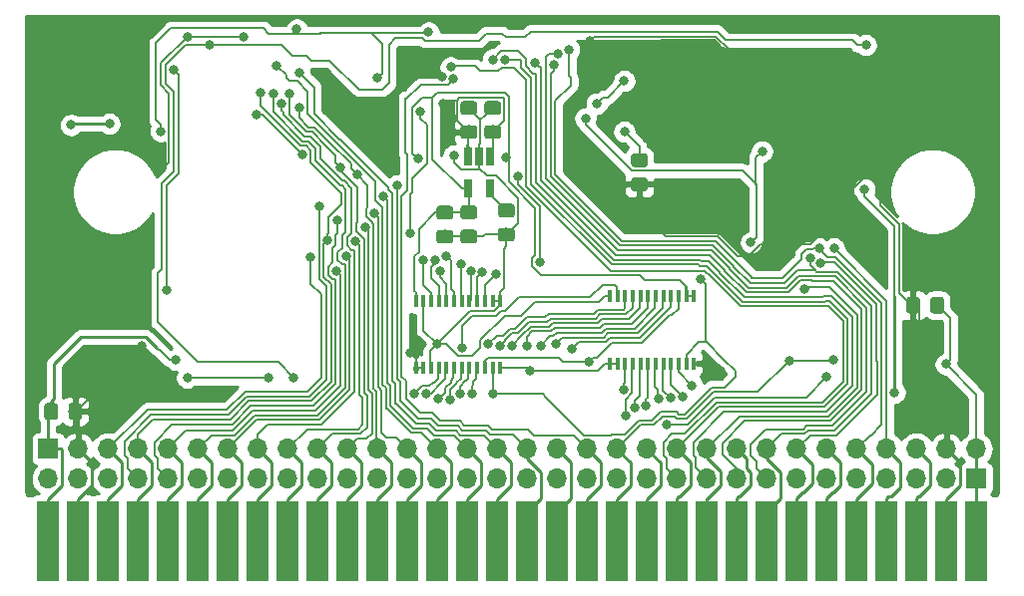
<source format=gbr>
G04 #@! TF.GenerationSoftware,KiCad,Pcbnew,(5.1.4)-1*
G04 #@! TF.CreationDate,2021-02-27T15:59:54-03:00*
G04 #@! TF.ProjectId,OpenDrive-Genesis,4f70656e-4472-4697-9665-2d47656e6573,rev?*
G04 #@! TF.SameCoordinates,Original*
G04 #@! TF.FileFunction,Copper,L2,Bot*
G04 #@! TF.FilePolarity,Positive*
%FSLAX46Y46*%
G04 Gerber Fmt 4.6, Leading zero omitted, Abs format (unit mm)*
G04 Created by KiCad (PCBNEW (5.1.4)-1) date 2021-02-27 15:59:54*
%MOMM*%
%LPD*%
G04 APERTURE LIST*
%ADD10R,0.400000X1.100000*%
%ADD11R,1.905000X6.858000*%
%ADD12R,0.650000X1.560000*%
%ADD13C,0.100000*%
%ADD14C,1.150000*%
%ADD15O,1.700000X1.700000*%
%ADD16R,1.700000X1.700000*%
%ADD17C,0.800000*%
%ADD18C,0.200000*%
%ADD19C,0.250000*%
%ADD20C,0.254000*%
G04 APERTURE END LIST*
D10*
X107765800Y-73004800D03*
X107115800Y-73004800D03*
X106465800Y-73004800D03*
X105815800Y-73004800D03*
X105165800Y-73004800D03*
X104515800Y-73004800D03*
X103865800Y-73004800D03*
X103215800Y-73004800D03*
X102565800Y-73004800D03*
X101915800Y-73004800D03*
X101265800Y-73004800D03*
X100615800Y-73004800D03*
X100615800Y-67304800D03*
X101265800Y-67304800D03*
X101915800Y-67304800D03*
X102565800Y-67304800D03*
X103215800Y-67304800D03*
X103865800Y-67304800D03*
X104515800Y-67304800D03*
X105165800Y-67304800D03*
X105815800Y-67304800D03*
X106465800Y-67304800D03*
X107115800Y-67304800D03*
X107765800Y-67304800D03*
X84167600Y-73406000D03*
X84817600Y-73406000D03*
X85467600Y-73406000D03*
X86117600Y-73406000D03*
X86767600Y-73406000D03*
X87417600Y-73406000D03*
X88067600Y-73406000D03*
X88717600Y-73406000D03*
X89367600Y-73406000D03*
X90017600Y-73406000D03*
X90667600Y-73406000D03*
X91317600Y-73406000D03*
X91317600Y-67706000D03*
X90667600Y-67706000D03*
X90017600Y-67706000D03*
X89367600Y-67706000D03*
X88717600Y-67706000D03*
X88067600Y-67706000D03*
X87417600Y-67706000D03*
X86767600Y-67706000D03*
X86117600Y-67706000D03*
X85467600Y-67706000D03*
X84817600Y-67706000D03*
X84167600Y-67706000D03*
D11*
X60579000Y-88138000D03*
X55499000Y-88138000D03*
X52959000Y-88138000D03*
X58039000Y-88138000D03*
X63119000Y-88138000D03*
X70739000Y-88138000D03*
X73279000Y-88138000D03*
X65659000Y-88138000D03*
X68199000Y-88138000D03*
X75819000Y-88138000D03*
X83439000Y-88138000D03*
X85979000Y-88138000D03*
X78359000Y-88138000D03*
X80899000Y-88138000D03*
X88519000Y-88138000D03*
X91059000Y-88138000D03*
X96139000Y-88138000D03*
X101219000Y-88138000D03*
X98679000Y-88138000D03*
X93599000Y-88138000D03*
X103759000Y-88138000D03*
X106299000Y-88138000D03*
X129159000Y-88138000D03*
X121539000Y-88138000D03*
X124079000Y-88138000D03*
X126619000Y-88138000D03*
X131699000Y-88138000D03*
X108839000Y-88138000D03*
X111379000Y-88138000D03*
X113919000Y-88138000D03*
X116459000Y-88138000D03*
X118999000Y-88138000D03*
D12*
X88595000Y-58141000D03*
X90495000Y-58141000D03*
X90495000Y-55441000D03*
X89545000Y-55441000D03*
X88595000Y-55441000D03*
D13*
G36*
X87088505Y-59624204D02*
G01*
X87112773Y-59627804D01*
X87136572Y-59633765D01*
X87159671Y-59642030D01*
X87181850Y-59652520D01*
X87202893Y-59665132D01*
X87222599Y-59679747D01*
X87240777Y-59696223D01*
X87257253Y-59714401D01*
X87271868Y-59734107D01*
X87284480Y-59755150D01*
X87294970Y-59777329D01*
X87303235Y-59800428D01*
X87309196Y-59824227D01*
X87312796Y-59848495D01*
X87314000Y-59872999D01*
X87314000Y-60523001D01*
X87312796Y-60547505D01*
X87309196Y-60571773D01*
X87303235Y-60595572D01*
X87294970Y-60618671D01*
X87284480Y-60640850D01*
X87271868Y-60661893D01*
X87257253Y-60681599D01*
X87240777Y-60699777D01*
X87222599Y-60716253D01*
X87202893Y-60730868D01*
X87181850Y-60743480D01*
X87159671Y-60753970D01*
X87136572Y-60762235D01*
X87112773Y-60768196D01*
X87088505Y-60771796D01*
X87064001Y-60773000D01*
X86163999Y-60773000D01*
X86139495Y-60771796D01*
X86115227Y-60768196D01*
X86091428Y-60762235D01*
X86068329Y-60753970D01*
X86046150Y-60743480D01*
X86025107Y-60730868D01*
X86005401Y-60716253D01*
X85987223Y-60699777D01*
X85970747Y-60681599D01*
X85956132Y-60661893D01*
X85943520Y-60640850D01*
X85933030Y-60618671D01*
X85924765Y-60595572D01*
X85918804Y-60571773D01*
X85915204Y-60547505D01*
X85914000Y-60523001D01*
X85914000Y-59872999D01*
X85915204Y-59848495D01*
X85918804Y-59824227D01*
X85924765Y-59800428D01*
X85933030Y-59777329D01*
X85943520Y-59755150D01*
X85956132Y-59734107D01*
X85970747Y-59714401D01*
X85987223Y-59696223D01*
X86005401Y-59679747D01*
X86025107Y-59665132D01*
X86046150Y-59652520D01*
X86068329Y-59642030D01*
X86091428Y-59633765D01*
X86115227Y-59627804D01*
X86139495Y-59624204D01*
X86163999Y-59623000D01*
X87064001Y-59623000D01*
X87088505Y-59624204D01*
X87088505Y-59624204D01*
G37*
D14*
X86614000Y-60198000D03*
D13*
G36*
X87088505Y-61674204D02*
G01*
X87112773Y-61677804D01*
X87136572Y-61683765D01*
X87159671Y-61692030D01*
X87181850Y-61702520D01*
X87202893Y-61715132D01*
X87222599Y-61729747D01*
X87240777Y-61746223D01*
X87257253Y-61764401D01*
X87271868Y-61784107D01*
X87284480Y-61805150D01*
X87294970Y-61827329D01*
X87303235Y-61850428D01*
X87309196Y-61874227D01*
X87312796Y-61898495D01*
X87314000Y-61922999D01*
X87314000Y-62573001D01*
X87312796Y-62597505D01*
X87309196Y-62621773D01*
X87303235Y-62645572D01*
X87294970Y-62668671D01*
X87284480Y-62690850D01*
X87271868Y-62711893D01*
X87257253Y-62731599D01*
X87240777Y-62749777D01*
X87222599Y-62766253D01*
X87202893Y-62780868D01*
X87181850Y-62793480D01*
X87159671Y-62803970D01*
X87136572Y-62812235D01*
X87112773Y-62818196D01*
X87088505Y-62821796D01*
X87064001Y-62823000D01*
X86163999Y-62823000D01*
X86139495Y-62821796D01*
X86115227Y-62818196D01*
X86091428Y-62812235D01*
X86068329Y-62803970D01*
X86046150Y-62793480D01*
X86025107Y-62780868D01*
X86005401Y-62766253D01*
X85987223Y-62749777D01*
X85970747Y-62731599D01*
X85956132Y-62711893D01*
X85943520Y-62690850D01*
X85933030Y-62668671D01*
X85924765Y-62645572D01*
X85918804Y-62621773D01*
X85915204Y-62597505D01*
X85914000Y-62573001D01*
X85914000Y-61922999D01*
X85915204Y-61898495D01*
X85918804Y-61874227D01*
X85924765Y-61850428D01*
X85933030Y-61827329D01*
X85943520Y-61805150D01*
X85956132Y-61784107D01*
X85970747Y-61764401D01*
X85987223Y-61746223D01*
X86005401Y-61729747D01*
X86025107Y-61715132D01*
X86046150Y-61702520D01*
X86068329Y-61692030D01*
X86091428Y-61683765D01*
X86115227Y-61677804D01*
X86139495Y-61674204D01*
X86163999Y-61673000D01*
X87064001Y-61673000D01*
X87088505Y-61674204D01*
X87088505Y-61674204D01*
G37*
D14*
X86614000Y-62248000D03*
D13*
G36*
X92320905Y-61503804D02*
G01*
X92345173Y-61507404D01*
X92368972Y-61513365D01*
X92392071Y-61521630D01*
X92414250Y-61532120D01*
X92435293Y-61544732D01*
X92454999Y-61559347D01*
X92473177Y-61575823D01*
X92489653Y-61594001D01*
X92504268Y-61613707D01*
X92516880Y-61634750D01*
X92527370Y-61656929D01*
X92535635Y-61680028D01*
X92541596Y-61703827D01*
X92545196Y-61728095D01*
X92546400Y-61752599D01*
X92546400Y-62402601D01*
X92545196Y-62427105D01*
X92541596Y-62451373D01*
X92535635Y-62475172D01*
X92527370Y-62498271D01*
X92516880Y-62520450D01*
X92504268Y-62541493D01*
X92489653Y-62561199D01*
X92473177Y-62579377D01*
X92454999Y-62595853D01*
X92435293Y-62610468D01*
X92414250Y-62623080D01*
X92392071Y-62633570D01*
X92368972Y-62641835D01*
X92345173Y-62647796D01*
X92320905Y-62651396D01*
X92296401Y-62652600D01*
X91396399Y-62652600D01*
X91371895Y-62651396D01*
X91347627Y-62647796D01*
X91323828Y-62641835D01*
X91300729Y-62633570D01*
X91278550Y-62623080D01*
X91257507Y-62610468D01*
X91237801Y-62595853D01*
X91219623Y-62579377D01*
X91203147Y-62561199D01*
X91188532Y-62541493D01*
X91175920Y-62520450D01*
X91165430Y-62498271D01*
X91157165Y-62475172D01*
X91151204Y-62451373D01*
X91147604Y-62427105D01*
X91146400Y-62402601D01*
X91146400Y-61752599D01*
X91147604Y-61728095D01*
X91151204Y-61703827D01*
X91157165Y-61680028D01*
X91165430Y-61656929D01*
X91175920Y-61634750D01*
X91188532Y-61613707D01*
X91203147Y-61594001D01*
X91219623Y-61575823D01*
X91237801Y-61559347D01*
X91257507Y-61544732D01*
X91278550Y-61532120D01*
X91300729Y-61521630D01*
X91323828Y-61513365D01*
X91347627Y-61507404D01*
X91371895Y-61503804D01*
X91396399Y-61502600D01*
X92296401Y-61502600D01*
X92320905Y-61503804D01*
X92320905Y-61503804D01*
G37*
D14*
X91846400Y-62077600D03*
D13*
G36*
X92320905Y-59453804D02*
G01*
X92345173Y-59457404D01*
X92368972Y-59463365D01*
X92392071Y-59471630D01*
X92414250Y-59482120D01*
X92435293Y-59494732D01*
X92454999Y-59509347D01*
X92473177Y-59525823D01*
X92489653Y-59544001D01*
X92504268Y-59563707D01*
X92516880Y-59584750D01*
X92527370Y-59606929D01*
X92535635Y-59630028D01*
X92541596Y-59653827D01*
X92545196Y-59678095D01*
X92546400Y-59702599D01*
X92546400Y-60352601D01*
X92545196Y-60377105D01*
X92541596Y-60401373D01*
X92535635Y-60425172D01*
X92527370Y-60448271D01*
X92516880Y-60470450D01*
X92504268Y-60491493D01*
X92489653Y-60511199D01*
X92473177Y-60529377D01*
X92454999Y-60545853D01*
X92435293Y-60560468D01*
X92414250Y-60573080D01*
X92392071Y-60583570D01*
X92368972Y-60591835D01*
X92345173Y-60597796D01*
X92320905Y-60601396D01*
X92296401Y-60602600D01*
X91396399Y-60602600D01*
X91371895Y-60601396D01*
X91347627Y-60597796D01*
X91323828Y-60591835D01*
X91300729Y-60583570D01*
X91278550Y-60573080D01*
X91257507Y-60560468D01*
X91237801Y-60545853D01*
X91219623Y-60529377D01*
X91203147Y-60511199D01*
X91188532Y-60491493D01*
X91175920Y-60470450D01*
X91165430Y-60448271D01*
X91157165Y-60425172D01*
X91151204Y-60401373D01*
X91147604Y-60377105D01*
X91146400Y-60352601D01*
X91146400Y-59702599D01*
X91147604Y-59678095D01*
X91151204Y-59653827D01*
X91157165Y-59630028D01*
X91165430Y-59606929D01*
X91175920Y-59584750D01*
X91188532Y-59563707D01*
X91203147Y-59544001D01*
X91219623Y-59525823D01*
X91237801Y-59509347D01*
X91257507Y-59494732D01*
X91278550Y-59482120D01*
X91300729Y-59471630D01*
X91323828Y-59463365D01*
X91347627Y-59457404D01*
X91371895Y-59453804D01*
X91396399Y-59452600D01*
X92296401Y-59452600D01*
X92320905Y-59453804D01*
X92320905Y-59453804D01*
G37*
D14*
X91846400Y-60027600D03*
D13*
G36*
X89120505Y-59606204D02*
G01*
X89144773Y-59609804D01*
X89168572Y-59615765D01*
X89191671Y-59624030D01*
X89213850Y-59634520D01*
X89234893Y-59647132D01*
X89254599Y-59661747D01*
X89272777Y-59678223D01*
X89289253Y-59696401D01*
X89303868Y-59716107D01*
X89316480Y-59737150D01*
X89326970Y-59759329D01*
X89335235Y-59782428D01*
X89341196Y-59806227D01*
X89344796Y-59830495D01*
X89346000Y-59854999D01*
X89346000Y-60505001D01*
X89344796Y-60529505D01*
X89341196Y-60553773D01*
X89335235Y-60577572D01*
X89326970Y-60600671D01*
X89316480Y-60622850D01*
X89303868Y-60643893D01*
X89289253Y-60663599D01*
X89272777Y-60681777D01*
X89254599Y-60698253D01*
X89234893Y-60712868D01*
X89213850Y-60725480D01*
X89191671Y-60735970D01*
X89168572Y-60744235D01*
X89144773Y-60750196D01*
X89120505Y-60753796D01*
X89096001Y-60755000D01*
X88195999Y-60755000D01*
X88171495Y-60753796D01*
X88147227Y-60750196D01*
X88123428Y-60744235D01*
X88100329Y-60735970D01*
X88078150Y-60725480D01*
X88057107Y-60712868D01*
X88037401Y-60698253D01*
X88019223Y-60681777D01*
X88002747Y-60663599D01*
X87988132Y-60643893D01*
X87975520Y-60622850D01*
X87965030Y-60600671D01*
X87956765Y-60577572D01*
X87950804Y-60553773D01*
X87947204Y-60529505D01*
X87946000Y-60505001D01*
X87946000Y-59854999D01*
X87947204Y-59830495D01*
X87950804Y-59806227D01*
X87956765Y-59782428D01*
X87965030Y-59759329D01*
X87975520Y-59737150D01*
X87988132Y-59716107D01*
X88002747Y-59696401D01*
X88019223Y-59678223D01*
X88037401Y-59661747D01*
X88057107Y-59647132D01*
X88078150Y-59634520D01*
X88100329Y-59624030D01*
X88123428Y-59615765D01*
X88147227Y-59609804D01*
X88171495Y-59606204D01*
X88195999Y-59605000D01*
X89096001Y-59605000D01*
X89120505Y-59606204D01*
X89120505Y-59606204D01*
G37*
D14*
X88646000Y-60180000D03*
D13*
G36*
X89120505Y-61656204D02*
G01*
X89144773Y-61659804D01*
X89168572Y-61665765D01*
X89191671Y-61674030D01*
X89213850Y-61684520D01*
X89234893Y-61697132D01*
X89254599Y-61711747D01*
X89272777Y-61728223D01*
X89289253Y-61746401D01*
X89303868Y-61766107D01*
X89316480Y-61787150D01*
X89326970Y-61809329D01*
X89335235Y-61832428D01*
X89341196Y-61856227D01*
X89344796Y-61880495D01*
X89346000Y-61904999D01*
X89346000Y-62555001D01*
X89344796Y-62579505D01*
X89341196Y-62603773D01*
X89335235Y-62627572D01*
X89326970Y-62650671D01*
X89316480Y-62672850D01*
X89303868Y-62693893D01*
X89289253Y-62713599D01*
X89272777Y-62731777D01*
X89254599Y-62748253D01*
X89234893Y-62762868D01*
X89213850Y-62775480D01*
X89191671Y-62785970D01*
X89168572Y-62794235D01*
X89144773Y-62800196D01*
X89120505Y-62803796D01*
X89096001Y-62805000D01*
X88195999Y-62805000D01*
X88171495Y-62803796D01*
X88147227Y-62800196D01*
X88123428Y-62794235D01*
X88100329Y-62785970D01*
X88078150Y-62775480D01*
X88057107Y-62762868D01*
X88037401Y-62748253D01*
X88019223Y-62731777D01*
X88002747Y-62713599D01*
X87988132Y-62693893D01*
X87975520Y-62672850D01*
X87965030Y-62650671D01*
X87956765Y-62627572D01*
X87950804Y-62603773D01*
X87947204Y-62579505D01*
X87946000Y-62555001D01*
X87946000Y-61904999D01*
X87947204Y-61880495D01*
X87950804Y-61856227D01*
X87956765Y-61832428D01*
X87965030Y-61809329D01*
X87975520Y-61787150D01*
X87988132Y-61766107D01*
X88002747Y-61746401D01*
X88019223Y-61728223D01*
X88037401Y-61711747D01*
X88057107Y-61697132D01*
X88078150Y-61684520D01*
X88100329Y-61674030D01*
X88123428Y-61665765D01*
X88147227Y-61659804D01*
X88171495Y-61656204D01*
X88195999Y-61655000D01*
X89096001Y-61655000D01*
X89120505Y-61656204D01*
X89120505Y-61656204D01*
G37*
D14*
X88646000Y-62230000D03*
D13*
G36*
X89120505Y-52784204D02*
G01*
X89144773Y-52787804D01*
X89168572Y-52793765D01*
X89191671Y-52802030D01*
X89213850Y-52812520D01*
X89234893Y-52825132D01*
X89254599Y-52839747D01*
X89272777Y-52856223D01*
X89289253Y-52874401D01*
X89303868Y-52894107D01*
X89316480Y-52915150D01*
X89326970Y-52937329D01*
X89335235Y-52960428D01*
X89341196Y-52984227D01*
X89344796Y-53008495D01*
X89346000Y-53032999D01*
X89346000Y-53683001D01*
X89344796Y-53707505D01*
X89341196Y-53731773D01*
X89335235Y-53755572D01*
X89326970Y-53778671D01*
X89316480Y-53800850D01*
X89303868Y-53821893D01*
X89289253Y-53841599D01*
X89272777Y-53859777D01*
X89254599Y-53876253D01*
X89234893Y-53890868D01*
X89213850Y-53903480D01*
X89191671Y-53913970D01*
X89168572Y-53922235D01*
X89144773Y-53928196D01*
X89120505Y-53931796D01*
X89096001Y-53933000D01*
X88195999Y-53933000D01*
X88171495Y-53931796D01*
X88147227Y-53928196D01*
X88123428Y-53922235D01*
X88100329Y-53913970D01*
X88078150Y-53903480D01*
X88057107Y-53890868D01*
X88037401Y-53876253D01*
X88019223Y-53859777D01*
X88002747Y-53841599D01*
X87988132Y-53821893D01*
X87975520Y-53800850D01*
X87965030Y-53778671D01*
X87956765Y-53755572D01*
X87950804Y-53731773D01*
X87947204Y-53707505D01*
X87946000Y-53683001D01*
X87946000Y-53032999D01*
X87947204Y-53008495D01*
X87950804Y-52984227D01*
X87956765Y-52960428D01*
X87965030Y-52937329D01*
X87975520Y-52915150D01*
X87988132Y-52894107D01*
X88002747Y-52874401D01*
X88019223Y-52856223D01*
X88037401Y-52839747D01*
X88057107Y-52825132D01*
X88078150Y-52812520D01*
X88100329Y-52802030D01*
X88123428Y-52793765D01*
X88147227Y-52787804D01*
X88171495Y-52784204D01*
X88195999Y-52783000D01*
X89096001Y-52783000D01*
X89120505Y-52784204D01*
X89120505Y-52784204D01*
G37*
D14*
X88646000Y-53358000D03*
D13*
G36*
X89120505Y-50734204D02*
G01*
X89144773Y-50737804D01*
X89168572Y-50743765D01*
X89191671Y-50752030D01*
X89213850Y-50762520D01*
X89234893Y-50775132D01*
X89254599Y-50789747D01*
X89272777Y-50806223D01*
X89289253Y-50824401D01*
X89303868Y-50844107D01*
X89316480Y-50865150D01*
X89326970Y-50887329D01*
X89335235Y-50910428D01*
X89341196Y-50934227D01*
X89344796Y-50958495D01*
X89346000Y-50982999D01*
X89346000Y-51633001D01*
X89344796Y-51657505D01*
X89341196Y-51681773D01*
X89335235Y-51705572D01*
X89326970Y-51728671D01*
X89316480Y-51750850D01*
X89303868Y-51771893D01*
X89289253Y-51791599D01*
X89272777Y-51809777D01*
X89254599Y-51826253D01*
X89234893Y-51840868D01*
X89213850Y-51853480D01*
X89191671Y-51863970D01*
X89168572Y-51872235D01*
X89144773Y-51878196D01*
X89120505Y-51881796D01*
X89096001Y-51883000D01*
X88195999Y-51883000D01*
X88171495Y-51881796D01*
X88147227Y-51878196D01*
X88123428Y-51872235D01*
X88100329Y-51863970D01*
X88078150Y-51853480D01*
X88057107Y-51840868D01*
X88037401Y-51826253D01*
X88019223Y-51809777D01*
X88002747Y-51791599D01*
X87988132Y-51771893D01*
X87975520Y-51750850D01*
X87965030Y-51728671D01*
X87956765Y-51705572D01*
X87950804Y-51681773D01*
X87947204Y-51657505D01*
X87946000Y-51633001D01*
X87946000Y-50982999D01*
X87947204Y-50958495D01*
X87950804Y-50934227D01*
X87956765Y-50910428D01*
X87965030Y-50887329D01*
X87975520Y-50865150D01*
X87988132Y-50844107D01*
X88002747Y-50824401D01*
X88019223Y-50806223D01*
X88037401Y-50789747D01*
X88057107Y-50775132D01*
X88078150Y-50762520D01*
X88100329Y-50752030D01*
X88123428Y-50743765D01*
X88147227Y-50737804D01*
X88171495Y-50734204D01*
X88195999Y-50733000D01*
X89096001Y-50733000D01*
X89120505Y-50734204D01*
X89120505Y-50734204D01*
G37*
D14*
X88646000Y-51308000D03*
D13*
G36*
X91152505Y-50734204D02*
G01*
X91176773Y-50737804D01*
X91200572Y-50743765D01*
X91223671Y-50752030D01*
X91245850Y-50762520D01*
X91266893Y-50775132D01*
X91286599Y-50789747D01*
X91304777Y-50806223D01*
X91321253Y-50824401D01*
X91335868Y-50844107D01*
X91348480Y-50865150D01*
X91358970Y-50887329D01*
X91367235Y-50910428D01*
X91373196Y-50934227D01*
X91376796Y-50958495D01*
X91378000Y-50982999D01*
X91378000Y-51633001D01*
X91376796Y-51657505D01*
X91373196Y-51681773D01*
X91367235Y-51705572D01*
X91358970Y-51728671D01*
X91348480Y-51750850D01*
X91335868Y-51771893D01*
X91321253Y-51791599D01*
X91304777Y-51809777D01*
X91286599Y-51826253D01*
X91266893Y-51840868D01*
X91245850Y-51853480D01*
X91223671Y-51863970D01*
X91200572Y-51872235D01*
X91176773Y-51878196D01*
X91152505Y-51881796D01*
X91128001Y-51883000D01*
X90227999Y-51883000D01*
X90203495Y-51881796D01*
X90179227Y-51878196D01*
X90155428Y-51872235D01*
X90132329Y-51863970D01*
X90110150Y-51853480D01*
X90089107Y-51840868D01*
X90069401Y-51826253D01*
X90051223Y-51809777D01*
X90034747Y-51791599D01*
X90020132Y-51771893D01*
X90007520Y-51750850D01*
X89997030Y-51728671D01*
X89988765Y-51705572D01*
X89982804Y-51681773D01*
X89979204Y-51657505D01*
X89978000Y-51633001D01*
X89978000Y-50982999D01*
X89979204Y-50958495D01*
X89982804Y-50934227D01*
X89988765Y-50910428D01*
X89997030Y-50887329D01*
X90007520Y-50865150D01*
X90020132Y-50844107D01*
X90034747Y-50824401D01*
X90051223Y-50806223D01*
X90069401Y-50789747D01*
X90089107Y-50775132D01*
X90110150Y-50762520D01*
X90132329Y-50752030D01*
X90155428Y-50743765D01*
X90179227Y-50737804D01*
X90203495Y-50734204D01*
X90227999Y-50733000D01*
X91128001Y-50733000D01*
X91152505Y-50734204D01*
X91152505Y-50734204D01*
G37*
D14*
X90678000Y-51308000D03*
D13*
G36*
X91152505Y-52784204D02*
G01*
X91176773Y-52787804D01*
X91200572Y-52793765D01*
X91223671Y-52802030D01*
X91245850Y-52812520D01*
X91266893Y-52825132D01*
X91286599Y-52839747D01*
X91304777Y-52856223D01*
X91321253Y-52874401D01*
X91335868Y-52894107D01*
X91348480Y-52915150D01*
X91358970Y-52937329D01*
X91367235Y-52960428D01*
X91373196Y-52984227D01*
X91376796Y-53008495D01*
X91378000Y-53032999D01*
X91378000Y-53683001D01*
X91376796Y-53707505D01*
X91373196Y-53731773D01*
X91367235Y-53755572D01*
X91358970Y-53778671D01*
X91348480Y-53800850D01*
X91335868Y-53821893D01*
X91321253Y-53841599D01*
X91304777Y-53859777D01*
X91286599Y-53876253D01*
X91266893Y-53890868D01*
X91245850Y-53903480D01*
X91223671Y-53913970D01*
X91200572Y-53922235D01*
X91176773Y-53928196D01*
X91152505Y-53931796D01*
X91128001Y-53933000D01*
X90227999Y-53933000D01*
X90203495Y-53931796D01*
X90179227Y-53928196D01*
X90155428Y-53922235D01*
X90132329Y-53913970D01*
X90110150Y-53903480D01*
X90089107Y-53890868D01*
X90069401Y-53876253D01*
X90051223Y-53859777D01*
X90034747Y-53841599D01*
X90020132Y-53821893D01*
X90007520Y-53800850D01*
X89997030Y-53778671D01*
X89988765Y-53755572D01*
X89982804Y-53731773D01*
X89979204Y-53707505D01*
X89978000Y-53683001D01*
X89978000Y-53032999D01*
X89979204Y-53008495D01*
X89982804Y-52984227D01*
X89988765Y-52960428D01*
X89997030Y-52937329D01*
X90007520Y-52915150D01*
X90020132Y-52894107D01*
X90034747Y-52874401D01*
X90051223Y-52856223D01*
X90069401Y-52839747D01*
X90089107Y-52825132D01*
X90110150Y-52812520D01*
X90132329Y-52802030D01*
X90155428Y-52793765D01*
X90179227Y-52787804D01*
X90203495Y-52784204D01*
X90227999Y-52783000D01*
X91128001Y-52783000D01*
X91152505Y-52784204D01*
X91152505Y-52784204D01*
G37*
D14*
X90678000Y-53358000D03*
D13*
G36*
X53562505Y-76390204D02*
G01*
X53586773Y-76393804D01*
X53610572Y-76399765D01*
X53633671Y-76408030D01*
X53655850Y-76418520D01*
X53676893Y-76431132D01*
X53696599Y-76445747D01*
X53714777Y-76462223D01*
X53731253Y-76480401D01*
X53745868Y-76500107D01*
X53758480Y-76521150D01*
X53768970Y-76543329D01*
X53777235Y-76566428D01*
X53783196Y-76590227D01*
X53786796Y-76614495D01*
X53788000Y-76638999D01*
X53788000Y-77539001D01*
X53786796Y-77563505D01*
X53783196Y-77587773D01*
X53777235Y-77611572D01*
X53768970Y-77634671D01*
X53758480Y-77656850D01*
X53745868Y-77677893D01*
X53731253Y-77697599D01*
X53714777Y-77715777D01*
X53696599Y-77732253D01*
X53676893Y-77746868D01*
X53655850Y-77759480D01*
X53633671Y-77769970D01*
X53610572Y-77778235D01*
X53586773Y-77784196D01*
X53562505Y-77787796D01*
X53538001Y-77789000D01*
X52887999Y-77789000D01*
X52863495Y-77787796D01*
X52839227Y-77784196D01*
X52815428Y-77778235D01*
X52792329Y-77769970D01*
X52770150Y-77759480D01*
X52749107Y-77746868D01*
X52729401Y-77732253D01*
X52711223Y-77715777D01*
X52694747Y-77697599D01*
X52680132Y-77677893D01*
X52667520Y-77656850D01*
X52657030Y-77634671D01*
X52648765Y-77611572D01*
X52642804Y-77587773D01*
X52639204Y-77563505D01*
X52638000Y-77539001D01*
X52638000Y-76638999D01*
X52639204Y-76614495D01*
X52642804Y-76590227D01*
X52648765Y-76566428D01*
X52657030Y-76543329D01*
X52667520Y-76521150D01*
X52680132Y-76500107D01*
X52694747Y-76480401D01*
X52711223Y-76462223D01*
X52729401Y-76445747D01*
X52749107Y-76431132D01*
X52770150Y-76418520D01*
X52792329Y-76408030D01*
X52815428Y-76399765D01*
X52839227Y-76393804D01*
X52863495Y-76390204D01*
X52887999Y-76389000D01*
X53538001Y-76389000D01*
X53562505Y-76390204D01*
X53562505Y-76390204D01*
G37*
D14*
X53213000Y-77089000D03*
D13*
G36*
X55612505Y-76390204D02*
G01*
X55636773Y-76393804D01*
X55660572Y-76399765D01*
X55683671Y-76408030D01*
X55705850Y-76418520D01*
X55726893Y-76431132D01*
X55746599Y-76445747D01*
X55764777Y-76462223D01*
X55781253Y-76480401D01*
X55795868Y-76500107D01*
X55808480Y-76521150D01*
X55818970Y-76543329D01*
X55827235Y-76566428D01*
X55833196Y-76590227D01*
X55836796Y-76614495D01*
X55838000Y-76638999D01*
X55838000Y-77539001D01*
X55836796Y-77563505D01*
X55833196Y-77587773D01*
X55827235Y-77611572D01*
X55818970Y-77634671D01*
X55808480Y-77656850D01*
X55795868Y-77677893D01*
X55781253Y-77697599D01*
X55764777Y-77715777D01*
X55746599Y-77732253D01*
X55726893Y-77746868D01*
X55705850Y-77759480D01*
X55683671Y-77769970D01*
X55660572Y-77778235D01*
X55636773Y-77784196D01*
X55612505Y-77787796D01*
X55588001Y-77789000D01*
X54937999Y-77789000D01*
X54913495Y-77787796D01*
X54889227Y-77784196D01*
X54865428Y-77778235D01*
X54842329Y-77769970D01*
X54820150Y-77759480D01*
X54799107Y-77746868D01*
X54779401Y-77732253D01*
X54761223Y-77715777D01*
X54744747Y-77697599D01*
X54730132Y-77677893D01*
X54717520Y-77656850D01*
X54707030Y-77634671D01*
X54698765Y-77611572D01*
X54692804Y-77587773D01*
X54689204Y-77563505D01*
X54688000Y-77539001D01*
X54688000Y-76638999D01*
X54689204Y-76614495D01*
X54692804Y-76590227D01*
X54698765Y-76566428D01*
X54707030Y-76543329D01*
X54717520Y-76521150D01*
X54730132Y-76500107D01*
X54744747Y-76480401D01*
X54761223Y-76462223D01*
X54779401Y-76445747D01*
X54799107Y-76431132D01*
X54820150Y-76418520D01*
X54842329Y-76408030D01*
X54865428Y-76399765D01*
X54889227Y-76393804D01*
X54913495Y-76390204D01*
X54937999Y-76389000D01*
X55588001Y-76389000D01*
X55612505Y-76390204D01*
X55612505Y-76390204D01*
G37*
D14*
X55263000Y-77089000D03*
D13*
G36*
X103598505Y-55179204D02*
G01*
X103622773Y-55182804D01*
X103646572Y-55188765D01*
X103669671Y-55197030D01*
X103691850Y-55207520D01*
X103712893Y-55220132D01*
X103732599Y-55234747D01*
X103750777Y-55251223D01*
X103767253Y-55269401D01*
X103781868Y-55289107D01*
X103794480Y-55310150D01*
X103804970Y-55332329D01*
X103813235Y-55355428D01*
X103819196Y-55379227D01*
X103822796Y-55403495D01*
X103824000Y-55427999D01*
X103824000Y-56078001D01*
X103822796Y-56102505D01*
X103819196Y-56126773D01*
X103813235Y-56150572D01*
X103804970Y-56173671D01*
X103794480Y-56195850D01*
X103781868Y-56216893D01*
X103767253Y-56236599D01*
X103750777Y-56254777D01*
X103732599Y-56271253D01*
X103712893Y-56285868D01*
X103691850Y-56298480D01*
X103669671Y-56308970D01*
X103646572Y-56317235D01*
X103622773Y-56323196D01*
X103598505Y-56326796D01*
X103574001Y-56328000D01*
X102673999Y-56328000D01*
X102649495Y-56326796D01*
X102625227Y-56323196D01*
X102601428Y-56317235D01*
X102578329Y-56308970D01*
X102556150Y-56298480D01*
X102535107Y-56285868D01*
X102515401Y-56271253D01*
X102497223Y-56254777D01*
X102480747Y-56236599D01*
X102466132Y-56216893D01*
X102453520Y-56195850D01*
X102443030Y-56173671D01*
X102434765Y-56150572D01*
X102428804Y-56126773D01*
X102425204Y-56102505D01*
X102424000Y-56078001D01*
X102424000Y-55427999D01*
X102425204Y-55403495D01*
X102428804Y-55379227D01*
X102434765Y-55355428D01*
X102443030Y-55332329D01*
X102453520Y-55310150D01*
X102466132Y-55289107D01*
X102480747Y-55269401D01*
X102497223Y-55251223D01*
X102515401Y-55234747D01*
X102535107Y-55220132D01*
X102556150Y-55207520D01*
X102578329Y-55197030D01*
X102601428Y-55188765D01*
X102625227Y-55182804D01*
X102649495Y-55179204D01*
X102673999Y-55178000D01*
X103574001Y-55178000D01*
X103598505Y-55179204D01*
X103598505Y-55179204D01*
G37*
D14*
X103124000Y-55753000D03*
D13*
G36*
X103598505Y-57229204D02*
G01*
X103622773Y-57232804D01*
X103646572Y-57238765D01*
X103669671Y-57247030D01*
X103691850Y-57257520D01*
X103712893Y-57270132D01*
X103732599Y-57284747D01*
X103750777Y-57301223D01*
X103767253Y-57319401D01*
X103781868Y-57339107D01*
X103794480Y-57360150D01*
X103804970Y-57382329D01*
X103813235Y-57405428D01*
X103819196Y-57429227D01*
X103822796Y-57453495D01*
X103824000Y-57477999D01*
X103824000Y-58128001D01*
X103822796Y-58152505D01*
X103819196Y-58176773D01*
X103813235Y-58200572D01*
X103804970Y-58223671D01*
X103794480Y-58245850D01*
X103781868Y-58266893D01*
X103767253Y-58286599D01*
X103750777Y-58304777D01*
X103732599Y-58321253D01*
X103712893Y-58335868D01*
X103691850Y-58348480D01*
X103669671Y-58358970D01*
X103646572Y-58367235D01*
X103622773Y-58373196D01*
X103598505Y-58376796D01*
X103574001Y-58378000D01*
X102673999Y-58378000D01*
X102649495Y-58376796D01*
X102625227Y-58373196D01*
X102601428Y-58367235D01*
X102578329Y-58358970D01*
X102556150Y-58348480D01*
X102535107Y-58335868D01*
X102515401Y-58321253D01*
X102497223Y-58304777D01*
X102480747Y-58286599D01*
X102466132Y-58266893D01*
X102453520Y-58245850D01*
X102443030Y-58223671D01*
X102434765Y-58200572D01*
X102428804Y-58176773D01*
X102425204Y-58152505D01*
X102424000Y-58128001D01*
X102424000Y-57477999D01*
X102425204Y-57453495D01*
X102428804Y-57429227D01*
X102434765Y-57405428D01*
X102443030Y-57382329D01*
X102453520Y-57360150D01*
X102466132Y-57339107D01*
X102480747Y-57319401D01*
X102497223Y-57301223D01*
X102515401Y-57284747D01*
X102535107Y-57270132D01*
X102556150Y-57257520D01*
X102578329Y-57247030D01*
X102601428Y-57238765D01*
X102625227Y-57232804D01*
X102649495Y-57229204D01*
X102673999Y-57228000D01*
X103574001Y-57228000D01*
X103598505Y-57229204D01*
X103598505Y-57229204D01*
G37*
D14*
X103124000Y-57803000D03*
D13*
G36*
X128746505Y-67373204D02*
G01*
X128770773Y-67376804D01*
X128794572Y-67382765D01*
X128817671Y-67391030D01*
X128839850Y-67401520D01*
X128860893Y-67414132D01*
X128880599Y-67428747D01*
X128898777Y-67445223D01*
X128915253Y-67463401D01*
X128929868Y-67483107D01*
X128942480Y-67504150D01*
X128952970Y-67526329D01*
X128961235Y-67549428D01*
X128967196Y-67573227D01*
X128970796Y-67597495D01*
X128972000Y-67621999D01*
X128972000Y-68522001D01*
X128970796Y-68546505D01*
X128967196Y-68570773D01*
X128961235Y-68594572D01*
X128952970Y-68617671D01*
X128942480Y-68639850D01*
X128929868Y-68660893D01*
X128915253Y-68680599D01*
X128898777Y-68698777D01*
X128880599Y-68715253D01*
X128860893Y-68729868D01*
X128839850Y-68742480D01*
X128817671Y-68752970D01*
X128794572Y-68761235D01*
X128770773Y-68767196D01*
X128746505Y-68770796D01*
X128722001Y-68772000D01*
X128071999Y-68772000D01*
X128047495Y-68770796D01*
X128023227Y-68767196D01*
X127999428Y-68761235D01*
X127976329Y-68752970D01*
X127954150Y-68742480D01*
X127933107Y-68729868D01*
X127913401Y-68715253D01*
X127895223Y-68698777D01*
X127878747Y-68680599D01*
X127864132Y-68660893D01*
X127851520Y-68639850D01*
X127841030Y-68617671D01*
X127832765Y-68594572D01*
X127826804Y-68570773D01*
X127823204Y-68546505D01*
X127822000Y-68522001D01*
X127822000Y-67621999D01*
X127823204Y-67597495D01*
X127826804Y-67573227D01*
X127832765Y-67549428D01*
X127841030Y-67526329D01*
X127851520Y-67504150D01*
X127864132Y-67483107D01*
X127878747Y-67463401D01*
X127895223Y-67445223D01*
X127913401Y-67428747D01*
X127933107Y-67414132D01*
X127954150Y-67401520D01*
X127976329Y-67391030D01*
X127999428Y-67382765D01*
X128023227Y-67376804D01*
X128047495Y-67373204D01*
X128071999Y-67372000D01*
X128722001Y-67372000D01*
X128746505Y-67373204D01*
X128746505Y-67373204D01*
G37*
D14*
X128397000Y-68072000D03*
D13*
G36*
X126696505Y-67373204D02*
G01*
X126720773Y-67376804D01*
X126744572Y-67382765D01*
X126767671Y-67391030D01*
X126789850Y-67401520D01*
X126810893Y-67414132D01*
X126830599Y-67428747D01*
X126848777Y-67445223D01*
X126865253Y-67463401D01*
X126879868Y-67483107D01*
X126892480Y-67504150D01*
X126902970Y-67526329D01*
X126911235Y-67549428D01*
X126917196Y-67573227D01*
X126920796Y-67597495D01*
X126922000Y-67621999D01*
X126922000Y-68522001D01*
X126920796Y-68546505D01*
X126917196Y-68570773D01*
X126911235Y-68594572D01*
X126902970Y-68617671D01*
X126892480Y-68639850D01*
X126879868Y-68660893D01*
X126865253Y-68680599D01*
X126848777Y-68698777D01*
X126830599Y-68715253D01*
X126810893Y-68729868D01*
X126789850Y-68742480D01*
X126767671Y-68752970D01*
X126744572Y-68761235D01*
X126720773Y-68767196D01*
X126696505Y-68770796D01*
X126672001Y-68772000D01*
X126021999Y-68772000D01*
X125997495Y-68770796D01*
X125973227Y-68767196D01*
X125949428Y-68761235D01*
X125926329Y-68752970D01*
X125904150Y-68742480D01*
X125883107Y-68729868D01*
X125863401Y-68715253D01*
X125845223Y-68698777D01*
X125828747Y-68680599D01*
X125814132Y-68660893D01*
X125801520Y-68639850D01*
X125791030Y-68617671D01*
X125782765Y-68594572D01*
X125776804Y-68570773D01*
X125773204Y-68546505D01*
X125772000Y-68522001D01*
X125772000Y-67621999D01*
X125773204Y-67597495D01*
X125776804Y-67573227D01*
X125782765Y-67549428D01*
X125791030Y-67526329D01*
X125801520Y-67504150D01*
X125814132Y-67483107D01*
X125828747Y-67463401D01*
X125845223Y-67445223D01*
X125863401Y-67428747D01*
X125883107Y-67414132D01*
X125904150Y-67401520D01*
X125926329Y-67391030D01*
X125949428Y-67382765D01*
X125973227Y-67376804D01*
X125997495Y-67373204D01*
X126021999Y-67372000D01*
X126672001Y-67372000D01*
X126696505Y-67373204D01*
X126696505Y-67373204D01*
G37*
D14*
X126347000Y-68072000D03*
D15*
X131699000Y-80264000D03*
X129159000Y-80264000D03*
X126619000Y-80264000D03*
X124079000Y-80264000D03*
X121539000Y-80264000D03*
X118999000Y-80264000D03*
X116459000Y-80264000D03*
X113919000Y-80264000D03*
X111379000Y-80264000D03*
X108839000Y-80264000D03*
X106299000Y-80264000D03*
X103759000Y-80264000D03*
X101219000Y-80264000D03*
X98679000Y-80264000D03*
X96139000Y-80264000D03*
X93599000Y-80264000D03*
X91059000Y-80264000D03*
X88519000Y-80264000D03*
X85979000Y-80264000D03*
X83439000Y-80264000D03*
X80899000Y-80264000D03*
X78359000Y-80264000D03*
X75819000Y-80264000D03*
X73279000Y-80264000D03*
X70739000Y-80264000D03*
X68199000Y-80264000D03*
X65659000Y-80264000D03*
X63119000Y-80264000D03*
X60579000Y-80264000D03*
X58039000Y-80264000D03*
X55499000Y-80264000D03*
D16*
X52959000Y-80264000D03*
D15*
X52959000Y-82804000D03*
X55499000Y-82804000D03*
X58039000Y-82804000D03*
X60579000Y-82804000D03*
X63119000Y-82804000D03*
X65659000Y-82804000D03*
X68199000Y-82804000D03*
X70739000Y-82804000D03*
X73279000Y-82804000D03*
X75819000Y-82804000D03*
X78359000Y-82804000D03*
X80899000Y-82804000D03*
X83439000Y-82804000D03*
X85979000Y-82804000D03*
X88519000Y-82804000D03*
X91059000Y-82804000D03*
X93599000Y-82804000D03*
X96139000Y-82804000D03*
X98679000Y-82804000D03*
X101219000Y-82804000D03*
X103759000Y-82804000D03*
X106299000Y-82804000D03*
X108839000Y-82804000D03*
X111379000Y-82804000D03*
X113919000Y-82804000D03*
X116459000Y-82804000D03*
X118999000Y-82804000D03*
X121539000Y-82804000D03*
X124079000Y-82804000D03*
X126619000Y-82804000D03*
X129159000Y-82804000D03*
D16*
X131699000Y-82804000D03*
D17*
X76000210Y-59690000D03*
X77510237Y-60832596D03*
X108331000Y-65831990D03*
X90678000Y-75590400D03*
X105410000Y-78232000D03*
X118999000Y-74168000D03*
X87122000Y-47855020D03*
X90693999Y-47182001D03*
X94234000Y-47454021D03*
X96201362Y-46674807D03*
X124779000Y-75481029D03*
X122216990Y-58228000D03*
X92837000Y-57088000D03*
X94691525Y-64439475D03*
X85979000Y-71374000D03*
X87376000Y-55372000D03*
X129108525Y-73075475D03*
X101854000Y-53340000D03*
X80899000Y-48767999D03*
X93853000Y-73660000D03*
X101823990Y-49022000D03*
X99503000Y-50927000D03*
X74066400Y-44629010D03*
X85245174Y-44893000D03*
X62517598Y-53289200D03*
X63804800Y-72694800D03*
X76643000Y-62544535D03*
X70961828Y-50001740D03*
X123571000Y-54037000D03*
X60942000Y-71501000D03*
X62230000Y-56769000D03*
X69534000Y-45254990D03*
X86510676Y-50979675D03*
X86360000Y-48632980D03*
X83458991Y-48768000D03*
X125966000Y-71882000D03*
X98929232Y-45600000D03*
X103124000Y-60628000D03*
X64779312Y-45254990D03*
X83650010Y-72136000D03*
X83820000Y-46990000D03*
X109982000Y-73660000D03*
X75249869Y-64008000D03*
X54911675Y-52752675D03*
X58166947Y-52661990D03*
X77449890Y-65151000D03*
X84559001Y-51625500D03*
X72761447Y-50945417D03*
X83650010Y-61971031D03*
X79008464Y-62652466D03*
X85043639Y-75621066D03*
X72061447Y-50111409D03*
X78235348Y-63899214D03*
X84040849Y-75565000D03*
X80649970Y-60223071D03*
X87053509Y-76117828D03*
X72326042Y-47688958D03*
X79849950Y-61468000D03*
X86058484Y-76008000D03*
X81433479Y-58821432D03*
X87890223Y-75570186D03*
X74286009Y-48360368D03*
X115824000Y-72771000D03*
X119538181Y-72675181D03*
X101784025Y-75280025D03*
X87333228Y-48862832D03*
X82550000Y-57912000D03*
X88890202Y-75563325D03*
X101936326Y-77425326D03*
X91694000Y-47182000D03*
X118364000Y-63246000D03*
X97147154Y-46350030D03*
X119634000Y-63246000D03*
X106764983Y-75823972D03*
X107594400Y-74879200D03*
X117094000Y-66675000D03*
X102701086Y-76759106D03*
X103687332Y-76593813D03*
X117590503Y-64081134D03*
X95882987Y-47622773D03*
X118491000Y-64516000D03*
X104776245Y-76031979D03*
X105772738Y-75948288D03*
X71630635Y-74214009D03*
X64770000Y-74230000D03*
X62992000Y-66802000D03*
X63630001Y-48080475D03*
X73787000Y-74214009D03*
X122331000Y-45974000D03*
X66630590Y-45954990D03*
X73461447Y-50139528D03*
X77756872Y-56326011D03*
X74285649Y-51267000D03*
X79156873Y-56998327D03*
X113538000Y-54991000D03*
X98806000Y-72898000D03*
X98552000Y-52197000D03*
X112584000Y-62738648D03*
X84328000Y-55626000D03*
X74529001Y-55245000D03*
X70683937Y-51845195D03*
X91821000Y-55499000D03*
X97409000Y-71788048D03*
X96012000Y-71388040D03*
X94742000Y-71501000D03*
X93599000Y-71501000D03*
X92329000Y-71501000D03*
X91328997Y-71501000D03*
X90301956Y-71389176D03*
X88087200Y-71678800D03*
X90932000Y-65405000D03*
X89803336Y-65273614D03*
X88810522Y-65153937D03*
X87969647Y-64593597D03*
X86741000Y-63881000D03*
X86187010Y-65151000D03*
X85793166Y-64199765D03*
X84756056Y-64246925D03*
D18*
X75942999Y-59747211D02*
X76000210Y-59690000D01*
X75942999Y-62880536D02*
X75942999Y-59747211D01*
X75949869Y-65818379D02*
X75949869Y-62887406D01*
X76549850Y-74383849D02*
X76549850Y-66418360D01*
X61681260Y-77393960D02*
X68240547Y-77393960D01*
X69834516Y-75799990D02*
X75133709Y-75799990D01*
X59428999Y-79646221D02*
X61681260Y-77393960D01*
X75949869Y-62887406D02*
X75942999Y-62880536D01*
X59428999Y-80816001D02*
X59428999Y-79646221D01*
X59729001Y-81116003D02*
X59428999Y-80816001D01*
X75133709Y-75799990D02*
X76549850Y-74383849D01*
X68240547Y-77393960D02*
X69834516Y-75799990D01*
X59729001Y-81954001D02*
X59729001Y-81116003D01*
X76549850Y-66418360D02*
X75949869Y-65818379D01*
X60579000Y-82804000D02*
X59729001Y-81954001D01*
X77510237Y-61935763D02*
X77510237Y-60832596D01*
X77343000Y-62103000D02*
X77510237Y-61935763D01*
X77343000Y-62992000D02*
X77343000Y-62103000D01*
X63119000Y-82804000D02*
X62269001Y-81954001D01*
X62269001Y-81954001D02*
X62269001Y-81116003D01*
X62269001Y-81116003D02*
X61968999Y-80816001D01*
X61968999Y-80816001D02*
X61968999Y-79711999D01*
X61968999Y-79711999D02*
X63487018Y-78193980D01*
X75451164Y-76613933D02*
X77349870Y-74715227D01*
X63487018Y-78193980D02*
X68571924Y-78193980D01*
X77113889Y-65851001D02*
X76749889Y-65487001D01*
X68571924Y-78193980D02*
X70151970Y-76613933D01*
X70151970Y-76613933D02*
X75451164Y-76613933D01*
X76749889Y-64814999D02*
X77113889Y-64450999D01*
X77349870Y-74715227D02*
X77349870Y-65851001D01*
X77113889Y-64450999D02*
X77113889Y-63221111D01*
X77349870Y-65851001D02*
X77113889Y-65851001D01*
X76749889Y-65487001D02*
X76749889Y-64814999D01*
X77113889Y-63221111D02*
X77343000Y-62992000D01*
X106976216Y-77323990D02*
X106464689Y-77323990D01*
X109220000Y-75080206D02*
X106976216Y-77323990D01*
X109220000Y-75057000D02*
X109220000Y-75080206D01*
X110363000Y-75057000D02*
X109220000Y-75057000D01*
X111252000Y-74168000D02*
X110363000Y-75057000D01*
X106464689Y-77323990D02*
X106272688Y-77131989D01*
X106272688Y-77131989D02*
X104908311Y-77131989D01*
X100717696Y-79063302D02*
X100666999Y-79113999D01*
X104908311Y-77131989D02*
X104208310Y-77831990D01*
X104208310Y-77831990D02*
X103085311Y-77831990D01*
X103085311Y-77831990D02*
X101854000Y-79063302D01*
X101854000Y-79063302D02*
X100717696Y-79063302D01*
X100666999Y-79113999D02*
X98432001Y-79113999D01*
X110297999Y-72705999D02*
X111252000Y-73660000D01*
X107076000Y-73337000D02*
X107076000Y-72837000D01*
X111252000Y-73660000D02*
X111252000Y-74168000D01*
X108730999Y-66231989D02*
X108730999Y-71138999D01*
X108331000Y-65831990D02*
X108730999Y-66231989D01*
X94908402Y-75590400D02*
X95206201Y-75888199D01*
X90678000Y-75590400D02*
X94908402Y-75590400D01*
X98432001Y-79113999D02*
X95206201Y-75888199D01*
X90667600Y-75580000D02*
X90678000Y-75590400D01*
X90667600Y-73406000D02*
X90667600Y-75580000D01*
X108149000Y-71221600D02*
X108813600Y-71221600D01*
X107115800Y-72254800D02*
X108149000Y-71221600D01*
X107115800Y-73004800D02*
X107115800Y-72254800D01*
X108730999Y-71138999D02*
X108813600Y-71221600D01*
X108813600Y-71221600D02*
X110297999Y-72705999D01*
X117253081Y-75913919D02*
X118999000Y-74168000D01*
X109517684Y-75913919D02*
X117253081Y-75913919D01*
X107199603Y-78232000D02*
X109517684Y-75913919D01*
X105410000Y-78232000D02*
X107199603Y-78232000D01*
X91153976Y-48165024D02*
X89567024Y-48165024D01*
X92494581Y-47882001D02*
X91436999Y-47882001D01*
X93537001Y-48924421D02*
X92494581Y-47882001D01*
X91436999Y-47882001D02*
X91153976Y-48165024D01*
X93537001Y-57342001D02*
X93537001Y-48924421D01*
X93541970Y-57346970D02*
X93537001Y-57342001D01*
X100726797Y-65131990D02*
X93541970Y-57947164D01*
X106299000Y-82804000D02*
X105449001Y-81954001D01*
X105866998Y-78994000D02*
X107003302Y-78994000D01*
X87211995Y-47765025D02*
X87122000Y-47855020D01*
X93541970Y-57947164D02*
X93541970Y-57346970D01*
X109131009Y-65620445D02*
X109131009Y-65595997D01*
X105449001Y-81954001D02*
X105449001Y-81116003D01*
X105449001Y-81116003D02*
X105148999Y-80816001D01*
X89567024Y-48165024D02*
X89167025Y-47765025D01*
X118631071Y-76313929D02*
X120389930Y-74555070D01*
X105148999Y-80816001D02*
X105148999Y-79711999D01*
X111685585Y-68175021D02*
X109131009Y-65620445D01*
X105148999Y-79711999D02*
X105866998Y-78994000D01*
X119182927Y-68175021D02*
X111685585Y-68175021D01*
X107003302Y-78994000D02*
X109683372Y-76313929D01*
X109683372Y-76313929D02*
X118631071Y-76313929D01*
X120389930Y-74555070D02*
X120389930Y-69382024D01*
X89167025Y-47765025D02*
X87211995Y-47765025D01*
X120389930Y-69382024D02*
X119182927Y-68175021D01*
X109131009Y-65595997D02*
X108667001Y-65131989D01*
X108667001Y-65131989D02*
X100726797Y-65131990D01*
X92837000Y-46482000D02*
X91394000Y-46482000D01*
X93472000Y-47117000D02*
X92837000Y-46482000D01*
X94341990Y-57615786D02*
X94341990Y-48367990D01*
X100937244Y-64211040D02*
X94341990Y-57615786D01*
X108274639Y-64211040D02*
X100937244Y-64211040D01*
X108839000Y-82804000D02*
X107899011Y-81864011D01*
X107899011Y-81864011D02*
X107899011Y-81026013D01*
X110287049Y-77113949D02*
X118962449Y-77113949D01*
X107899011Y-81026013D02*
X107688999Y-80816001D01*
X121189950Y-69050648D02*
X119430292Y-67290990D01*
X108395570Y-64331971D02*
X108274639Y-64211040D01*
X107688999Y-80816001D02*
X107688999Y-79711999D01*
X93472000Y-47728023D02*
X93472000Y-47117000D01*
X107688999Y-79711999D02*
X110287049Y-77113949D01*
X94341990Y-48367990D02*
X94111967Y-48367990D01*
X118962449Y-77113949D02*
X121189950Y-74886448D01*
X121189950Y-74886448D02*
X121189950Y-69050648D01*
X119430292Y-67290990D02*
X118744332Y-67290990D01*
X109943980Y-65277572D02*
X108998380Y-64331971D01*
X118744332Y-67290990D02*
X118660321Y-67375001D01*
X118660321Y-67375001D02*
X112016962Y-67375001D01*
X91394000Y-46482000D02*
X90693999Y-47182001D01*
X112016962Y-67375001D02*
X109943980Y-65302019D01*
X109943980Y-65302019D02*
X109943980Y-65277572D01*
X94111967Y-48367990D02*
X93472000Y-47728023D01*
X108998380Y-64331971D02*
X108395570Y-64331971D01*
X94633999Y-47854020D02*
X94234000Y-47454021D01*
X94717020Y-47854020D02*
X94633999Y-47854020D01*
X101102933Y-63811030D02*
X94742000Y-57450097D01*
X109043136Y-63811030D02*
X101102933Y-63811030D01*
X110343990Y-65111883D02*
X109043136Y-63811030D01*
X111379000Y-82804000D02*
X111379000Y-81966002D01*
X94742000Y-47879000D02*
X94717020Y-47854020D01*
X111379000Y-81966002D02*
X110146999Y-80734001D01*
X110343990Y-65136330D02*
X110343990Y-65111883D01*
X110146999Y-80734001D02*
X110146999Y-79793999D01*
X117782599Y-65974999D02*
X116757999Y-65974999D01*
X94742000Y-57450097D02*
X94742000Y-47879000D01*
X110146999Y-79793999D02*
X112027029Y-77913969D01*
X112027029Y-77913969D02*
X119315969Y-77913969D01*
X119315969Y-77891827D02*
X121989970Y-75217826D01*
X119315969Y-77913969D02*
X119315969Y-77891827D01*
X121989970Y-75217826D02*
X121989970Y-68430460D01*
X117823621Y-66016021D02*
X117782599Y-65974999D01*
X121989970Y-68430460D02*
X119575531Y-66016021D01*
X119575531Y-66016021D02*
X117823621Y-66016021D01*
X116757999Y-65974999D02*
X115758009Y-66974991D01*
X115758009Y-66974991D02*
X112182651Y-66974991D01*
X112182651Y-66974991D02*
X110343990Y-65136330D01*
X95182987Y-46930013D02*
X95438193Y-46674807D01*
X95182987Y-57325385D02*
X95182987Y-46930013D01*
X109208826Y-63411021D02*
X101268622Y-63411020D01*
X110744000Y-64946195D02*
X109208826Y-63411021D01*
X110744000Y-64970641D02*
X110744000Y-64946195D01*
X116102649Y-66064652D02*
X115592320Y-66574981D01*
X113069001Y-81954001D02*
X113069001Y-81352947D01*
X119741219Y-65616011D02*
X117989310Y-65616011D01*
X113069001Y-81352947D02*
X112529001Y-80812947D01*
X112529001Y-80812947D02*
X112529001Y-79890001D01*
X115592320Y-66574981D02*
X112348340Y-66574981D01*
X113825012Y-78593990D02*
X116997612Y-78593990D01*
X112529001Y-79890001D02*
X113825012Y-78593990D01*
X95438193Y-46674807D02*
X96201362Y-46674807D01*
X116997612Y-78593990D02*
X117277623Y-78313979D01*
X113919000Y-82804000D02*
X113069001Y-81954001D01*
X117277623Y-78313979D02*
X119481658Y-78313979D01*
X119481658Y-78313979D02*
X122389980Y-75405657D01*
X122389980Y-68264772D02*
X119741219Y-65616011D01*
X112348340Y-66574981D02*
X110744000Y-64970641D01*
X122389980Y-75405657D02*
X122389980Y-68264772D01*
X101268622Y-63411020D02*
X95182987Y-57325385D01*
X117989310Y-65616011D02*
X117948288Y-65574989D01*
X117948288Y-65574989D02*
X116592310Y-65574989D01*
X116592310Y-65574989D02*
X116102649Y-66064649D01*
X116102649Y-66064649D02*
X116102649Y-66064652D01*
D19*
X124779000Y-75481029D02*
X124779000Y-67317998D01*
D18*
X124779000Y-61355695D02*
X124779000Y-67317998D01*
X122216990Y-58793685D02*
X124779000Y-61355695D01*
X122216990Y-58228000D02*
X122216990Y-58793685D01*
X94691525Y-59662416D02*
X94691525Y-61552296D01*
X92837000Y-57807891D02*
X94691525Y-59662416D01*
X92837000Y-57088000D02*
X92837000Y-57807891D01*
X94691525Y-62026475D02*
X94691525Y-64439475D01*
X94691525Y-62026475D02*
X94691525Y-61552296D01*
D19*
X96139000Y-80264000D02*
X97341500Y-81466500D01*
X97341500Y-81466500D02*
X97341500Y-84459000D01*
X96139000Y-85661500D02*
X96139000Y-88138000D01*
X97341500Y-84459000D02*
X96139000Y-85661500D01*
X131699000Y-82804000D02*
X131699000Y-81704000D01*
X131699000Y-81704000D02*
X131699000Y-80264000D01*
X131699000Y-88138000D02*
X131699000Y-85661500D01*
X131699000Y-85661500D02*
X131699000Y-82804000D01*
X54059000Y-80264000D02*
X52959000Y-80264000D01*
X52959000Y-84543002D02*
X54134001Y-83368001D01*
X54134001Y-80339001D02*
X54059000Y-80264000D01*
X54134001Y-83368001D02*
X54134001Y-80339001D01*
X52959000Y-88138000D02*
X52959000Y-84543002D01*
D18*
X89878000Y-62230000D02*
X88646000Y-62230000D01*
X88628000Y-62248000D02*
X88646000Y-62230000D01*
X86614000Y-62248000D02*
X88628000Y-62248000D01*
X89269372Y-51931372D02*
X88646000Y-51308000D01*
X89646010Y-52308010D02*
X89269372Y-51931372D01*
X89646010Y-54359990D02*
X89646010Y-52308010D01*
X89545000Y-54461000D02*
X89646010Y-54359990D01*
X89545000Y-55441000D02*
X89545000Y-54461000D01*
X90022648Y-51931372D02*
X89646010Y-52308010D01*
X90054628Y-51931372D02*
X90022648Y-51931372D01*
X90678000Y-51308000D02*
X90054628Y-51931372D01*
X89545000Y-56421000D02*
X89444999Y-56521001D01*
X87959316Y-56521001D02*
X88131999Y-56521001D01*
X87376000Y-55937685D02*
X87959316Y-56521001D01*
X87376000Y-55372000D02*
X87376000Y-55937685D01*
X89444999Y-56521001D02*
X88131999Y-56521001D01*
X131699000Y-80264000D02*
X131699000Y-75665950D01*
X131699000Y-75665950D02*
X129108525Y-73075475D01*
D19*
X52959000Y-77343000D02*
X53213000Y-77089000D01*
X52959000Y-80264000D02*
X52959000Y-77343000D01*
D18*
X129020372Y-68695372D02*
X128397000Y-68072000D01*
X129508524Y-69183524D02*
X129020372Y-68695372D01*
X129508524Y-72675476D02*
X129508524Y-69183524D01*
X129108525Y-73075475D02*
X129508524Y-72675476D01*
X80899000Y-48767999D02*
X81298999Y-48368000D01*
X94418685Y-73660000D02*
X93853000Y-73660000D01*
X99503000Y-50927000D02*
X99991990Y-50438010D01*
X100407980Y-50438010D02*
X101823990Y-49022000D01*
X99991990Y-50438010D02*
X100407980Y-50438010D01*
X81298999Y-45865999D02*
X80391000Y-44958000D01*
X81298999Y-46119999D02*
X81298999Y-45865999D01*
X81298999Y-48368000D02*
X81298999Y-46119999D01*
D19*
X53467000Y-73025000D02*
X55716001Y-70775999D01*
X61253001Y-70775999D02*
X62167501Y-71690499D01*
X53213000Y-76289000D02*
X53467000Y-76035000D01*
X53213000Y-77089000D02*
X53213000Y-76289000D01*
X53467000Y-76035000D02*
X53467000Y-73025000D01*
X55716001Y-70775999D02*
X61253001Y-70775999D01*
D18*
X85376990Y-73367311D02*
X85376990Y-73406000D01*
X85979000Y-71374000D02*
X85376990Y-71976010D01*
X85376990Y-71976010D02*
X85376990Y-73367311D01*
X93599000Y-73406000D02*
X93853000Y-73660000D01*
X91317600Y-73406000D02*
X93599000Y-73406000D01*
X91317600Y-67706000D02*
X90667600Y-67706000D01*
X91317600Y-66956000D02*
X91632001Y-66641599D01*
X91317600Y-67706000D02*
X91317600Y-66956000D01*
X84817600Y-70212600D02*
X85979000Y-71374000D01*
X84817600Y-67706000D02*
X84817600Y-70212600D01*
X92469772Y-61454228D02*
X91846400Y-62077600D01*
X92846410Y-58962810D02*
X92846410Y-61077590D01*
X90944599Y-57060999D02*
X92846410Y-58962810D01*
X90184999Y-57060999D02*
X90944599Y-57060999D01*
X89545000Y-56421000D02*
X90184999Y-57060999D01*
X92846410Y-61077590D02*
X92469772Y-61454228D01*
X89545000Y-55441000D02*
X89545000Y-56421000D01*
X90030400Y-62077600D02*
X91846400Y-62077600D01*
X89878000Y-62230000D02*
X90030400Y-62077600D01*
X91846400Y-63093600D02*
X91846400Y-62077600D01*
X91632001Y-63307999D02*
X91846400Y-63093600D01*
X91632001Y-66641599D02*
X91632001Y-63307999D01*
X73666401Y-45029009D02*
X71699009Y-45029009D01*
X71699009Y-45029009D02*
X71224989Y-44554989D01*
X74066400Y-44629010D02*
X73666401Y-45029009D01*
X71224989Y-44554989D02*
X63395011Y-44554989D01*
X63395011Y-44554989D02*
X62129981Y-45820019D01*
X76027391Y-45029009D02*
X76098400Y-44958000D01*
X73666401Y-45029009D02*
X76027391Y-45029009D01*
X75946000Y-44958000D02*
X76098400Y-44958000D01*
X76098400Y-44958000D02*
X80391000Y-44958000D01*
X85180174Y-44958000D02*
X85245174Y-44893000D01*
X81280000Y-44958000D02*
X83566000Y-44958000D01*
X83566000Y-44958000D02*
X85180174Y-44958000D01*
X80391000Y-44958000D02*
X81280000Y-44958000D01*
X100615800Y-73004800D02*
X101265800Y-73004800D01*
X99560600Y-73660000D02*
X99364800Y-73660000D01*
X100215800Y-73004800D02*
X99560600Y-73660000D01*
X100615800Y-73004800D02*
X100215800Y-73004800D01*
X99364800Y-73660000D02*
X94418685Y-73660000D01*
X91317600Y-68056000D02*
X91317600Y-67706000D01*
X90817599Y-68556001D02*
X91317600Y-68056000D01*
X88796999Y-68556001D02*
X90817599Y-68556001D01*
X85979000Y-71374000D02*
X88796999Y-68556001D01*
X99712590Y-67808010D02*
X100215800Y-67304800D01*
X94267195Y-67808010D02*
X99712590Y-67808010D01*
X93119194Y-68956011D02*
X94267195Y-67808010D01*
X91699119Y-68956011D02*
X93119194Y-68956011D01*
X89601955Y-71053175D02*
X91699119Y-68956011D01*
X89601955Y-71725177D02*
X89601955Y-71053175D01*
X88948331Y-72378801D02*
X89601955Y-71725177D01*
X87751199Y-72378801D02*
X88948331Y-72378801D01*
X86746398Y-71374000D02*
X87751199Y-72378801D01*
X100215800Y-67304800D02*
X100615800Y-67304800D01*
X85979000Y-71374000D02*
X86746398Y-71374000D01*
X62129981Y-52335898D02*
X62129981Y-51001619D01*
X62517598Y-52723515D02*
X62129981Y-52335898D01*
X62517598Y-53289200D02*
X62517598Y-52723515D01*
X62129981Y-45820019D02*
X62129981Y-51001619D01*
X62412614Y-71868299D02*
X62345301Y-71868299D01*
X63239115Y-72694800D02*
X62412614Y-71868299D01*
X63804800Y-72694800D02*
X63239115Y-72694800D01*
X62167501Y-71690499D02*
X62345301Y-71868299D01*
X103124000Y-54610000D02*
X101854000Y-53340000D01*
X103124000Y-55753000D02*
X103124000Y-54610000D01*
D19*
X60579000Y-88138000D02*
X60579000Y-84543002D01*
X60579000Y-84543002D02*
X61754001Y-83368001D01*
X61754001Y-83368001D02*
X61754001Y-81439001D01*
X61754001Y-81439001D02*
X61428999Y-81113999D01*
X61428999Y-81113999D02*
X60579000Y-80264000D01*
D18*
X76349879Y-62837656D02*
X76643000Y-62544535D01*
X76349879Y-65652690D02*
X76349879Y-62837656D01*
X76949860Y-74549538D02*
X76949860Y-66252670D01*
X75299398Y-76200000D02*
X76949860Y-74549538D01*
X70000205Y-76200000D02*
X75299398Y-76200000D01*
X76949860Y-66252670D02*
X76349879Y-65652690D01*
X68406235Y-77793970D02*
X70000205Y-76200000D01*
X61846949Y-77793970D02*
X68406235Y-77793970D01*
X60579000Y-79061919D02*
X61846949Y-77793970D01*
X60579000Y-80264000D02*
X60579000Y-79061919D01*
X76700211Y-61921639D02*
X76643000Y-61978850D01*
X76700211Y-60606620D02*
X76700211Y-61921639D01*
X77810228Y-59496603D02*
X76700211Y-60606620D01*
X70961828Y-50001740D02*
X70961828Y-51112129D01*
X70961828Y-51112129D02*
X74394698Y-54544999D01*
X74394698Y-54544999D02*
X74865002Y-54544999D01*
X74865002Y-54544999D02*
X75229002Y-54908998D01*
X76643000Y-61978850D02*
X76643000Y-62544535D01*
X77810228Y-58546766D02*
X77810228Y-59496603D01*
X75229002Y-54908998D02*
X75229002Y-55965541D01*
X75229002Y-55965541D02*
X77810228Y-58546766D01*
D19*
X130008999Y-81113999D02*
X129159000Y-80264000D01*
X55499000Y-88138000D02*
X55499000Y-84543002D01*
X129159000Y-88138000D02*
X129159000Y-84543002D01*
X130334001Y-83368001D02*
X130334001Y-81439001D01*
X56674001Y-81439001D02*
X56348999Y-81113999D01*
X56674001Y-83368001D02*
X56674001Y-81439001D01*
X56348999Y-81113999D02*
X55499000Y-80264000D01*
X129159000Y-84543002D02*
X130334001Y-83368001D01*
X130334001Y-81439001D02*
X130008999Y-81113999D01*
X55499000Y-84543002D02*
X56674001Y-83368001D01*
D18*
X88595000Y-53409000D02*
X88646000Y-53358000D01*
X88595000Y-55441000D02*
X88595000Y-53409000D01*
X90678000Y-53358000D02*
X90678000Y-54864000D01*
X90495000Y-55047000D02*
X90495000Y-55441000D01*
X90678000Y-54864000D02*
X90495000Y-55047000D01*
X87645990Y-52357990D02*
X88646000Y-53358000D01*
X91678010Y-52357990D02*
X91678010Y-50530010D01*
X90678000Y-53358000D02*
X91678010Y-52357990D01*
X91678010Y-50530010D02*
X91580990Y-50432990D01*
X87870010Y-50432990D02*
X87645990Y-50657010D01*
X87645990Y-50657010D02*
X87645990Y-52357990D01*
X129159000Y-80264000D02*
X129159000Y-77978000D01*
X125204010Y-61215007D02*
X123571000Y-59581997D01*
X123571000Y-56007000D02*
X123571000Y-54037000D01*
X55499000Y-76944000D02*
X55499000Y-80264000D01*
X60942000Y-71501000D02*
X55499000Y-76944000D01*
X91580990Y-50432990D02*
X89521010Y-50432990D01*
X89521010Y-50432990D02*
X87870010Y-50432990D01*
X126873000Y-68742980D02*
X125204010Y-67073990D01*
X125204010Y-67073990D02*
X125204010Y-61215007D01*
X129159000Y-77978000D02*
X126873000Y-75692000D01*
X126873000Y-73025000D02*
X126873000Y-68742980D01*
D19*
X55499000Y-77325000D02*
X55263000Y-77089000D01*
X55499000Y-80264000D02*
X55499000Y-77325000D01*
D18*
X126873000Y-68598000D02*
X126347000Y-68072000D01*
X126873000Y-68742980D02*
X126873000Y-68598000D01*
X87645990Y-50657010D02*
X86833341Y-50657010D01*
X86833341Y-50657010D02*
X86510676Y-50979675D01*
X86224980Y-48768000D02*
X86360000Y-48632980D01*
X62529991Y-47504310D02*
X64779312Y-45254990D01*
X62230000Y-56769000D02*
X62629999Y-56369001D01*
X62629999Y-56369001D02*
X62756999Y-56369001D01*
X62756999Y-56369001D02*
X63217598Y-55908402D01*
X63217598Y-55908402D02*
X63217598Y-50067296D01*
X63217598Y-50067296D02*
X62529991Y-49379689D01*
X62529991Y-49379689D02*
X62529991Y-47504310D01*
X123571000Y-56769000D02*
X123571000Y-56007000D01*
X123571000Y-59581997D02*
X123571000Y-56769000D01*
X84963000Y-48768000D02*
X83458991Y-48768000D01*
X84963000Y-48768000D02*
X86224980Y-48768000D01*
X118977994Y-60430994D02*
X122639988Y-56769000D01*
X117663999Y-62909999D02*
X118977994Y-61596004D01*
X113422362Y-62909999D02*
X117663999Y-62909999D01*
X118977994Y-61596004D02*
X118977994Y-60430994D01*
X112416710Y-63915650D02*
X113422362Y-62909999D01*
X111471350Y-63915650D02*
X112416710Y-63915650D01*
X103124000Y-57803000D02*
X103124000Y-60628000D01*
X122639988Y-56769000D02*
X123571000Y-56769000D01*
X103124000Y-60628000D02*
X103494710Y-60998710D01*
X103494710Y-60998710D02*
X104178710Y-60998710D01*
X104178710Y-60998710D02*
X105390990Y-62210990D01*
X105390990Y-62210990D02*
X109766689Y-62210990D01*
X109766689Y-62210990D02*
X111471350Y-63915650D01*
X65270190Y-45254990D02*
X64779312Y-45254990D01*
X65270190Y-45254990D02*
X69534000Y-45254990D01*
X84567600Y-73406000D02*
X84711990Y-73406000D01*
X84167600Y-73406000D02*
X84567600Y-73406000D01*
X84167600Y-73406000D02*
X84167600Y-72653590D01*
X84167600Y-72653590D02*
X83650010Y-72136000D01*
X85462980Y-48632980D02*
X86360000Y-48632980D01*
X83820000Y-46990000D02*
X85462980Y-48632980D01*
X109326800Y-73004800D02*
X107765800Y-73004800D01*
X109982000Y-73660000D02*
X109326800Y-73004800D01*
X126589372Y-73300172D02*
X126873000Y-73583800D01*
X126589372Y-72505372D02*
X126589372Y-73300172D01*
X125966000Y-71882000D02*
X126589372Y-72505372D01*
X126873000Y-75692000D02*
X126873000Y-73583800D01*
X126873000Y-73583800D02*
X126873000Y-73025000D01*
X117952979Y-48418979D02*
X123571000Y-54037000D01*
X115854350Y-46320350D02*
X117952979Y-48418979D01*
X110651650Y-46320350D02*
X115854350Y-46320350D01*
X109581322Y-45250020D02*
X110651650Y-46320350D01*
X99279212Y-45250020D02*
X109581322Y-45250020D01*
X98929232Y-45600000D02*
X99279212Y-45250020D01*
D19*
X58888999Y-81113999D02*
X58039000Y-80264000D01*
X58039000Y-88138000D02*
X58039000Y-84543002D01*
X58039000Y-84543002D02*
X59214001Y-83368001D01*
X59214001Y-83368001D02*
X59214001Y-81439001D01*
X59214001Y-81439001D02*
X58888999Y-81113999D01*
X55002360Y-52661990D02*
X54911675Y-52752675D01*
X58166947Y-52661990D02*
X55002360Y-52661990D01*
D18*
X75249869Y-66232869D02*
X75249869Y-64008000D01*
X76149840Y-67132840D02*
X75249869Y-66232869D01*
X58039000Y-80264000D02*
X61371120Y-76931880D01*
X61371120Y-76931880D02*
X68136930Y-76931880D01*
X68136930Y-76931880D02*
X69668827Y-75399980D01*
X69668827Y-75399980D02*
X74968020Y-75399980D01*
X74968020Y-75399980D02*
X76149840Y-74218160D01*
X76149840Y-74218160D02*
X76149840Y-67132840D01*
D19*
X63119000Y-88138000D02*
X63119000Y-84543002D01*
X63119000Y-84543002D02*
X64294001Y-83368001D01*
X63968999Y-81113999D02*
X63119000Y-80264000D01*
X64294001Y-81439001D02*
X63968999Y-81113999D01*
X64294001Y-83368001D02*
X64294001Y-81439001D01*
D18*
X77749880Y-65450990D02*
X77449890Y-65151000D01*
X77749880Y-74904120D02*
X77749880Y-65450990D01*
X75640057Y-77013943D02*
X77749880Y-74904120D01*
X63119000Y-80264000D02*
X64669009Y-78713991D01*
X64669009Y-78713991D02*
X66643310Y-78713991D01*
X66643310Y-78713991D02*
X66643312Y-78713989D01*
X66643312Y-78713989D02*
X68617614Y-78713989D01*
X68617614Y-78713989D02*
X70317659Y-77013943D01*
X70317659Y-77013943D02*
X75640057Y-77013943D01*
D19*
X71588999Y-81113999D02*
X70739000Y-80264000D01*
X70739000Y-88138000D02*
X70739000Y-84543002D01*
X70739000Y-84543002D02*
X71914001Y-83368001D01*
X71914001Y-83368001D02*
X71914001Y-81439001D01*
X71914001Y-81439001D02*
X71588999Y-81113999D01*
D18*
X84559001Y-52191185D02*
X85108999Y-52741183D01*
X84559001Y-51625500D02*
X84559001Y-52191185D01*
X83650010Y-58666699D02*
X83839010Y-58477699D01*
X83650010Y-61971031D02*
X83650010Y-58666699D01*
X83839010Y-57334190D02*
X85108999Y-56064201D01*
X83839010Y-58477699D02*
X83839010Y-57334190D01*
X85108999Y-52741183D02*
X85108999Y-56064201D01*
X71586948Y-78213971D02*
X70739000Y-79061919D01*
X76137125Y-78213971D02*
X71586948Y-78213971D01*
X78949910Y-75401186D02*
X76137125Y-78213971D01*
X78949910Y-63455910D02*
X78949910Y-75401186D01*
X75196380Y-53744979D02*
X76029022Y-54577622D01*
X70739000Y-79061919D02*
X70739000Y-80264000D01*
X76029022Y-55634163D02*
X77900459Y-57505600D01*
X74726074Y-53744979D02*
X75196380Y-53744979D01*
X78062446Y-57505600D02*
X78672463Y-58115617D01*
X72898000Y-51647655D02*
X72898000Y-51916905D01*
X72761447Y-50945417D02*
X72761447Y-51511102D01*
X72761447Y-51511102D02*
X72898000Y-51647655D01*
X72898000Y-51916905D02*
X74726074Y-53744979D01*
X77900459Y-57505600D02*
X78062446Y-57505600D01*
X78308463Y-62988467D02*
X78672463Y-63352467D01*
X78672463Y-58115617D02*
X78672463Y-61952465D01*
X76029022Y-54577622D02*
X76029022Y-55634163D01*
X78672463Y-61952465D02*
X78308463Y-62316465D01*
X78308463Y-62316465D02*
X78308463Y-62988467D01*
X78672463Y-63352467D02*
X78846467Y-63352467D01*
X78846467Y-63352467D02*
X78949910Y-63455910D01*
D19*
X74454001Y-81439001D02*
X74128999Y-81113999D01*
X74454001Y-83368001D02*
X74454001Y-81439001D01*
X73279000Y-84543002D02*
X74454001Y-83368001D01*
X74128999Y-81113999D02*
X73279000Y-80264000D01*
X73279000Y-88138000D02*
X73279000Y-84543002D01*
D18*
X74929019Y-78613981D02*
X76903320Y-78613981D01*
X73279000Y-80264000D02*
X74929019Y-78613981D01*
X76903320Y-78613981D02*
X79247019Y-78613981D01*
X79629000Y-75934396D02*
X79349920Y-75655317D01*
X79247019Y-78613981D02*
X79629000Y-78232000D01*
X79629000Y-78232000D02*
X79629000Y-75934396D01*
X79349920Y-75655317D02*
X79349920Y-62993922D01*
X79349920Y-62993922D02*
X79008464Y-62652466D01*
X85099705Y-75565000D02*
X85043639Y-75621066D01*
X85465482Y-75565000D02*
X85099705Y-75565000D01*
X86253489Y-74776993D02*
X85465482Y-75565000D01*
X86676992Y-73698690D02*
X86676992Y-73406000D01*
X86253489Y-74776993D02*
X86676992Y-74353490D01*
X86676992Y-74353490D02*
X86676992Y-73698690D01*
D19*
X66834001Y-83368001D02*
X66834001Y-81439001D01*
X66834001Y-81439001D02*
X66508999Y-81113999D01*
X65659000Y-84543002D02*
X66834001Y-83368001D01*
X65659000Y-88138000D02*
X65659000Y-84543002D01*
X66508999Y-81113999D02*
X65659000Y-80264000D01*
D18*
X75030691Y-54144989D02*
X74560386Y-54144989D01*
X72061447Y-51646050D02*
X72061447Y-50111409D01*
X75629012Y-54743310D02*
X75030691Y-54144989D01*
X77734770Y-57905610D02*
X75629012Y-55799852D01*
X77896758Y-57905610D02*
X77734770Y-57905610D01*
X75805746Y-77413953D02*
X78149890Y-75069809D01*
X68783303Y-79113999D02*
X70483348Y-77413953D01*
X66809001Y-79113999D02*
X68783303Y-79113999D01*
X74560386Y-54144989D02*
X72061447Y-51646050D01*
X78149890Y-75069809D02*
X78149890Y-64599215D01*
X65659000Y-80264000D02*
X66809001Y-79113999D01*
X78149890Y-64599215D02*
X77899347Y-64599215D01*
X77899347Y-64599215D02*
X77535347Y-64235215D01*
X77535347Y-64235215D02*
X77535347Y-63563213D01*
X75629012Y-55799852D02*
X75629012Y-54743310D01*
X77535347Y-63563213D02*
X77908453Y-63190107D01*
X77908453Y-63190107D02*
X77908453Y-62150776D01*
X77908453Y-62150776D02*
X78210230Y-61849000D01*
X78210230Y-61849000D02*
X78210230Y-61065230D01*
X78210230Y-61065230D02*
X78210238Y-61065222D01*
X70483348Y-77413953D02*
X75805746Y-77413953D01*
X78210238Y-58219090D02*
X77896758Y-57905610D01*
X78210238Y-61065222D02*
X78210238Y-58219090D01*
D19*
X69374001Y-83368001D02*
X69374001Y-81439001D01*
X69374001Y-81439001D02*
X69048999Y-81113999D01*
X69048999Y-81113999D02*
X68199000Y-80264000D01*
X68199000Y-88138000D02*
X68199000Y-84543002D01*
X68199000Y-84543002D02*
X69374001Y-83368001D01*
D18*
X84731011Y-74907989D02*
X83947000Y-75692000D01*
X85327011Y-74907989D02*
X84731011Y-74907989D01*
X78549900Y-64213766D02*
X78235348Y-63899214D01*
X78549900Y-75235498D02*
X78549900Y-64213766D01*
X75971435Y-77813963D02*
X78549900Y-75235498D01*
X70649037Y-77813963D02*
X75971435Y-77813963D01*
X68199000Y-80264000D02*
X70649037Y-77813963D01*
X86026990Y-73971312D02*
X86026990Y-73406000D01*
X85603900Y-74631100D02*
X85327011Y-74907989D01*
X85603900Y-74631100D02*
X85688201Y-74631100D01*
X85688201Y-74631100D02*
X86021991Y-74297310D01*
X86021991Y-74297310D02*
X86021991Y-73976311D01*
X86021991Y-73976311D02*
X86026990Y-73971312D01*
D19*
X83439000Y-88138000D02*
X83439000Y-84543002D01*
X83439000Y-84543002D02*
X84614001Y-83368001D01*
X84614001Y-83368001D02*
X84614001Y-81439001D01*
X84614001Y-81439001D02*
X84288999Y-81113999D01*
X84288999Y-81113999D02*
X83439000Y-80264000D01*
D18*
X82498998Y-79323998D02*
X83439000Y-80264000D01*
X81661000Y-79323998D02*
X82498998Y-79323998D01*
X81229040Y-78892038D02*
X81661000Y-79323998D01*
X80949960Y-60523061D02*
X80949960Y-74957756D01*
X80649970Y-60223071D02*
X80949960Y-60523061D01*
X80949960Y-74957756D02*
X81164602Y-75172398D01*
X81164602Y-75172398D02*
X81164602Y-75207202D01*
X81164602Y-75207202D02*
X81229040Y-75271640D01*
X81229040Y-75271640D02*
X81229040Y-78892038D01*
X87053509Y-76117828D02*
X87053509Y-75275516D01*
X87976990Y-74329010D02*
X87976990Y-73406000D01*
X87616113Y-74689887D02*
X87976990Y-74329010D01*
X87616113Y-74712913D02*
X87616113Y-74689887D01*
X87053509Y-75275516D02*
X87616113Y-74712913D01*
D19*
X85979000Y-84543002D02*
X87154001Y-83368001D01*
X85979000Y-88138000D02*
X85979000Y-84543002D01*
X87154001Y-83368001D02*
X87154001Y-81439001D01*
X87154001Y-81439001D02*
X86828999Y-81113999D01*
X86828999Y-81113999D02*
X85979000Y-80264000D01*
D18*
X85129001Y-79414001D02*
X85979000Y-80264000D01*
X83773730Y-78923988D02*
X84638988Y-78923988D01*
X81716692Y-76866950D02*
X83773730Y-78923988D01*
X73550517Y-49039517D02*
X74116431Y-49039517D01*
X73533000Y-49022000D02*
X73550517Y-49039517D01*
X72326042Y-47688958D02*
X73156955Y-48519871D01*
X84638988Y-78923988D02*
X85129001Y-79414001D01*
X81209015Y-59632970D02*
X81349970Y-59632970D01*
X73156955Y-48772955D02*
X73406000Y-49022000D01*
X73156955Y-48519871D02*
X73156955Y-48772955D01*
X74116431Y-49039517D02*
X74985650Y-49908736D01*
X81629050Y-76866950D02*
X81716692Y-76866950D01*
X74985650Y-49908736D02*
X74985650Y-51837154D01*
X81349970Y-74792067D02*
X81629050Y-75071146D01*
X80733478Y-57584981D02*
X80733478Y-59157433D01*
X80733478Y-59157433D02*
X81209015Y-59632970D01*
X81349970Y-59632970D02*
X81349970Y-74792067D01*
X73406000Y-49022000D02*
X73533000Y-49022000D01*
X81629050Y-75071146D02*
X81629050Y-76866950D01*
X74985650Y-51837154D02*
X80733478Y-57584981D01*
D19*
X79534001Y-81439001D02*
X79208999Y-81113999D01*
X79534001Y-83368001D02*
X79534001Y-81439001D01*
X79208999Y-81113999D02*
X78359000Y-80264000D01*
X78359000Y-88138000D02*
X78359000Y-84543002D01*
X78359000Y-84543002D02*
X79534001Y-83368001D01*
D18*
X79208999Y-79414001D02*
X79970999Y-79414001D01*
X78359000Y-80264000D02*
X79208999Y-79414001D01*
X80149940Y-75289134D02*
X80149940Y-61767990D01*
X80149940Y-61767990D02*
X79849950Y-61468000D01*
X80429020Y-78955980D02*
X79970999Y-79414001D01*
X80429020Y-75603018D02*
X80429020Y-78955980D01*
X80281403Y-75455400D02*
X80429020Y-75603018D01*
X80281403Y-75420597D02*
X80281403Y-75455400D01*
X80281403Y-75420597D02*
X80149940Y-75289134D01*
X86653499Y-75109828D02*
X87122000Y-74641327D01*
X86653499Y-75481836D02*
X86653499Y-75109828D01*
X86058484Y-76008000D02*
X86127335Y-76008000D01*
X86127335Y-76008000D02*
X86653499Y-75481836D01*
X87326990Y-74267810D02*
X87326990Y-73406000D01*
X87122000Y-74641327D02*
X87122000Y-74472800D01*
X87122000Y-74472800D02*
X87326990Y-74267810D01*
D19*
X88519000Y-84543002D02*
X89694001Y-83368001D01*
X89694001Y-81439001D02*
X89368999Y-81113999D01*
X89694001Y-83368001D02*
X89694001Y-81439001D01*
X88519000Y-88138000D02*
X88519000Y-84543002D01*
X89368999Y-81113999D02*
X88519000Y-80264000D01*
D18*
X87890223Y-75570186D02*
X87822001Y-75501964D01*
X87890223Y-75004501D02*
X88377000Y-74517724D01*
X87890223Y-75570186D02*
X87890223Y-75004501D01*
X87368999Y-79113999D02*
X87669001Y-79414001D01*
X85717999Y-79113999D02*
X87368999Y-79113999D01*
X85127978Y-78523978D02*
X85717999Y-79113999D01*
X87669001Y-79414001D02*
X88519000Y-80264000D01*
X83939419Y-78523978D02*
X85127978Y-78523978D01*
X82029060Y-76613619D02*
X83939419Y-78523978D01*
X82029060Y-74905457D02*
X82029060Y-76613619D01*
X81749980Y-74626378D02*
X82029060Y-74905457D01*
X81749980Y-59137933D02*
X81749980Y-74626378D01*
X81433479Y-58821432D02*
X81749980Y-59137933D01*
X88626990Y-74288610D02*
X88626990Y-73406000D01*
X88377000Y-74517724D02*
X88397876Y-74517724D01*
X88397876Y-74517724D02*
X88626990Y-74288610D01*
D19*
X92234001Y-83368001D02*
X92234001Y-81439001D01*
X91059000Y-84543002D02*
X92234001Y-83368001D01*
X92234001Y-81439001D02*
X91908999Y-81113999D01*
X91059000Y-88138000D02*
X91059000Y-84543002D01*
X91908999Y-81113999D02*
X91059000Y-80264000D01*
D18*
X89908999Y-79113999D02*
X91059000Y-80264000D01*
X87934698Y-79113999D02*
X89908999Y-79113999D01*
X87534688Y-78713989D02*
X87934698Y-79113999D01*
X77734929Y-53985929D02*
X81849999Y-58100999D01*
X77700125Y-53985929D02*
X77734929Y-53985929D01*
X75530194Y-51816000D02*
X77700125Y-53985929D01*
X75530194Y-49571637D02*
X75530194Y-51816000D01*
X84212427Y-78123968D02*
X85293667Y-78123968D01*
X74286009Y-48360368D02*
X74318925Y-48360368D01*
X81849999Y-58100999D02*
X81849999Y-58248001D01*
X85883688Y-78713989D02*
X87534688Y-78713989D01*
X82149990Y-74460689D02*
X82429070Y-74739768D01*
X82429070Y-76447930D02*
X82536389Y-76447930D01*
X74318925Y-48360368D02*
X75530194Y-49571637D01*
X82429070Y-74739768D02*
X82429070Y-76447930D01*
X81849999Y-58248001D02*
X82149990Y-58547992D01*
X85293667Y-78123968D02*
X85883688Y-78713989D01*
X82149990Y-58547992D02*
X82149990Y-74460689D01*
X82536389Y-76447930D02*
X84212427Y-78123968D01*
X101958422Y-73401422D02*
X101865000Y-73308000D01*
D19*
X101219000Y-80289410D02*
X101219000Y-80264000D01*
X102394001Y-83368001D02*
X102394001Y-81464411D01*
X102394001Y-81464411D02*
X101219000Y-80289410D01*
X101219000Y-88138000D02*
X101219000Y-84543002D01*
X101219000Y-84543002D02*
X102394001Y-83368001D01*
D18*
X115824000Y-72771000D02*
X119442362Y-72771000D01*
X119442362Y-72771000D02*
X119538181Y-72675181D01*
X113137990Y-75457010D02*
X115824000Y-72771000D01*
X105073999Y-77531999D02*
X106106999Y-77531999D01*
X104373998Y-78232000D02*
X105073999Y-77531999D01*
X103251000Y-78232000D02*
X104373998Y-78232000D01*
X101219000Y-80264000D02*
X103251000Y-78232000D01*
X109408895Y-75457010D02*
X113137990Y-75457010D01*
X107141905Y-77724000D02*
X109408895Y-75457010D01*
X106299000Y-77724000D02*
X107141905Y-77724000D01*
X106106999Y-77531999D02*
X106299000Y-77724000D01*
X101880000Y-74618365D02*
X101880000Y-73308000D01*
X101784025Y-75280025D02*
X101784025Y-74714340D01*
X101784025Y-74714340D02*
X101880000Y-74618365D01*
D19*
X99854001Y-83368001D02*
X99854001Y-81439001D01*
X98679000Y-84543002D02*
X99854001Y-83368001D01*
X99854001Y-81439001D02*
X99528999Y-81113999D01*
X98679000Y-88138000D02*
X98679000Y-84543002D01*
X99528999Y-81113999D02*
X98679000Y-80264000D01*
D18*
X84594058Y-49332980D02*
X83283019Y-50644019D01*
X83283019Y-50475970D02*
X83283019Y-50644019D01*
X86863080Y-49332980D02*
X87333228Y-48862832D01*
X86543980Y-49332980D02*
X86863080Y-49332980D01*
X86543980Y-49332980D02*
X84594058Y-49332980D01*
X97829001Y-79414001D02*
X98679000Y-80264000D01*
X97528999Y-79113999D02*
X97829001Y-79414001D01*
X94151001Y-79113999D02*
X97528999Y-79113999D01*
X82950010Y-74129312D02*
X83340849Y-74520151D01*
X82950010Y-58801000D02*
X82950010Y-74129312D01*
X83439000Y-58312010D02*
X82950010Y-58801000D01*
X83283019Y-55089019D02*
X83439000Y-55245000D01*
X83439000Y-55245000D02*
X83439000Y-58312010D01*
X93700294Y-78663292D02*
X94151001Y-79113999D01*
X83283019Y-50644019D02*
X83283019Y-55089019D01*
X85517096Y-77216000D02*
X86215065Y-77913969D01*
X83340849Y-76044151D02*
X84512698Y-77216000D01*
X84512698Y-77216000D02*
X85517096Y-77216000D01*
X83340849Y-74520151D02*
X83340849Y-76044151D01*
X87877668Y-77913969D02*
X88277677Y-78313979D01*
X86215065Y-77913969D02*
X87877668Y-77913969D01*
X88277677Y-78313979D02*
X90251979Y-78313979D01*
X90601292Y-78663292D02*
X93700294Y-78663292D01*
X90251979Y-78313979D02*
X90601292Y-78663292D01*
D19*
X93599000Y-80264000D02*
X93599000Y-81064998D01*
X93599000Y-81064998D02*
X94801500Y-82267498D01*
X94801500Y-84459000D02*
X93599000Y-85661500D01*
X94801500Y-82267498D02*
X94801500Y-84459000D01*
X93599000Y-85661500D02*
X93599000Y-88138000D01*
D18*
X88890202Y-74997640D02*
X89027000Y-74860842D01*
X88890202Y-75563325D02*
X88890202Y-74997640D01*
X92398302Y-79063302D02*
X93599000Y-80264000D01*
X90424000Y-79063302D02*
X92398302Y-79063302D01*
X90074688Y-78713989D02*
X90424000Y-79063302D01*
X88111989Y-78713989D02*
X90074688Y-78713989D01*
X86049377Y-78313979D02*
X87711979Y-78313979D01*
X82550000Y-57912000D02*
X82550000Y-74295000D01*
X87711979Y-78313979D02*
X88111989Y-78713989D01*
X82550000Y-74295000D02*
X82829079Y-74574077D01*
X82829079Y-74574077D02*
X82829079Y-76174921D01*
X82829079Y-76174921D02*
X84378116Y-77723958D01*
X84378116Y-77723958D02*
X85459356Y-77723958D01*
X85459356Y-77723958D02*
X86049377Y-78313979D01*
X89276990Y-73698689D02*
X89276990Y-73406000D01*
X89276990Y-74349810D02*
X89276990Y-73698689D01*
X89027000Y-74599800D02*
X89276990Y-74349810D01*
X89027000Y-74860842D02*
X89027000Y-74599800D01*
D19*
X104934001Y-83368001D02*
X104934001Y-81464411D01*
X104934001Y-81464411D02*
X103759000Y-80289410D01*
X103759000Y-88138000D02*
X103759000Y-84543002D01*
X103759000Y-84543002D02*
X104934001Y-83368001D01*
X103759000Y-80289410D02*
X103759000Y-80264000D01*
D18*
X102556315Y-73349315D02*
X102515000Y-73308000D01*
X101936326Y-77425326D02*
X101936326Y-76117674D01*
X102515000Y-75539000D02*
X102515000Y-73308000D01*
X101936326Y-76117674D02*
X102515000Y-75539000D01*
D19*
X106553000Y-84328000D02*
X106430000Y-84328000D01*
X107474001Y-81439001D02*
X107474001Y-83406999D01*
X106299000Y-80264000D02*
X107474001Y-81439001D01*
X107474001Y-83406999D02*
X106553000Y-84328000D01*
X106430000Y-84328000D02*
X106299000Y-84459000D01*
X106299000Y-84459000D02*
X106299000Y-88138000D01*
D18*
X92971302Y-47182000D02*
X91694000Y-47182000D01*
X93071990Y-47282688D02*
X92971302Y-47182000D01*
X93071990Y-47893712D02*
X93071990Y-47282688D01*
X93941980Y-48763702D02*
X93071990Y-47893712D01*
X106299000Y-80264000D02*
X109849061Y-76713939D01*
X109849061Y-76713939D02*
X118796760Y-76713939D01*
X118796760Y-76713939D02*
X120789940Y-74720759D01*
X120789940Y-74720759D02*
X120789940Y-69216336D01*
X108108950Y-64611050D02*
X100771555Y-64611050D01*
X93941980Y-57781475D02*
X93941980Y-48763702D01*
X120789940Y-69216336D02*
X119264604Y-67691000D01*
X119264604Y-67691000D02*
X118910021Y-67691000D01*
X109543970Y-65467708D02*
X109543970Y-65443260D01*
X118910021Y-67691000D02*
X118826010Y-67775011D01*
X118826010Y-67775011D02*
X111851273Y-67775011D01*
X109543970Y-65443260D02*
X108832691Y-64731981D01*
X111851273Y-67775011D02*
X109543970Y-65467708D01*
X108832691Y-64731981D02*
X108229881Y-64731981D01*
X108229881Y-64731981D02*
X108108950Y-64611050D01*
X100771555Y-64611050D02*
X93941980Y-57781475D01*
D19*
X121539000Y-84543002D02*
X122903999Y-83178003D01*
X122903999Y-83178003D02*
X122903999Y-81628999D01*
X122388999Y-81113999D02*
X121539000Y-80264000D01*
X121539000Y-88138000D02*
X121539000Y-84543002D01*
X122903999Y-81628999D02*
X122388999Y-81113999D01*
D18*
X121539000Y-80264000D02*
X122682000Y-79121000D01*
X122809000Y-79121000D02*
X123678990Y-78251010D01*
X122682000Y-79121000D02*
X122809000Y-79121000D01*
X123678990Y-78251010D02*
X123678990Y-67856688D01*
X118763999Y-63645999D02*
X118364000Y-63246000D01*
X119064001Y-63946001D02*
X118763999Y-63645999D01*
X119768303Y-63946001D02*
X119064001Y-63946001D01*
X123678990Y-67856688D02*
X119768303Y-63946001D01*
X117893697Y-63246000D02*
X118364000Y-63246000D01*
X95983007Y-56994007D02*
X101600000Y-62611000D01*
X97296526Y-48762524D02*
X97296526Y-49388474D01*
X97147154Y-48613152D02*
X97296526Y-48762524D01*
X95983007Y-50701993D02*
X95983007Y-56994007D01*
X97296526Y-49388474D02*
X95983007Y-50701993D01*
X97147154Y-46350030D02*
X97147154Y-48613152D01*
X101600000Y-62611000D02*
X109601000Y-62611000D01*
X117829688Y-63310009D02*
X117893697Y-63246000D01*
X109601000Y-62611000D02*
X112649000Y-65659000D01*
X112649000Y-65659000D02*
X112649000Y-65744244D01*
X115260942Y-65774961D02*
X116890502Y-64145401D01*
X112649000Y-65744244D02*
X112679717Y-65774961D01*
X117325626Y-63310009D02*
X117829688Y-63310009D01*
X112679717Y-65774961D02*
X115260942Y-65774961D01*
X116890502Y-64145401D02*
X116890502Y-63745133D01*
X116890502Y-63745133D02*
X117325626Y-63310009D01*
D19*
X124206000Y-84332000D02*
X124480000Y-84332000D01*
X124928999Y-81113999D02*
X124079000Y-80264000D01*
X124079000Y-88138000D02*
X124079000Y-84459000D01*
X125254001Y-83557999D02*
X125254001Y-81439001D01*
X124480000Y-84332000D02*
X125254001Y-83557999D01*
X124079000Y-84459000D02*
X124206000Y-84332000D01*
X125254001Y-81439001D02*
X124928999Y-81113999D01*
D18*
X124079000Y-67691000D02*
X119634000Y-63246000D01*
X124079000Y-80264000D02*
X124079000Y-67691000D01*
X105765000Y-74823989D02*
X105765000Y-74067000D01*
X106764983Y-75823972D02*
X105765000Y-74823989D01*
X105765000Y-74067000D02*
X105765000Y-73308000D01*
D19*
X126750000Y-84328000D02*
X126619000Y-84459000D01*
X126619000Y-80264000D02*
X127821500Y-81466500D01*
X127821500Y-81466500D02*
X127821500Y-83379500D01*
X127821500Y-83379500D02*
X126873000Y-84328000D01*
X126873000Y-84328000D02*
X126750000Y-84328000D01*
X126619000Y-84459000D02*
X126619000Y-88138000D01*
D18*
X107590200Y-74879200D02*
X107594400Y-74879200D01*
X106465800Y-73004800D02*
X106465800Y-73754800D01*
X106465800Y-73754800D02*
X107590200Y-74879200D01*
D19*
X108843000Y-84455000D02*
X108839000Y-84459000D01*
X108839000Y-84459000D02*
X108839000Y-88138000D01*
X108839000Y-80264000D02*
X108839000Y-81026000D01*
X110014001Y-82201001D02*
X110014001Y-83368001D01*
X110014001Y-83368001D02*
X108927002Y-84455000D01*
X108839000Y-81026000D02*
X110014001Y-82201001D01*
X108927002Y-84455000D02*
X108843000Y-84455000D01*
D18*
X103165000Y-74233000D02*
X103165000Y-73308000D01*
X103165000Y-75729507D02*
X103165000Y-74233000D01*
X102701086Y-76193421D02*
X103165000Y-75729507D01*
X102701086Y-76759106D02*
X102701086Y-76193421D01*
X117221000Y-66548000D02*
X117094000Y-66675000D01*
X119253000Y-66548000D02*
X117221000Y-66548000D01*
X121589960Y-68884960D02*
X119253000Y-66548000D01*
X121589960Y-75052137D02*
X121589960Y-68884960D01*
X119128138Y-77513959D02*
X121589960Y-75052137D01*
X111589041Y-77513959D02*
X119128138Y-77513959D01*
X108839000Y-80264000D02*
X111589041Y-77513959D01*
D19*
X111379000Y-84459000D02*
X111379000Y-88138000D01*
X111594002Y-84328000D02*
X111510000Y-84328000D01*
X111379000Y-80264000D02*
X112228999Y-81113999D01*
X112554001Y-82239999D02*
X112554001Y-83368001D01*
X112554001Y-83368001D02*
X111594002Y-84328000D01*
X112228999Y-81113999D02*
X112228999Y-81914997D01*
X112228999Y-81914997D02*
X112554001Y-82239999D01*
X111510000Y-84328000D02*
X111379000Y-84459000D01*
D18*
X103815000Y-74700577D02*
X103815000Y-73308000D01*
X103815000Y-75900460D02*
X103815000Y-74700577D01*
X103687332Y-76028128D02*
X103815000Y-75900460D01*
X103687332Y-76593813D02*
X103687332Y-76028128D01*
D19*
X113919000Y-81064998D02*
X115121500Y-82267498D01*
X115121500Y-82267498D02*
X115121500Y-84459000D01*
X113919000Y-80264000D02*
X113919000Y-81064998D01*
X113919000Y-85661500D02*
X113919000Y-88138000D01*
X115121500Y-84459000D02*
X113919000Y-85661500D01*
D18*
X118035502Y-65091818D02*
X118035502Y-65096504D01*
X117590503Y-64646819D02*
X118035502Y-65091818D01*
X117590503Y-64081134D02*
X117590503Y-64646819D01*
X115426631Y-66174971D02*
X116505097Y-65096504D01*
X112514029Y-66174971D02*
X115426631Y-66174971D01*
X111144010Y-64804952D02*
X112514029Y-66174971D01*
X111144010Y-64780506D02*
X111144010Y-64804952D01*
X109374516Y-63011013D02*
X111144010Y-64780506D01*
X95882987Y-47622773D02*
X95882987Y-48188458D01*
X116505097Y-65096504D02*
X118035502Y-65096504D01*
X95882987Y-48188458D02*
X95631000Y-48440445D01*
X95631000Y-48440445D02*
X95631000Y-50488301D01*
X95631000Y-50488301D02*
X95582997Y-50536304D01*
X101434311Y-63011010D02*
X109366010Y-63011010D01*
X95582997Y-50536304D02*
X95582997Y-57159696D01*
X109366010Y-63011010D02*
X109374516Y-63011013D01*
X95582997Y-57159696D02*
X101434311Y-63011010D01*
X119906907Y-65216001D02*
X118154999Y-65216001D01*
X118154999Y-65216001D02*
X118035502Y-65096504D01*
X122789990Y-68099084D02*
X119906907Y-65216001D01*
X122789990Y-75571346D02*
X122789990Y-68099084D01*
X119647347Y-78713989D02*
X122789990Y-75571346D01*
X117443312Y-78713989D02*
X119647347Y-78713989D01*
X117163302Y-78994000D02*
X117443312Y-78713989D01*
X115189000Y-78994000D02*
X117163302Y-78994000D01*
X113919000Y-80264000D02*
X115189000Y-78994000D01*
D19*
X117823999Y-83178003D02*
X117823999Y-81628999D01*
X117823999Y-81628999D02*
X117308999Y-81113999D01*
X116459000Y-84459000D02*
X116938999Y-83979001D01*
X117308999Y-81113999D02*
X116459000Y-80264000D01*
X116459000Y-88138000D02*
X116459000Y-84459000D01*
X117023001Y-83979001D02*
X117823999Y-83178003D01*
X116938999Y-83979001D02*
X117023001Y-83979001D01*
D18*
X104714990Y-75250990D02*
X104465000Y-75001000D01*
X104714990Y-75970724D02*
X104714990Y-75250990D01*
X104776245Y-76031979D02*
X104714990Y-75970724D01*
X104465000Y-75001000D02*
X104465000Y-73308000D01*
X118618000Y-64389000D02*
X118491000Y-64516000D01*
X119645604Y-64389000D02*
X118618000Y-64389000D01*
X123190000Y-67933396D02*
X119645604Y-64389000D01*
X117609001Y-79113999D02*
X119813036Y-79113999D01*
X119813036Y-79113999D02*
X123278980Y-75648055D01*
X123278980Y-75648055D02*
X123278980Y-72859980D01*
X116459000Y-80264000D02*
X117609001Y-79113999D01*
X123278980Y-72859980D02*
X123190000Y-72771000D01*
X123190000Y-72771000D02*
X123190000Y-67933396D01*
D19*
X120174001Y-81439001D02*
X119848999Y-81113999D01*
X118999000Y-84459000D02*
X119478999Y-83979001D01*
X119563001Y-83979001D02*
X120174001Y-83368001D01*
X120174001Y-83368001D02*
X120174001Y-81439001D01*
X118999000Y-88138000D02*
X118999000Y-84459000D01*
X119848999Y-81113999D02*
X118999000Y-80264000D01*
X119478999Y-83979001D02*
X119563001Y-83979001D01*
D18*
X105115000Y-75290550D02*
X105115000Y-74209000D01*
X105772738Y-75948288D02*
X105115000Y-75290550D01*
X105115000Y-74209000D02*
X105115000Y-73308000D01*
X71614644Y-74230000D02*
X71630635Y-74214009D01*
X64770000Y-74230000D02*
X71614644Y-74230000D01*
X62992000Y-57912000D02*
X62992000Y-66802000D01*
X63630001Y-48080475D02*
X64030000Y-48480474D01*
X64030000Y-48480474D02*
X64030000Y-49889000D01*
X64030000Y-49889000D02*
X64017618Y-49901382D01*
X64017618Y-49901382D02*
X64017618Y-56897984D01*
X64017618Y-56897984D02*
X63003602Y-57912000D01*
X63003602Y-57912000D02*
X62992000Y-57912000D01*
X72470991Y-72898000D02*
X73787000Y-74214009D01*
X65659000Y-72898000D02*
X72470991Y-72898000D01*
X121217368Y-45560368D02*
X121631000Y-45974000D01*
X109732969Y-44835969D02*
X110457368Y-45560368D01*
X104767269Y-44850010D02*
X104781310Y-44835969D01*
X93883614Y-44850010D02*
X104767269Y-44850010D01*
X91472379Y-44981979D02*
X91772370Y-45281970D01*
X90137621Y-44981979D02*
X91472379Y-44981979D01*
X121631000Y-45974000D02*
X122331000Y-45974000D01*
X89526599Y-45593001D02*
X90137621Y-44981979D01*
X84909173Y-45593001D02*
X89526599Y-45593001D01*
X110457368Y-45560368D02*
X121217368Y-45560368D01*
X82448400Y-45364400D02*
X84680572Y-45364400D01*
X104781310Y-44835969D02*
X109732969Y-44835969D01*
X81876980Y-49198624D02*
X81876980Y-45935820D01*
X81329624Y-49745980D02*
X81876980Y-49198624D01*
X81876980Y-45935820D02*
X82448400Y-45364400D01*
X63617608Y-56720693D02*
X63617608Y-49901608D01*
X62591990Y-57746311D02*
X63617608Y-56720693D01*
X62591990Y-65043010D02*
X62591990Y-57746311D01*
X65659000Y-72898000D02*
X62291999Y-69530999D01*
X75323377Y-47267979D02*
X76858979Y-47267979D01*
X72759473Y-45954990D02*
X73664830Y-46860347D01*
X62291999Y-69530999D02*
X62291999Y-65343001D01*
X62291999Y-65343001D02*
X62591990Y-65043010D01*
X63617608Y-49901608D02*
X62930001Y-49214001D01*
X84680572Y-45364400D02*
X84909173Y-45593001D01*
X74915745Y-46860347D02*
X75323377Y-47267979D01*
X76858979Y-47267979D02*
X79336980Y-49745980D01*
X62930001Y-47669999D02*
X64645010Y-45954990D01*
X91772370Y-45281970D02*
X93451654Y-45281970D01*
X62930001Y-49214001D02*
X62930001Y-47669999D01*
X73664830Y-46860347D02*
X74915745Y-46860347D01*
X93451654Y-45281970D02*
X93883614Y-44850010D01*
X79336980Y-49745980D02*
X81329624Y-49745980D01*
X66630590Y-45954990D02*
X72759473Y-45954990D01*
X64645010Y-45954990D02*
X66630590Y-45954990D01*
D19*
X75819000Y-84543002D02*
X76994001Y-83368001D01*
X76994001Y-81439001D02*
X76668999Y-81113999D01*
X76994001Y-83368001D02*
X76994001Y-81439001D01*
X76668999Y-81113999D02*
X75819000Y-80264000D01*
X75819000Y-88138000D02*
X75819000Y-84543002D01*
D18*
X80029010Y-78466990D02*
X79482009Y-79013991D01*
X79482009Y-79013991D02*
X77069009Y-79013991D01*
X80029010Y-75768707D02*
X80029010Y-78466990D01*
X79749930Y-75489628D02*
X80029010Y-75768707D01*
X79749930Y-62357000D02*
X79749930Y-75489628D01*
X79702948Y-62357000D02*
X79749930Y-62357000D01*
X79149949Y-61131999D02*
X79149949Y-61804001D01*
X79221474Y-61060474D02*
X79149949Y-61131999D01*
X75362069Y-53344969D02*
X76500095Y-54482996D01*
X74891762Y-53344969D02*
X75362069Y-53344969D01*
X73461447Y-50139528D02*
X73461448Y-50139529D01*
X73461448Y-51914655D02*
X74891762Y-53344969D01*
X73461448Y-50139529D02*
X73461448Y-51914655D01*
X79149949Y-61804001D02*
X79702948Y-62357000D01*
X77069009Y-79013991D02*
X75819000Y-80264000D01*
X77756872Y-56634328D02*
X77756872Y-56326011D01*
X79221474Y-58098930D02*
X77756872Y-56634328D01*
X79221474Y-60478526D02*
X79221474Y-58098930D01*
X79221474Y-60478526D02*
X79221474Y-61060474D01*
X77356873Y-55339774D02*
X76500095Y-54482996D01*
X77356873Y-55926012D02*
X77356873Y-55339774D01*
X77756872Y-56326011D02*
X77356873Y-55926012D01*
D19*
X80899000Y-84543002D02*
X82074001Y-83368001D01*
X81748999Y-81113999D02*
X80899000Y-80264000D01*
X82074001Y-83368001D02*
X82074001Y-81439001D01*
X80899000Y-88138000D02*
X80899000Y-84543002D01*
X82074001Y-81439001D02*
X81748999Y-81113999D01*
D18*
X74285649Y-52173158D02*
X75057450Y-52944959D01*
X74285649Y-51267000D02*
X74285649Y-52173158D01*
X75057450Y-52944959D02*
X75527758Y-52944959D01*
X75527758Y-52944959D02*
X76747200Y-54164400D01*
X76747200Y-54164400D02*
X76900105Y-54317307D01*
X76900105Y-54317307D02*
X78652200Y-56069401D01*
X78652200Y-56493654D02*
X79156873Y-56998327D01*
X78652200Y-56069401D02*
X78652200Y-56493654D01*
X80899000Y-79375000D02*
X80899000Y-80264000D01*
X80829030Y-79305030D02*
X80899000Y-79375000D01*
X80691252Y-75299551D02*
X80829030Y-75437329D01*
X80691252Y-75264748D02*
X80691252Y-75299551D01*
X80549950Y-61159053D02*
X80549950Y-75123445D01*
X80358249Y-60967351D02*
X80549950Y-61159053D01*
X80060800Y-57902254D02*
X80060800Y-59776239D01*
X80060800Y-59776239D02*
X79949969Y-59887070D01*
X79949969Y-59887070D02*
X79949969Y-60514791D01*
X80549950Y-75123445D02*
X80691252Y-75264748D01*
X79156873Y-56998327D02*
X80060800Y-57902254D01*
X79949969Y-60514791D02*
X80358249Y-60923072D01*
X80829030Y-75437329D02*
X80829030Y-79305030D01*
X80358249Y-60923072D02*
X80358249Y-60967351D01*
X91049999Y-72507999D02*
X90922999Y-72507999D01*
X99205999Y-72498001D02*
X99552191Y-72498001D01*
X98806000Y-72898000D02*
X99205999Y-72498001D01*
X103341328Y-71253070D02*
X105664000Y-68930397D01*
X99552191Y-72498001D02*
X100797122Y-71253070D01*
X100797122Y-71253070D02*
X103341328Y-71253070D01*
X106426000Y-68362000D02*
X106426000Y-67437000D01*
X105857603Y-68930397D02*
X106426000Y-68362000D01*
X105664000Y-68930397D02*
X105857603Y-68930397D01*
X91049999Y-72507999D02*
X96256999Y-72507999D01*
X96647000Y-72898000D02*
X98806000Y-72898000D01*
X96256999Y-72507999D02*
X96647000Y-72898000D01*
X102446176Y-56628010D02*
X98552000Y-52733834D01*
X98552000Y-52733834D02*
X98552000Y-52197000D01*
X113030000Y-61595000D02*
X113030000Y-62292648D01*
X113016010Y-57771010D02*
X113030000Y-57785000D01*
X113016010Y-56628010D02*
X113016010Y-57771010D01*
X113030000Y-61595000D02*
X113030000Y-57785000D01*
X113016010Y-55512990D02*
X113538000Y-54991000D01*
X113016010Y-56628010D02*
X113016010Y-55512990D01*
X111873010Y-56628010D02*
X113030000Y-57785000D01*
X111646990Y-56628010D02*
X111873010Y-56628010D01*
X111646990Y-56628010D02*
X102446176Y-56628010D01*
X112934324Y-62388324D02*
X112584000Y-62738648D01*
X112934324Y-62388324D02*
X112743824Y-62578824D01*
X113030000Y-62292648D02*
X112934324Y-62388324D01*
X89911990Y-73240311D02*
X89911990Y-73406000D01*
X89911990Y-72871608D02*
X89911990Y-73240311D01*
X90275599Y-72507999D02*
X89911990Y-72871608D01*
X90356801Y-72507999D02*
X90275599Y-72507999D01*
X90356801Y-72507999D02*
X91049999Y-72507999D01*
X86632000Y-60180000D02*
X86614000Y-60198000D01*
X88646000Y-60180000D02*
X86632000Y-60180000D01*
X88646000Y-58192000D02*
X88595000Y-58141000D01*
X88646000Y-60180000D02*
X88646000Y-58192000D01*
X83859000Y-51289499D02*
X84715509Y-50432990D01*
X83859000Y-55157000D02*
X83859000Y-51289499D01*
X84328000Y-55626000D02*
X83859000Y-55157000D01*
X85584010Y-55655010D02*
X85584010Y-50432990D01*
X88070000Y-58141000D02*
X85584010Y-55655010D01*
X88595000Y-58141000D02*
X88070000Y-58141000D01*
X84715509Y-50432990D02*
X85584010Y-50432990D01*
X85584010Y-50432990D02*
X85984020Y-50032980D01*
X85984020Y-50032980D02*
X91307980Y-50032980D01*
X71129196Y-51845195D02*
X70683937Y-51845195D01*
X74529001Y-55245000D02*
X71129196Y-51845195D01*
X91746679Y-50032980D02*
X91307980Y-50032980D01*
X92078020Y-50364321D02*
X91746679Y-50032980D01*
X92078020Y-55241980D02*
X92078020Y-50364321D01*
X91821000Y-55499000D02*
X92078020Y-55241980D01*
D19*
X107065000Y-67426000D02*
X107076000Y-67437000D01*
X107065000Y-66483000D02*
X107065000Y-67426000D01*
D18*
X106558500Y-65976500D02*
X107065000Y-66483000D01*
X103568500Y-65976500D02*
X106558500Y-65976500D01*
X103124000Y-65532000D02*
X103568500Y-65976500D01*
X93991524Y-64775476D02*
X94748048Y-65532000D01*
X91821000Y-55499000D02*
X92056001Y-55734001D01*
X92056001Y-55734001D02*
X92056001Y-57592590D01*
X92056001Y-57592590D02*
X94291515Y-59828104D01*
X94291515Y-59828104D02*
X94291515Y-63803483D01*
X94291515Y-63803483D02*
X93991524Y-64103474D01*
X94748048Y-65532000D02*
X103124000Y-65532000D01*
X93991524Y-64103474D02*
X93991524Y-64775476D01*
X84167600Y-66956000D02*
X84167600Y-67706000D01*
X84056055Y-66844455D02*
X84167600Y-66956000D01*
X84056055Y-63910924D02*
X84056055Y-66844455D01*
X84420055Y-63546924D02*
X84056055Y-63910924D01*
X84420055Y-61591945D02*
X84420055Y-63546924D01*
X85814000Y-60198000D02*
X84420055Y-61591945D01*
X86614000Y-60198000D02*
X85814000Y-60198000D01*
X107115800Y-67304800D02*
X107765800Y-67304800D01*
X105765000Y-67408000D02*
X105765000Y-68164398D01*
X97409000Y-71788048D02*
X97988989Y-71208059D01*
X100276435Y-71208059D02*
X100631434Y-70853060D01*
X97988989Y-71208059D02*
X100276435Y-71208059D01*
X105780000Y-68248699D02*
X105780000Y-68210000D01*
X103175639Y-70853060D02*
X105780000Y-68248699D01*
X100631434Y-70853060D02*
X103175639Y-70853060D01*
X105780000Y-68210000D02*
X105780000Y-67408000D01*
X105115000Y-67408000D02*
X105115000Y-68248699D01*
X105130000Y-68333000D02*
X105130000Y-67408000D01*
X103009950Y-70453050D02*
X105130000Y-68333000D01*
X100465744Y-70453050D02*
X103009950Y-70453050D01*
X100110746Y-70808049D02*
X100465744Y-70453050D01*
X96012000Y-71388040D02*
X96591991Y-70808049D01*
X96591991Y-70808049D02*
X100110746Y-70808049D01*
X95554960Y-70688040D02*
X94742000Y-71501000D01*
X104465000Y-67408000D02*
X104465000Y-68333000D01*
X100300056Y-70053040D02*
X99945057Y-70408039D01*
X95812978Y-70688040D02*
X95554960Y-70688040D01*
X96092979Y-70408039D02*
X95812978Y-70688040D01*
X99945057Y-70408039D02*
X96092979Y-70408039D01*
X102744960Y-70053040D02*
X104465000Y-68333000D01*
X102565040Y-70053040D02*
X102744960Y-70053040D01*
X102565040Y-70053040D02*
X100300056Y-70053040D01*
X103830000Y-68333000D02*
X103830000Y-67408000D01*
X102509970Y-69653030D02*
X103830000Y-68333000D01*
X100134366Y-69653030D02*
X102509970Y-69653030D01*
X93599000Y-71501000D02*
X93599000Y-70739000D01*
X93599000Y-70739000D02*
X94049970Y-70288030D01*
X94049970Y-70288030D02*
X95647290Y-70288030D01*
X95647290Y-70288030D02*
X95927291Y-70008029D01*
X95927291Y-70008029D02*
X99779368Y-70008029D01*
X99779368Y-70008029D02*
X100134366Y-69653030D01*
X103180000Y-68333000D02*
X103180000Y-67408000D01*
X102259980Y-69253020D02*
X103180000Y-68333000D01*
X99968678Y-69253020D02*
X102259980Y-69253020D01*
X92329000Y-71501000D02*
X93198990Y-70631010D01*
X93198990Y-70573311D02*
X93884281Y-69888020D01*
X93884281Y-69888020D02*
X95481602Y-69888020D01*
X99613679Y-69608019D02*
X99968678Y-69253020D01*
X95481602Y-69888020D02*
X95761603Y-69608019D01*
X93198990Y-70631010D02*
X93198990Y-70573311D01*
X95761603Y-69608019D02*
X99613679Y-69608019D01*
X102530000Y-68333000D02*
X102530000Y-67408000D01*
X99802990Y-68853010D02*
X102009990Y-68853010D01*
X99447989Y-69208011D02*
X99802990Y-68853010D01*
X95595913Y-69208011D02*
X99447989Y-69208011D01*
X95315914Y-69488010D02*
X95595913Y-69208011D01*
X91328997Y-71501000D02*
X91728996Y-71101001D01*
X91728996Y-71101001D02*
X91728996Y-71034204D01*
X91728996Y-71034204D02*
X92303600Y-70459600D01*
X92303600Y-70459600D02*
X92798980Y-70459600D01*
X102009990Y-68853010D02*
X102530000Y-68333000D01*
X92798980Y-70459600D02*
X92798980Y-70407622D01*
X93718592Y-69488010D02*
X95315914Y-69488010D01*
X92798980Y-70407622D02*
X93718592Y-69488010D01*
X101880000Y-67408000D02*
X101880000Y-68333000D01*
X101880000Y-68333000D02*
X101760000Y-68453000D01*
X99622460Y-68453000D02*
X99404730Y-68670730D01*
X101760000Y-68453000D02*
X99622460Y-68453000D01*
X99622459Y-68453000D02*
X99404730Y-68670730D01*
X99267458Y-68808001D02*
X99404730Y-68670730D01*
X90301956Y-71389176D02*
X91056938Y-70634194D01*
X95430224Y-68808001D02*
X99267458Y-68808001D01*
X91056938Y-70634194D02*
X91563307Y-70634194D01*
X95150225Y-69088000D02*
X95430224Y-68808001D01*
X91563307Y-70634194D02*
X92137911Y-70059590D01*
X92137911Y-70059590D02*
X92581313Y-70059590D01*
X92581313Y-70059590D02*
X93552903Y-69088000D01*
X93552903Y-69088000D02*
X95150225Y-69088000D01*
X101230000Y-66567998D02*
X101230000Y-67408000D01*
X99987001Y-66382999D02*
X101045001Y-66382999D01*
X98962000Y-67408000D02*
X99987001Y-66382999D01*
X101045001Y-66382999D02*
X101230000Y-66567998D01*
X92905602Y-67408000D02*
X98962000Y-67408000D01*
X88087200Y-71678800D02*
X88087200Y-69831498D01*
X88087200Y-69831498D02*
X88962687Y-68956011D01*
X88962687Y-68956011D02*
X90983288Y-68956011D01*
X90983288Y-68956011D02*
X91383297Y-68556001D01*
X91383297Y-68556001D02*
X91757601Y-68556001D01*
X91757601Y-68556001D02*
X92905602Y-67408000D01*
X90017600Y-66319400D02*
X90017600Y-67376701D01*
X90932000Y-65405000D02*
X90017600Y-66319400D01*
X89367600Y-65709350D02*
X89367600Y-67706000D01*
X89803336Y-65273614D02*
X89367600Y-65709350D01*
X88810522Y-67613078D02*
X88717600Y-67706000D01*
X88810522Y-65153937D02*
X88810522Y-67613078D01*
X87969647Y-67608047D02*
X88067600Y-67706000D01*
X87969647Y-64593597D02*
X87969647Y-67608047D01*
X87417600Y-66956000D02*
X87417600Y-67706000D01*
X87140999Y-66679399D02*
X87417600Y-66956000D01*
X87140999Y-64280999D02*
X87140999Y-66679399D01*
X86741000Y-63881000D02*
X87140999Y-64280999D01*
X86767600Y-66956000D02*
X86767600Y-67706000D01*
X86740989Y-66929389D02*
X86767600Y-66956000D01*
X86740989Y-66270664D02*
X86740989Y-66929389D01*
X86187010Y-65716685D02*
X86740989Y-66270664D01*
X86187010Y-65151000D02*
X86187010Y-65716685D01*
X85487009Y-65798310D02*
X86117600Y-66428901D01*
X85487009Y-64814999D02*
X85487009Y-65798310D01*
X86117600Y-66428901D02*
X86117600Y-66956000D01*
X85793166Y-64508842D02*
X85487009Y-64814999D01*
X85793166Y-64199765D02*
X85793166Y-64508842D01*
X86117600Y-66956000D02*
X86117600Y-67706000D01*
X85467600Y-67065998D02*
X85467600Y-67706000D01*
X84756056Y-66354454D02*
X85467600Y-67065998D01*
X84756056Y-64246925D02*
X84756056Y-66354454D01*
X90495000Y-58676200D02*
X90495000Y-58141000D01*
X91846400Y-60027600D02*
X90495000Y-58676200D01*
D20*
G36*
X133579001Y-83946302D02*
G01*
X133531599Y-84034985D01*
X133488027Y-84178622D01*
X133485823Y-84201000D01*
X133033456Y-84201000D01*
X133005994Y-84178463D01*
X132948404Y-84147680D01*
X133000185Y-84105185D01*
X133079537Y-84008494D01*
X133138502Y-83898180D01*
X133174812Y-83778482D01*
X133187072Y-83654000D01*
X133187072Y-81954000D01*
X133174812Y-81829518D01*
X133138502Y-81709820D01*
X133079537Y-81599506D01*
X133000185Y-81502815D01*
X132903494Y-81423463D01*
X132793180Y-81364498D01*
X132724313Y-81343607D01*
X132754134Y-81319134D01*
X132939706Y-81093014D01*
X133077599Y-80835034D01*
X133162513Y-80555111D01*
X133191185Y-80264000D01*
X133162513Y-79972889D01*
X133077599Y-79692966D01*
X132939706Y-79434986D01*
X132754134Y-79208866D01*
X132528014Y-79023294D01*
X132434000Y-78973043D01*
X132434000Y-75702055D01*
X132437556Y-75665950D01*
X132423365Y-75521865D01*
X132422090Y-75517663D01*
X132381337Y-75383317D01*
X132313087Y-75255630D01*
X132221238Y-75143712D01*
X132193193Y-75120696D01*
X130143525Y-73071029D01*
X130143525Y-73046669D01*
X130190861Y-72958109D01*
X130229725Y-72829991D01*
X130232889Y-72819562D01*
X130247080Y-72675477D01*
X130243524Y-72639372D01*
X130243524Y-69219620D01*
X130247079Y-69183523D01*
X130243524Y-69147426D01*
X130243524Y-69147419D01*
X130232889Y-69039439D01*
X130225834Y-69016180D01*
X130213414Y-68975238D01*
X130190861Y-68900891D01*
X130122611Y-68773204D01*
X130030762Y-68661286D01*
X130002711Y-68638265D01*
X129610072Y-68245626D01*
X129610072Y-67621999D01*
X129593008Y-67448745D01*
X129542472Y-67282149D01*
X129460405Y-67128613D01*
X129349962Y-66994038D01*
X129215387Y-66883595D01*
X129061851Y-66801528D01*
X128895255Y-66750992D01*
X128722001Y-66733928D01*
X128071999Y-66733928D01*
X127898745Y-66750992D01*
X127732149Y-66801528D01*
X127578613Y-66883595D01*
X127444038Y-66994038D01*
X127438658Y-67000594D01*
X127373185Y-66920815D01*
X127276494Y-66841463D01*
X127166180Y-66782498D01*
X127046482Y-66746188D01*
X126922000Y-66733928D01*
X126632750Y-66737000D01*
X126474000Y-66895750D01*
X126474000Y-67945000D01*
X126494000Y-67945000D01*
X126494000Y-68199000D01*
X126474000Y-68199000D01*
X126474000Y-69248250D01*
X126632750Y-69407000D01*
X126922000Y-69410072D01*
X127046482Y-69397812D01*
X127166180Y-69361502D01*
X127276494Y-69302537D01*
X127373185Y-69223185D01*
X127438658Y-69143406D01*
X127444038Y-69149962D01*
X127578613Y-69260405D01*
X127732149Y-69342472D01*
X127898745Y-69393008D01*
X128071999Y-69410072D01*
X128695626Y-69410072D01*
X128773525Y-69487971D01*
X128773524Y-72093961D01*
X128618269Y-72158270D01*
X128448751Y-72271538D01*
X128304588Y-72415701D01*
X128191320Y-72585219D01*
X128113299Y-72773577D01*
X128073525Y-72973536D01*
X128073525Y-73177414D01*
X128113299Y-73377373D01*
X128191320Y-73565731D01*
X128304588Y-73735249D01*
X128448751Y-73879412D01*
X128618269Y-73992680D01*
X128806627Y-74070701D01*
X129006586Y-74110475D01*
X129104079Y-74110475D01*
X130964001Y-75970398D01*
X130964000Y-78973042D01*
X130869986Y-79023294D01*
X130643866Y-79208866D01*
X130458294Y-79434986D01*
X130423799Y-79499523D01*
X130354178Y-79382645D01*
X130159269Y-79166412D01*
X129925920Y-78992359D01*
X129663099Y-78867175D01*
X129515890Y-78822524D01*
X129286000Y-78943845D01*
X129286000Y-80137000D01*
X129306000Y-80137000D01*
X129306000Y-80391000D01*
X129286000Y-80391000D01*
X129286000Y-80411000D01*
X129032000Y-80411000D01*
X129032000Y-80391000D01*
X129012000Y-80391000D01*
X129012000Y-80137000D01*
X129032000Y-80137000D01*
X129032000Y-78943845D01*
X128802110Y-78822524D01*
X128654901Y-78867175D01*
X128392080Y-78992359D01*
X128158731Y-79166412D01*
X127963822Y-79382645D01*
X127894201Y-79499523D01*
X127859706Y-79434986D01*
X127674134Y-79208866D01*
X127448014Y-79023294D01*
X127190034Y-78885401D01*
X126910111Y-78800487D01*
X126691950Y-78779000D01*
X126546050Y-78779000D01*
X126327889Y-78800487D01*
X126047966Y-78885401D01*
X125789986Y-79023294D01*
X125563866Y-79208866D01*
X125378294Y-79434986D01*
X125349000Y-79489791D01*
X125319706Y-79434986D01*
X125134134Y-79208866D01*
X124908014Y-79023294D01*
X124814000Y-78973043D01*
X124814000Y-76516029D01*
X124880939Y-76516029D01*
X125080898Y-76476255D01*
X125269256Y-76398234D01*
X125438774Y-76284966D01*
X125582937Y-76140803D01*
X125696205Y-75971285D01*
X125774226Y-75782927D01*
X125814000Y-75582968D01*
X125814000Y-75379090D01*
X125774226Y-75179131D01*
X125696205Y-74990773D01*
X125582937Y-74821255D01*
X125539000Y-74777318D01*
X125539000Y-69364893D01*
X125647518Y-69397812D01*
X125772000Y-69410072D01*
X126061250Y-69407000D01*
X126220000Y-69248250D01*
X126220000Y-68199000D01*
X126200000Y-68199000D01*
X126200000Y-67945000D01*
X126220000Y-67945000D01*
X126220000Y-66895750D01*
X126061250Y-66737000D01*
X125772000Y-66733928D01*
X125647518Y-66746188D01*
X125527820Y-66782498D01*
X125514000Y-66789885D01*
X125514000Y-61391789D01*
X125517555Y-61355694D01*
X125514000Y-61319599D01*
X125514000Y-61319590D01*
X125503365Y-61211610D01*
X125461695Y-61074243D01*
X125668225Y-61280773D01*
X126271446Y-61683832D01*
X126941709Y-61961464D01*
X127653256Y-62103000D01*
X128378744Y-62103000D01*
X129090291Y-61961464D01*
X129760554Y-61683832D01*
X130363775Y-61280773D01*
X130876773Y-60767775D01*
X131279832Y-60164554D01*
X131557464Y-59494291D01*
X131699000Y-58782744D01*
X131699000Y-58057256D01*
X131557464Y-57345709D01*
X131279832Y-56675446D01*
X130876773Y-56072225D01*
X130363775Y-55559227D01*
X129760554Y-55156168D01*
X129090291Y-54878536D01*
X128378744Y-54737000D01*
X127653256Y-54737000D01*
X126941709Y-54878536D01*
X126271446Y-55156168D01*
X125668225Y-55559227D01*
X125155227Y-56072225D01*
X124752168Y-56675446D01*
X124474536Y-57345709D01*
X124333000Y-58057256D01*
X124333000Y-58782744D01*
X124474536Y-59494291D01*
X124752168Y-60164554D01*
X125003598Y-60540846D01*
X123147906Y-58685155D01*
X123212216Y-58529898D01*
X123251990Y-58329939D01*
X123251990Y-58126061D01*
X123212216Y-57926102D01*
X123134195Y-57737744D01*
X123020927Y-57568226D01*
X122876764Y-57424063D01*
X122707246Y-57310795D01*
X122518888Y-57232774D01*
X122318929Y-57193000D01*
X122115051Y-57193000D01*
X121915092Y-57232774D01*
X121726734Y-57310795D01*
X121557216Y-57424063D01*
X121413053Y-57568226D01*
X121299785Y-57737744D01*
X121221764Y-57926102D01*
X121181990Y-58126061D01*
X121181990Y-58329939D01*
X121221764Y-58529898D01*
X121299785Y-58718256D01*
X121413053Y-58887774D01*
X121505503Y-58980224D01*
X121534653Y-59076318D01*
X121602904Y-59204005D01*
X121694753Y-59315923D01*
X121722798Y-59338939D01*
X124044000Y-61660142D01*
X124044001Y-66616554D01*
X120669000Y-63241554D01*
X120669000Y-63144061D01*
X120629226Y-62944102D01*
X120551205Y-62755744D01*
X120437937Y-62586226D01*
X120293774Y-62442063D01*
X120124256Y-62328795D01*
X119935898Y-62250774D01*
X119735939Y-62211000D01*
X119532061Y-62211000D01*
X119332102Y-62250774D01*
X119143744Y-62328795D01*
X118999000Y-62425510D01*
X118854256Y-62328795D01*
X118665898Y-62250774D01*
X118465939Y-62211000D01*
X118262061Y-62211000D01*
X118062102Y-62250774D01*
X117873744Y-62328795D01*
X117704226Y-62442063D01*
X117571280Y-62575009D01*
X117361720Y-62575009D01*
X117325625Y-62571454D01*
X117289530Y-62575009D01*
X117289521Y-62575009D01*
X117181541Y-62585644D01*
X117042993Y-62627672D01*
X116915306Y-62695922D01*
X116803388Y-62787771D01*
X116780367Y-62815822D01*
X116396310Y-63199879D01*
X116368265Y-63222895D01*
X116276415Y-63334813D01*
X116208165Y-63462500D01*
X116170353Y-63587151D01*
X116166137Y-63601048D01*
X116151946Y-63745133D01*
X116155502Y-63781238D01*
X116155502Y-63840954D01*
X114956496Y-65039961D01*
X113069408Y-65039961D01*
X110146259Y-62116813D01*
X110123238Y-62088762D01*
X110011320Y-61996913D01*
X109883633Y-61928663D01*
X109745085Y-61886635D01*
X109637105Y-61876000D01*
X109601000Y-61872444D01*
X109564895Y-61876000D01*
X101904447Y-61876000D01*
X98406447Y-58378000D01*
X101785928Y-58378000D01*
X101798188Y-58502482D01*
X101834498Y-58622180D01*
X101893463Y-58732494D01*
X101972815Y-58829185D01*
X102069506Y-58908537D01*
X102179820Y-58967502D01*
X102299518Y-59003812D01*
X102424000Y-59016072D01*
X102838250Y-59013000D01*
X102997000Y-58854250D01*
X102997000Y-57930000D01*
X103251000Y-57930000D01*
X103251000Y-58854250D01*
X103409750Y-59013000D01*
X103824000Y-59016072D01*
X103948482Y-59003812D01*
X104068180Y-58967502D01*
X104178494Y-58908537D01*
X104275185Y-58829185D01*
X104354537Y-58732494D01*
X104413502Y-58622180D01*
X104449812Y-58502482D01*
X104462072Y-58378000D01*
X104459000Y-58088750D01*
X104300250Y-57930000D01*
X103251000Y-57930000D01*
X102997000Y-57930000D01*
X101947750Y-57930000D01*
X101789000Y-58088750D01*
X101785928Y-58378000D01*
X98406447Y-58378000D01*
X96718007Y-56689561D01*
X96718007Y-52095061D01*
X97517000Y-52095061D01*
X97517000Y-52298939D01*
X97556774Y-52498898D01*
X97634795Y-52687256D01*
X97748063Y-52856774D01*
X97853076Y-52961787D01*
X97869663Y-53016466D01*
X97937913Y-53144153D01*
X98029762Y-53256071D01*
X98057808Y-53279088D01*
X101817750Y-57039031D01*
X101798188Y-57103518D01*
X101785928Y-57228000D01*
X101789000Y-57517250D01*
X101947750Y-57676000D01*
X102997000Y-57676000D01*
X102997000Y-57656000D01*
X103251000Y-57656000D01*
X103251000Y-57676000D01*
X104300250Y-57676000D01*
X104459000Y-57517250D01*
X104460638Y-57363010D01*
X111568564Y-57363010D01*
X112295001Y-58089448D01*
X112295000Y-61558895D01*
X112295000Y-61740856D01*
X112282102Y-61743422D01*
X112093744Y-61821443D01*
X111924226Y-61934711D01*
X111780063Y-62078874D01*
X111666795Y-62248392D01*
X111588774Y-62436750D01*
X111549000Y-62636709D01*
X111549000Y-62840587D01*
X111588774Y-63040546D01*
X111666795Y-63228904D01*
X111780063Y-63398422D01*
X111924226Y-63542585D01*
X112093744Y-63655853D01*
X112282102Y-63733874D01*
X112482061Y-63773648D01*
X112685939Y-63773648D01*
X112885898Y-63733874D01*
X113074256Y-63655853D01*
X113243774Y-63542585D01*
X113387937Y-63398422D01*
X113501205Y-63228904D01*
X113579226Y-63040546D01*
X113619000Y-62840587D01*
X113619000Y-62733537D01*
X113644087Y-62702968D01*
X113712337Y-62575281D01*
X113754365Y-62436733D01*
X113765000Y-62328753D01*
X113765000Y-62328744D01*
X113768555Y-62292649D01*
X113765000Y-62256554D01*
X113765000Y-57821105D01*
X113768556Y-57785000D01*
X113766081Y-57759870D01*
X113754365Y-57640915D01*
X113751010Y-57629855D01*
X113751010Y-56003907D01*
X113839898Y-55986226D01*
X114028256Y-55908205D01*
X114197774Y-55794937D01*
X114341937Y-55650774D01*
X114455205Y-55481256D01*
X114533226Y-55292898D01*
X114573000Y-55092939D01*
X114573000Y-54889061D01*
X114533226Y-54689102D01*
X114455205Y-54500744D01*
X114341937Y-54331226D01*
X114197774Y-54187063D01*
X114028256Y-54073795D01*
X113839898Y-53995774D01*
X113639939Y-53956000D01*
X113436061Y-53956000D01*
X113236102Y-53995774D01*
X113047744Y-54073795D01*
X112878226Y-54187063D01*
X112734063Y-54331226D01*
X112620795Y-54500744D01*
X112542774Y-54689102D01*
X112503000Y-54889061D01*
X112503000Y-54983180D01*
X112493773Y-54990752D01*
X112401924Y-55102670D01*
X112341520Y-55215679D01*
X112333674Y-55230357D01*
X112291645Y-55368905D01*
X112277454Y-55512990D01*
X112281011Y-55549105D01*
X112281011Y-56012683D01*
X112155643Y-55945673D01*
X112017095Y-55903645D01*
X111909115Y-55893010D01*
X111873010Y-55889454D01*
X111836905Y-55893010D01*
X104462072Y-55893010D01*
X104462072Y-55427999D01*
X104445008Y-55254745D01*
X104394472Y-55088149D01*
X104312405Y-54934613D01*
X104201962Y-54800038D01*
X104067387Y-54689595D01*
X103913851Y-54607528D01*
X103860724Y-54591412D01*
X103859000Y-54573904D01*
X103859000Y-54573895D01*
X103848365Y-54465915D01*
X103806337Y-54327367D01*
X103738087Y-54199680D01*
X103646238Y-54087762D01*
X103618193Y-54064746D01*
X102889000Y-53335554D01*
X102889000Y-53238061D01*
X102849226Y-53038102D01*
X102771205Y-52849744D01*
X102657937Y-52680226D01*
X102513774Y-52536063D01*
X102344256Y-52422795D01*
X102155898Y-52344774D01*
X101955939Y-52305000D01*
X101752061Y-52305000D01*
X101552102Y-52344774D01*
X101363744Y-52422795D01*
X101194226Y-52536063D01*
X101050063Y-52680226D01*
X100936795Y-52849744D01*
X100858774Y-53038102D01*
X100819000Y-53238061D01*
X100819000Y-53441939D01*
X100858774Y-53641898D01*
X100936795Y-53830256D01*
X101050063Y-53999774D01*
X101194226Y-54143937D01*
X101363744Y-54257205D01*
X101552102Y-54335226D01*
X101752061Y-54375000D01*
X101849554Y-54375000D01*
X102171570Y-54697017D01*
X102046038Y-54800038D01*
X101935595Y-54934613D01*
X101885656Y-55028043D01*
X99491366Y-52633754D01*
X99547226Y-52498898D01*
X99587000Y-52298939D01*
X99587000Y-52095061D01*
X99560533Y-51962000D01*
X99604939Y-51962000D01*
X99804898Y-51922226D01*
X99993256Y-51844205D01*
X100162774Y-51730937D01*
X100306937Y-51586774D01*
X100420205Y-51417256D01*
X100498226Y-51228898D01*
X100510647Y-51166454D01*
X100552065Y-51162375D01*
X100690613Y-51120347D01*
X100818300Y-51052097D01*
X100930218Y-50960248D01*
X100953238Y-50932198D01*
X101828437Y-50057000D01*
X101925929Y-50057000D01*
X102125888Y-50017226D01*
X102314246Y-49939205D01*
X102483764Y-49825937D01*
X102627927Y-49681774D01*
X102741195Y-49512256D01*
X102819216Y-49323898D01*
X102858990Y-49123939D01*
X102858990Y-48920061D01*
X102819216Y-48720102D01*
X102741195Y-48531744D01*
X102627927Y-48362226D01*
X102483764Y-48218063D01*
X102314246Y-48104795D01*
X102125888Y-48026774D01*
X101925929Y-47987000D01*
X101722051Y-47987000D01*
X101522092Y-48026774D01*
X101333734Y-48104795D01*
X101164216Y-48218063D01*
X101020053Y-48362226D01*
X100906785Y-48531744D01*
X100828764Y-48720102D01*
X100788990Y-48920061D01*
X100788990Y-49017553D01*
X100103534Y-49703010D01*
X100028084Y-49703010D01*
X99991989Y-49699455D01*
X99955894Y-49703010D01*
X99955885Y-49703010D01*
X99847905Y-49713645D01*
X99709357Y-49755673D01*
X99581670Y-49823923D01*
X99498718Y-49892000D01*
X99401061Y-49892000D01*
X99201102Y-49931774D01*
X99012744Y-50009795D01*
X98843226Y-50123063D01*
X98699063Y-50267226D01*
X98585795Y-50436744D01*
X98507774Y-50625102D01*
X98468000Y-50825061D01*
X98468000Y-51028939D01*
X98494467Y-51162000D01*
X98450061Y-51162000D01*
X98250102Y-51201774D01*
X98061744Y-51279795D01*
X97892226Y-51393063D01*
X97748063Y-51537226D01*
X97634795Y-51706744D01*
X97556774Y-51895102D01*
X97517000Y-52095061D01*
X96718007Y-52095061D01*
X96718007Y-51006439D01*
X97790719Y-49933728D01*
X97818764Y-49910712D01*
X97910613Y-49798794D01*
X97978863Y-49671107D01*
X98020891Y-49532559D01*
X98031526Y-49424579D01*
X98031526Y-49424570D01*
X98035081Y-49388475D01*
X98031526Y-49352380D01*
X98031526Y-48798629D01*
X98035082Y-48762524D01*
X98020891Y-48618439D01*
X98013349Y-48593576D01*
X97978863Y-48479891D01*
X97910613Y-48352204D01*
X97882154Y-48317527D01*
X97882154Y-47078741D01*
X97951091Y-47009804D01*
X98064359Y-46840286D01*
X98142380Y-46651928D01*
X98182154Y-46451969D01*
X98182154Y-46248091D01*
X98142380Y-46048132D01*
X98064359Y-45859774D01*
X97951091Y-45690256D01*
X97845845Y-45585010D01*
X104731164Y-45585010D01*
X104767269Y-45588566D01*
X104803374Y-45585010D01*
X104911354Y-45574375D01*
X104922582Y-45570969D01*
X109428523Y-45570969D01*
X109912114Y-46054561D01*
X109935130Y-46082606D01*
X110047048Y-46174455D01*
X110174735Y-46242705D01*
X110282312Y-46275338D01*
X110313283Y-46284733D01*
X110457368Y-46298924D01*
X110493473Y-46295368D01*
X120912922Y-46295368D01*
X121085741Y-46468187D01*
X121108762Y-46496238D01*
X121220680Y-46588087D01*
X121348367Y-46656337D01*
X121444886Y-46685616D01*
X121486914Y-46698365D01*
X121603097Y-46709808D01*
X121671226Y-46777937D01*
X121840744Y-46891205D01*
X122029102Y-46969226D01*
X122229061Y-47009000D01*
X122432939Y-47009000D01*
X122632898Y-46969226D01*
X122821256Y-46891205D01*
X122990774Y-46777937D01*
X123134937Y-46633774D01*
X123248205Y-46464256D01*
X123326226Y-46275898D01*
X123366000Y-46075939D01*
X123366000Y-45872061D01*
X123326226Y-45672102D01*
X123248205Y-45483744D01*
X123134937Y-45314226D01*
X122990774Y-45170063D01*
X122821256Y-45056795D01*
X122632898Y-44978774D01*
X122432939Y-44939000D01*
X122229061Y-44939000D01*
X122029102Y-44978774D01*
X121840744Y-45056795D01*
X121788290Y-45091844D01*
X121762627Y-45066181D01*
X121739606Y-45038130D01*
X121627688Y-44946281D01*
X121500001Y-44878031D01*
X121361453Y-44836003D01*
X121253473Y-44825368D01*
X121217368Y-44821812D01*
X121181263Y-44825368D01*
X110761815Y-44825368D01*
X110278227Y-44341781D01*
X110255207Y-44313731D01*
X110143289Y-44221882D01*
X110015602Y-44153632D01*
X109877054Y-44111604D01*
X109769074Y-44100969D01*
X109732969Y-44097413D01*
X109696864Y-44100969D01*
X104817415Y-44100969D01*
X104781310Y-44097413D01*
X104745205Y-44100969D01*
X104637225Y-44111604D01*
X104625997Y-44115010D01*
X93919719Y-44115010D01*
X93883614Y-44111454D01*
X93739529Y-44125645D01*
X93600980Y-44167673D01*
X93520550Y-44210664D01*
X93473294Y-44235923D01*
X93361376Y-44327772D01*
X93338355Y-44355823D01*
X93147208Y-44546970D01*
X92076816Y-44546970D01*
X92017638Y-44487792D01*
X91994617Y-44459741D01*
X91882699Y-44367892D01*
X91755012Y-44299642D01*
X91616464Y-44257614D01*
X91508484Y-44246979D01*
X91472379Y-44243423D01*
X91436274Y-44246979D01*
X90173726Y-44246979D01*
X90137621Y-44243423D01*
X89993536Y-44257614D01*
X89854987Y-44299642D01*
X89749892Y-44355817D01*
X89727301Y-44367892D01*
X89615383Y-44459741D01*
X89592367Y-44487786D01*
X89222153Y-44858001D01*
X86280174Y-44858001D01*
X86280174Y-44791061D01*
X86240400Y-44591102D01*
X86162379Y-44402744D01*
X86049111Y-44233226D01*
X85904948Y-44089063D01*
X85735430Y-43975795D01*
X85547072Y-43897774D01*
X85347113Y-43858000D01*
X85143235Y-43858000D01*
X84943276Y-43897774D01*
X84754918Y-43975795D01*
X84585400Y-44089063D01*
X84451463Y-44223000D01*
X80427105Y-44223000D01*
X80391000Y-44219444D01*
X80354895Y-44223000D01*
X76134505Y-44223000D01*
X76098400Y-44219444D01*
X76062295Y-44223000D01*
X75909895Y-44223000D01*
X75801915Y-44233635D01*
X75663367Y-44275663D01*
X75629044Y-44294009D01*
X75047914Y-44294009D01*
X74983605Y-44138754D01*
X74870337Y-43969236D01*
X74726174Y-43825073D01*
X74556656Y-43711805D01*
X74368298Y-43633784D01*
X74168339Y-43594010D01*
X73964461Y-43594010D01*
X73764502Y-43633784D01*
X73576144Y-43711805D01*
X73406626Y-43825073D01*
X73262463Y-43969236D01*
X73149195Y-44138754D01*
X73084886Y-44294009D01*
X72003455Y-44294009D01*
X71770248Y-44060802D01*
X71747227Y-44032751D01*
X71635309Y-43940902D01*
X71507622Y-43872652D01*
X71369074Y-43830624D01*
X71261094Y-43819989D01*
X71224989Y-43816433D01*
X71188884Y-43819989D01*
X63431116Y-43819989D01*
X63395011Y-43816433D01*
X63250926Y-43830624D01*
X63112377Y-43872652D01*
X63052523Y-43904645D01*
X62984691Y-43940902D01*
X62872773Y-44032751D01*
X62849757Y-44060796D01*
X61635789Y-45274765D01*
X61607743Y-45297782D01*
X61515894Y-45409700D01*
X61447644Y-45537387D01*
X61433198Y-45585010D01*
X61405616Y-45675934D01*
X61391425Y-45820019D01*
X61394981Y-45856124D01*
X61394982Y-50965514D01*
X61394981Y-52299792D01*
X61391425Y-52335898D01*
X61403019Y-52453610D01*
X61405616Y-52479982D01*
X61447644Y-52618530D01*
X61515894Y-52746217D01*
X61586564Y-52832329D01*
X61522372Y-52987302D01*
X61482598Y-53187261D01*
X61482598Y-53391139D01*
X61522372Y-53591098D01*
X61600393Y-53779456D01*
X61713661Y-53948974D01*
X61857824Y-54093137D01*
X62027342Y-54206405D01*
X62215700Y-54284426D01*
X62415659Y-54324200D01*
X62619537Y-54324200D01*
X62819496Y-54284426D01*
X62882608Y-54258284D01*
X62882608Y-56416246D01*
X62138633Y-57160222D01*
X61937832Y-56675446D01*
X61534773Y-56072225D01*
X61021775Y-55559227D01*
X60418554Y-55156168D01*
X59748291Y-54878536D01*
X59036744Y-54737000D01*
X58311256Y-54737000D01*
X57599709Y-54878536D01*
X56929446Y-55156168D01*
X56326225Y-55559227D01*
X55813227Y-56072225D01*
X55410168Y-56675446D01*
X55132536Y-57345709D01*
X54991000Y-58057256D01*
X54991000Y-58782744D01*
X55132536Y-59494291D01*
X55410168Y-60164554D01*
X55813227Y-60767775D01*
X56326225Y-61280773D01*
X56929446Y-61683832D01*
X57599709Y-61961464D01*
X58311256Y-62103000D01*
X59036744Y-62103000D01*
X59748291Y-61961464D01*
X60418554Y-61683832D01*
X61021775Y-61280773D01*
X61534773Y-60767775D01*
X61856991Y-60285542D01*
X61856990Y-64738564D01*
X61797807Y-64797747D01*
X61769762Y-64820763D01*
X61677913Y-64932681D01*
X61617924Y-65044913D01*
X61609663Y-65060368D01*
X61567634Y-65198916D01*
X61553443Y-65343001D01*
X61557000Y-65379116D01*
X61556999Y-69494894D01*
X61553443Y-69530999D01*
X61567634Y-69675084D01*
X61575861Y-69702204D01*
X61609662Y-69813631D01*
X61677912Y-69941318D01*
X61769761Y-70053236D01*
X61797807Y-70076253D01*
X63445079Y-71723525D01*
X63347645Y-71763884D01*
X62957872Y-71374111D01*
X62934852Y-71346061D01*
X62822934Y-71254212D01*
X62768927Y-71225345D01*
X62731300Y-71179496D01*
X61816804Y-70265001D01*
X61793002Y-70235998D01*
X61677277Y-70141025D01*
X61545248Y-70070453D01*
X61401987Y-70026996D01*
X61290334Y-70015999D01*
X61290323Y-70015999D01*
X61253001Y-70012323D01*
X61215679Y-70015999D01*
X55753326Y-70015999D01*
X55716001Y-70012323D01*
X55678676Y-70015999D01*
X55678668Y-70015999D01*
X55567015Y-70026996D01*
X55423754Y-70070453D01*
X55291725Y-70141025D01*
X55176000Y-70235998D01*
X55152202Y-70264996D01*
X52955998Y-72461201D01*
X52927000Y-72484999D01*
X52903202Y-72513997D01*
X52903201Y-72513998D01*
X52832026Y-72600724D01*
X52761454Y-72732754D01*
X52735122Y-72819562D01*
X52717998Y-72876014D01*
X52713266Y-72924054D01*
X52703324Y-73025000D01*
X52707001Y-73062332D01*
X52707000Y-75720199D01*
X52701998Y-75725201D01*
X52673000Y-75748999D01*
X52649202Y-75777997D01*
X52649201Y-75777998D01*
X52638409Y-75791148D01*
X52548149Y-75818528D01*
X52394613Y-75900595D01*
X52260038Y-76011038D01*
X52149595Y-76145613D01*
X52067528Y-76299149D01*
X52016992Y-76465745D01*
X51999928Y-76638999D01*
X51999928Y-77539001D01*
X52016992Y-77712255D01*
X52067528Y-77878851D01*
X52149595Y-78032387D01*
X52199001Y-78092588D01*
X52199001Y-78775928D01*
X52109000Y-78775928D01*
X51984518Y-78788188D01*
X51864820Y-78824498D01*
X51754506Y-78883463D01*
X51657815Y-78962815D01*
X51578463Y-79059506D01*
X51519498Y-79169820D01*
X51483188Y-79289518D01*
X51470928Y-79414000D01*
X51470928Y-81114000D01*
X51483188Y-81238482D01*
X51519498Y-81358180D01*
X51578463Y-81468494D01*
X51657815Y-81565185D01*
X51754506Y-81644537D01*
X51864820Y-81703502D01*
X51933687Y-81724393D01*
X51903866Y-81748866D01*
X51718294Y-81974986D01*
X51580401Y-82232966D01*
X51495487Y-82512889D01*
X51466815Y-82804000D01*
X51495487Y-83095111D01*
X51580401Y-83375034D01*
X51718294Y-83633014D01*
X51903866Y-83859134D01*
X52129986Y-84044706D01*
X52179044Y-84070928D01*
X52006500Y-84070928D01*
X51882018Y-84083188D01*
X51762320Y-84119498D01*
X51652006Y-84178463D01*
X51624544Y-84201000D01*
X51172178Y-84201000D01*
X51169974Y-84178622D01*
X51126402Y-84034985D01*
X51079000Y-83946302D01*
X51079000Y-52650736D01*
X53876675Y-52650736D01*
X53876675Y-52854614D01*
X53916449Y-53054573D01*
X53994470Y-53242931D01*
X54107738Y-53412449D01*
X54251901Y-53556612D01*
X54421419Y-53669880D01*
X54609777Y-53747901D01*
X54809736Y-53787675D01*
X55013614Y-53787675D01*
X55213573Y-53747901D01*
X55401931Y-53669880D01*
X55571449Y-53556612D01*
X55706071Y-53421990D01*
X57463236Y-53421990D01*
X57507173Y-53465927D01*
X57676691Y-53579195D01*
X57865049Y-53657216D01*
X58065008Y-53696990D01*
X58268886Y-53696990D01*
X58468845Y-53657216D01*
X58657203Y-53579195D01*
X58826721Y-53465927D01*
X58970884Y-53321764D01*
X59084152Y-53152246D01*
X59162173Y-52963888D01*
X59201947Y-52763929D01*
X59201947Y-52560051D01*
X59162173Y-52360092D01*
X59084152Y-52171734D01*
X58970884Y-52002216D01*
X58826721Y-51858053D01*
X58657203Y-51744785D01*
X58468845Y-51666764D01*
X58268886Y-51626990D01*
X58065008Y-51626990D01*
X57865049Y-51666764D01*
X57676691Y-51744785D01*
X57507173Y-51858053D01*
X57463236Y-51901990D01*
X55501485Y-51901990D01*
X55401931Y-51835470D01*
X55213573Y-51757449D01*
X55013614Y-51717675D01*
X54809736Y-51717675D01*
X54609777Y-51757449D01*
X54421419Y-51835470D01*
X54251901Y-51948738D01*
X54107738Y-52092901D01*
X53994470Y-52262419D01*
X53916449Y-52450777D01*
X53876675Y-52650736D01*
X51079000Y-52650736D01*
X51079000Y-43459000D01*
X133579000Y-43459000D01*
X133579001Y-83946302D01*
X133579001Y-83946302D01*
G37*
X133579001Y-83946302D02*
X133531599Y-84034985D01*
X133488027Y-84178622D01*
X133485823Y-84201000D01*
X133033456Y-84201000D01*
X133005994Y-84178463D01*
X132948404Y-84147680D01*
X133000185Y-84105185D01*
X133079537Y-84008494D01*
X133138502Y-83898180D01*
X133174812Y-83778482D01*
X133187072Y-83654000D01*
X133187072Y-81954000D01*
X133174812Y-81829518D01*
X133138502Y-81709820D01*
X133079537Y-81599506D01*
X133000185Y-81502815D01*
X132903494Y-81423463D01*
X132793180Y-81364498D01*
X132724313Y-81343607D01*
X132754134Y-81319134D01*
X132939706Y-81093014D01*
X133077599Y-80835034D01*
X133162513Y-80555111D01*
X133191185Y-80264000D01*
X133162513Y-79972889D01*
X133077599Y-79692966D01*
X132939706Y-79434986D01*
X132754134Y-79208866D01*
X132528014Y-79023294D01*
X132434000Y-78973043D01*
X132434000Y-75702055D01*
X132437556Y-75665950D01*
X132423365Y-75521865D01*
X132422090Y-75517663D01*
X132381337Y-75383317D01*
X132313087Y-75255630D01*
X132221238Y-75143712D01*
X132193193Y-75120696D01*
X130143525Y-73071029D01*
X130143525Y-73046669D01*
X130190861Y-72958109D01*
X130229725Y-72829991D01*
X130232889Y-72819562D01*
X130247080Y-72675477D01*
X130243524Y-72639372D01*
X130243524Y-69219620D01*
X130247079Y-69183523D01*
X130243524Y-69147426D01*
X130243524Y-69147419D01*
X130232889Y-69039439D01*
X130225834Y-69016180D01*
X130213414Y-68975238D01*
X130190861Y-68900891D01*
X130122611Y-68773204D01*
X130030762Y-68661286D01*
X130002711Y-68638265D01*
X129610072Y-68245626D01*
X129610072Y-67621999D01*
X129593008Y-67448745D01*
X129542472Y-67282149D01*
X129460405Y-67128613D01*
X129349962Y-66994038D01*
X129215387Y-66883595D01*
X129061851Y-66801528D01*
X128895255Y-66750992D01*
X128722001Y-66733928D01*
X128071999Y-66733928D01*
X127898745Y-66750992D01*
X127732149Y-66801528D01*
X127578613Y-66883595D01*
X127444038Y-66994038D01*
X127438658Y-67000594D01*
X127373185Y-66920815D01*
X127276494Y-66841463D01*
X127166180Y-66782498D01*
X127046482Y-66746188D01*
X126922000Y-66733928D01*
X126632750Y-66737000D01*
X126474000Y-66895750D01*
X126474000Y-67945000D01*
X126494000Y-67945000D01*
X126494000Y-68199000D01*
X126474000Y-68199000D01*
X126474000Y-69248250D01*
X126632750Y-69407000D01*
X126922000Y-69410072D01*
X127046482Y-69397812D01*
X127166180Y-69361502D01*
X127276494Y-69302537D01*
X127373185Y-69223185D01*
X127438658Y-69143406D01*
X127444038Y-69149962D01*
X127578613Y-69260405D01*
X127732149Y-69342472D01*
X127898745Y-69393008D01*
X128071999Y-69410072D01*
X128695626Y-69410072D01*
X128773525Y-69487971D01*
X128773524Y-72093961D01*
X128618269Y-72158270D01*
X128448751Y-72271538D01*
X128304588Y-72415701D01*
X128191320Y-72585219D01*
X128113299Y-72773577D01*
X128073525Y-72973536D01*
X128073525Y-73177414D01*
X128113299Y-73377373D01*
X128191320Y-73565731D01*
X128304588Y-73735249D01*
X128448751Y-73879412D01*
X128618269Y-73992680D01*
X128806627Y-74070701D01*
X129006586Y-74110475D01*
X129104079Y-74110475D01*
X130964001Y-75970398D01*
X130964000Y-78973042D01*
X130869986Y-79023294D01*
X130643866Y-79208866D01*
X130458294Y-79434986D01*
X130423799Y-79499523D01*
X130354178Y-79382645D01*
X130159269Y-79166412D01*
X129925920Y-78992359D01*
X129663099Y-78867175D01*
X129515890Y-78822524D01*
X129286000Y-78943845D01*
X129286000Y-80137000D01*
X129306000Y-80137000D01*
X129306000Y-80391000D01*
X129286000Y-80391000D01*
X129286000Y-80411000D01*
X129032000Y-80411000D01*
X129032000Y-80391000D01*
X129012000Y-80391000D01*
X129012000Y-80137000D01*
X129032000Y-80137000D01*
X129032000Y-78943845D01*
X128802110Y-78822524D01*
X128654901Y-78867175D01*
X128392080Y-78992359D01*
X128158731Y-79166412D01*
X127963822Y-79382645D01*
X127894201Y-79499523D01*
X127859706Y-79434986D01*
X127674134Y-79208866D01*
X127448014Y-79023294D01*
X127190034Y-78885401D01*
X126910111Y-78800487D01*
X126691950Y-78779000D01*
X126546050Y-78779000D01*
X126327889Y-78800487D01*
X126047966Y-78885401D01*
X125789986Y-79023294D01*
X125563866Y-79208866D01*
X125378294Y-79434986D01*
X125349000Y-79489791D01*
X125319706Y-79434986D01*
X125134134Y-79208866D01*
X124908014Y-79023294D01*
X124814000Y-78973043D01*
X124814000Y-76516029D01*
X124880939Y-76516029D01*
X125080898Y-76476255D01*
X125269256Y-76398234D01*
X125438774Y-76284966D01*
X125582937Y-76140803D01*
X125696205Y-75971285D01*
X125774226Y-75782927D01*
X125814000Y-75582968D01*
X125814000Y-75379090D01*
X125774226Y-75179131D01*
X125696205Y-74990773D01*
X125582937Y-74821255D01*
X125539000Y-74777318D01*
X125539000Y-69364893D01*
X125647518Y-69397812D01*
X125772000Y-69410072D01*
X126061250Y-69407000D01*
X126220000Y-69248250D01*
X126220000Y-68199000D01*
X126200000Y-68199000D01*
X126200000Y-67945000D01*
X126220000Y-67945000D01*
X126220000Y-66895750D01*
X126061250Y-66737000D01*
X125772000Y-66733928D01*
X125647518Y-66746188D01*
X125527820Y-66782498D01*
X125514000Y-66789885D01*
X125514000Y-61391789D01*
X125517555Y-61355694D01*
X125514000Y-61319599D01*
X125514000Y-61319590D01*
X125503365Y-61211610D01*
X125461695Y-61074243D01*
X125668225Y-61280773D01*
X126271446Y-61683832D01*
X126941709Y-61961464D01*
X127653256Y-62103000D01*
X128378744Y-62103000D01*
X129090291Y-61961464D01*
X129760554Y-61683832D01*
X130363775Y-61280773D01*
X130876773Y-60767775D01*
X131279832Y-60164554D01*
X131557464Y-59494291D01*
X131699000Y-58782744D01*
X131699000Y-58057256D01*
X131557464Y-57345709D01*
X131279832Y-56675446D01*
X130876773Y-56072225D01*
X130363775Y-55559227D01*
X129760554Y-55156168D01*
X129090291Y-54878536D01*
X128378744Y-54737000D01*
X127653256Y-54737000D01*
X126941709Y-54878536D01*
X126271446Y-55156168D01*
X125668225Y-55559227D01*
X125155227Y-56072225D01*
X124752168Y-56675446D01*
X124474536Y-57345709D01*
X124333000Y-58057256D01*
X124333000Y-58782744D01*
X124474536Y-59494291D01*
X124752168Y-60164554D01*
X125003598Y-60540846D01*
X123147906Y-58685155D01*
X123212216Y-58529898D01*
X123251990Y-58329939D01*
X123251990Y-58126061D01*
X123212216Y-57926102D01*
X123134195Y-57737744D01*
X123020927Y-57568226D01*
X122876764Y-57424063D01*
X122707246Y-57310795D01*
X122518888Y-57232774D01*
X122318929Y-57193000D01*
X122115051Y-57193000D01*
X121915092Y-57232774D01*
X121726734Y-57310795D01*
X121557216Y-57424063D01*
X121413053Y-57568226D01*
X121299785Y-57737744D01*
X121221764Y-57926102D01*
X121181990Y-58126061D01*
X121181990Y-58329939D01*
X121221764Y-58529898D01*
X121299785Y-58718256D01*
X121413053Y-58887774D01*
X121505503Y-58980224D01*
X121534653Y-59076318D01*
X121602904Y-59204005D01*
X121694753Y-59315923D01*
X121722798Y-59338939D01*
X124044000Y-61660142D01*
X124044001Y-66616554D01*
X120669000Y-63241554D01*
X120669000Y-63144061D01*
X120629226Y-62944102D01*
X120551205Y-62755744D01*
X120437937Y-62586226D01*
X120293774Y-62442063D01*
X120124256Y-62328795D01*
X119935898Y-62250774D01*
X119735939Y-62211000D01*
X119532061Y-62211000D01*
X119332102Y-62250774D01*
X119143744Y-62328795D01*
X118999000Y-62425510D01*
X118854256Y-62328795D01*
X118665898Y-62250774D01*
X118465939Y-62211000D01*
X118262061Y-62211000D01*
X118062102Y-62250774D01*
X117873744Y-62328795D01*
X117704226Y-62442063D01*
X117571280Y-62575009D01*
X117361720Y-62575009D01*
X117325625Y-62571454D01*
X117289530Y-62575009D01*
X117289521Y-62575009D01*
X117181541Y-62585644D01*
X117042993Y-62627672D01*
X116915306Y-62695922D01*
X116803388Y-62787771D01*
X116780367Y-62815822D01*
X116396310Y-63199879D01*
X116368265Y-63222895D01*
X116276415Y-63334813D01*
X116208165Y-63462500D01*
X116170353Y-63587151D01*
X116166137Y-63601048D01*
X116151946Y-63745133D01*
X116155502Y-63781238D01*
X116155502Y-63840954D01*
X114956496Y-65039961D01*
X113069408Y-65039961D01*
X110146259Y-62116813D01*
X110123238Y-62088762D01*
X110011320Y-61996913D01*
X109883633Y-61928663D01*
X109745085Y-61886635D01*
X109637105Y-61876000D01*
X109601000Y-61872444D01*
X109564895Y-61876000D01*
X101904447Y-61876000D01*
X98406447Y-58378000D01*
X101785928Y-58378000D01*
X101798188Y-58502482D01*
X101834498Y-58622180D01*
X101893463Y-58732494D01*
X101972815Y-58829185D01*
X102069506Y-58908537D01*
X102179820Y-58967502D01*
X102299518Y-59003812D01*
X102424000Y-59016072D01*
X102838250Y-59013000D01*
X102997000Y-58854250D01*
X102997000Y-57930000D01*
X103251000Y-57930000D01*
X103251000Y-58854250D01*
X103409750Y-59013000D01*
X103824000Y-59016072D01*
X103948482Y-59003812D01*
X104068180Y-58967502D01*
X104178494Y-58908537D01*
X104275185Y-58829185D01*
X104354537Y-58732494D01*
X104413502Y-58622180D01*
X104449812Y-58502482D01*
X104462072Y-58378000D01*
X104459000Y-58088750D01*
X104300250Y-57930000D01*
X103251000Y-57930000D01*
X102997000Y-57930000D01*
X101947750Y-57930000D01*
X101789000Y-58088750D01*
X101785928Y-58378000D01*
X98406447Y-58378000D01*
X96718007Y-56689561D01*
X96718007Y-52095061D01*
X97517000Y-52095061D01*
X97517000Y-52298939D01*
X97556774Y-52498898D01*
X97634795Y-52687256D01*
X97748063Y-52856774D01*
X97853076Y-52961787D01*
X97869663Y-53016466D01*
X97937913Y-53144153D01*
X98029762Y-53256071D01*
X98057808Y-53279088D01*
X101817750Y-57039031D01*
X101798188Y-57103518D01*
X101785928Y-57228000D01*
X101789000Y-57517250D01*
X101947750Y-57676000D01*
X102997000Y-57676000D01*
X102997000Y-57656000D01*
X103251000Y-57656000D01*
X103251000Y-57676000D01*
X104300250Y-57676000D01*
X104459000Y-57517250D01*
X104460638Y-57363010D01*
X111568564Y-57363010D01*
X112295001Y-58089448D01*
X112295000Y-61558895D01*
X112295000Y-61740856D01*
X112282102Y-61743422D01*
X112093744Y-61821443D01*
X111924226Y-61934711D01*
X111780063Y-62078874D01*
X111666795Y-62248392D01*
X111588774Y-62436750D01*
X111549000Y-62636709D01*
X111549000Y-62840587D01*
X111588774Y-63040546D01*
X111666795Y-63228904D01*
X111780063Y-63398422D01*
X111924226Y-63542585D01*
X112093744Y-63655853D01*
X112282102Y-63733874D01*
X112482061Y-63773648D01*
X112685939Y-63773648D01*
X112885898Y-63733874D01*
X113074256Y-63655853D01*
X113243774Y-63542585D01*
X113387937Y-63398422D01*
X113501205Y-63228904D01*
X113579226Y-63040546D01*
X113619000Y-62840587D01*
X113619000Y-62733537D01*
X113644087Y-62702968D01*
X113712337Y-62575281D01*
X113754365Y-62436733D01*
X113765000Y-62328753D01*
X113765000Y-62328744D01*
X113768555Y-62292649D01*
X113765000Y-62256554D01*
X113765000Y-57821105D01*
X113768556Y-57785000D01*
X113766081Y-57759870D01*
X113754365Y-57640915D01*
X113751010Y-57629855D01*
X113751010Y-56003907D01*
X113839898Y-55986226D01*
X114028256Y-55908205D01*
X114197774Y-55794937D01*
X114341937Y-55650774D01*
X114455205Y-55481256D01*
X114533226Y-55292898D01*
X114573000Y-55092939D01*
X114573000Y-54889061D01*
X114533226Y-54689102D01*
X114455205Y-54500744D01*
X114341937Y-54331226D01*
X114197774Y-54187063D01*
X114028256Y-54073795D01*
X113839898Y-53995774D01*
X113639939Y-53956000D01*
X113436061Y-53956000D01*
X113236102Y-53995774D01*
X113047744Y-54073795D01*
X112878226Y-54187063D01*
X112734063Y-54331226D01*
X112620795Y-54500744D01*
X112542774Y-54689102D01*
X112503000Y-54889061D01*
X112503000Y-54983180D01*
X112493773Y-54990752D01*
X112401924Y-55102670D01*
X112341520Y-55215679D01*
X112333674Y-55230357D01*
X112291645Y-55368905D01*
X112277454Y-55512990D01*
X112281011Y-55549105D01*
X112281011Y-56012683D01*
X112155643Y-55945673D01*
X112017095Y-55903645D01*
X111909115Y-55893010D01*
X111873010Y-55889454D01*
X111836905Y-55893010D01*
X104462072Y-55893010D01*
X104462072Y-55427999D01*
X104445008Y-55254745D01*
X104394472Y-55088149D01*
X104312405Y-54934613D01*
X104201962Y-54800038D01*
X104067387Y-54689595D01*
X103913851Y-54607528D01*
X103860724Y-54591412D01*
X103859000Y-54573904D01*
X103859000Y-54573895D01*
X103848365Y-54465915D01*
X103806337Y-54327367D01*
X103738087Y-54199680D01*
X103646238Y-54087762D01*
X103618193Y-54064746D01*
X102889000Y-53335554D01*
X102889000Y-53238061D01*
X102849226Y-53038102D01*
X102771205Y-52849744D01*
X102657937Y-52680226D01*
X102513774Y-52536063D01*
X102344256Y-52422795D01*
X102155898Y-52344774D01*
X101955939Y-52305000D01*
X101752061Y-52305000D01*
X101552102Y-52344774D01*
X101363744Y-52422795D01*
X101194226Y-52536063D01*
X101050063Y-52680226D01*
X100936795Y-52849744D01*
X100858774Y-53038102D01*
X100819000Y-53238061D01*
X100819000Y-53441939D01*
X100858774Y-53641898D01*
X100936795Y-53830256D01*
X101050063Y-53999774D01*
X101194226Y-54143937D01*
X101363744Y-54257205D01*
X101552102Y-54335226D01*
X101752061Y-54375000D01*
X101849554Y-54375000D01*
X102171570Y-54697017D01*
X102046038Y-54800038D01*
X101935595Y-54934613D01*
X101885656Y-55028043D01*
X99491366Y-52633754D01*
X99547226Y-52498898D01*
X99587000Y-52298939D01*
X99587000Y-52095061D01*
X99560533Y-51962000D01*
X99604939Y-51962000D01*
X99804898Y-51922226D01*
X99993256Y-51844205D01*
X100162774Y-51730937D01*
X100306937Y-51586774D01*
X100420205Y-51417256D01*
X100498226Y-51228898D01*
X100510647Y-51166454D01*
X100552065Y-51162375D01*
X100690613Y-51120347D01*
X100818300Y-51052097D01*
X100930218Y-50960248D01*
X100953238Y-50932198D01*
X101828437Y-50057000D01*
X101925929Y-50057000D01*
X102125888Y-50017226D01*
X102314246Y-49939205D01*
X102483764Y-49825937D01*
X102627927Y-49681774D01*
X102741195Y-49512256D01*
X102819216Y-49323898D01*
X102858990Y-49123939D01*
X102858990Y-48920061D01*
X102819216Y-48720102D01*
X102741195Y-48531744D01*
X102627927Y-48362226D01*
X102483764Y-48218063D01*
X102314246Y-48104795D01*
X102125888Y-48026774D01*
X101925929Y-47987000D01*
X101722051Y-47987000D01*
X101522092Y-48026774D01*
X101333734Y-48104795D01*
X101164216Y-48218063D01*
X101020053Y-48362226D01*
X100906785Y-48531744D01*
X100828764Y-48720102D01*
X100788990Y-48920061D01*
X100788990Y-49017553D01*
X100103534Y-49703010D01*
X100028084Y-49703010D01*
X99991989Y-49699455D01*
X99955894Y-49703010D01*
X99955885Y-49703010D01*
X99847905Y-49713645D01*
X99709357Y-49755673D01*
X99581670Y-49823923D01*
X99498718Y-49892000D01*
X99401061Y-49892000D01*
X99201102Y-49931774D01*
X99012744Y-50009795D01*
X98843226Y-50123063D01*
X98699063Y-50267226D01*
X98585795Y-50436744D01*
X98507774Y-50625102D01*
X98468000Y-50825061D01*
X98468000Y-51028939D01*
X98494467Y-51162000D01*
X98450061Y-51162000D01*
X98250102Y-51201774D01*
X98061744Y-51279795D01*
X97892226Y-51393063D01*
X97748063Y-51537226D01*
X97634795Y-51706744D01*
X97556774Y-51895102D01*
X97517000Y-52095061D01*
X96718007Y-52095061D01*
X96718007Y-51006439D01*
X97790719Y-49933728D01*
X97818764Y-49910712D01*
X97910613Y-49798794D01*
X97978863Y-49671107D01*
X98020891Y-49532559D01*
X98031526Y-49424579D01*
X98031526Y-49424570D01*
X98035081Y-49388475D01*
X98031526Y-49352380D01*
X98031526Y-48798629D01*
X98035082Y-48762524D01*
X98020891Y-48618439D01*
X98013349Y-48593576D01*
X97978863Y-48479891D01*
X97910613Y-48352204D01*
X97882154Y-48317527D01*
X97882154Y-47078741D01*
X97951091Y-47009804D01*
X98064359Y-46840286D01*
X98142380Y-46651928D01*
X98182154Y-46451969D01*
X98182154Y-46248091D01*
X98142380Y-46048132D01*
X98064359Y-45859774D01*
X97951091Y-45690256D01*
X97845845Y-45585010D01*
X104731164Y-45585010D01*
X104767269Y-45588566D01*
X104803374Y-45585010D01*
X104911354Y-45574375D01*
X104922582Y-45570969D01*
X109428523Y-45570969D01*
X109912114Y-46054561D01*
X109935130Y-46082606D01*
X110047048Y-46174455D01*
X110174735Y-46242705D01*
X110282312Y-46275338D01*
X110313283Y-46284733D01*
X110457368Y-46298924D01*
X110493473Y-46295368D01*
X120912922Y-46295368D01*
X121085741Y-46468187D01*
X121108762Y-46496238D01*
X121220680Y-46588087D01*
X121348367Y-46656337D01*
X121444886Y-46685616D01*
X121486914Y-46698365D01*
X121603097Y-46709808D01*
X121671226Y-46777937D01*
X121840744Y-46891205D01*
X122029102Y-46969226D01*
X122229061Y-47009000D01*
X122432939Y-47009000D01*
X122632898Y-46969226D01*
X122821256Y-46891205D01*
X122990774Y-46777937D01*
X123134937Y-46633774D01*
X123248205Y-46464256D01*
X123326226Y-46275898D01*
X123366000Y-46075939D01*
X123366000Y-45872061D01*
X123326226Y-45672102D01*
X123248205Y-45483744D01*
X123134937Y-45314226D01*
X122990774Y-45170063D01*
X122821256Y-45056795D01*
X122632898Y-44978774D01*
X122432939Y-44939000D01*
X122229061Y-44939000D01*
X122029102Y-44978774D01*
X121840744Y-45056795D01*
X121788290Y-45091844D01*
X121762627Y-45066181D01*
X121739606Y-45038130D01*
X121627688Y-44946281D01*
X121500001Y-44878031D01*
X121361453Y-44836003D01*
X121253473Y-44825368D01*
X121217368Y-44821812D01*
X121181263Y-44825368D01*
X110761815Y-44825368D01*
X110278227Y-44341781D01*
X110255207Y-44313731D01*
X110143289Y-44221882D01*
X110015602Y-44153632D01*
X109877054Y-44111604D01*
X109769074Y-44100969D01*
X109732969Y-44097413D01*
X109696864Y-44100969D01*
X104817415Y-44100969D01*
X104781310Y-44097413D01*
X104745205Y-44100969D01*
X104637225Y-44111604D01*
X104625997Y-44115010D01*
X93919719Y-44115010D01*
X93883614Y-44111454D01*
X93739529Y-44125645D01*
X93600980Y-44167673D01*
X93520550Y-44210664D01*
X93473294Y-44235923D01*
X93361376Y-44327772D01*
X93338355Y-44355823D01*
X93147208Y-44546970D01*
X92076816Y-44546970D01*
X92017638Y-44487792D01*
X91994617Y-44459741D01*
X91882699Y-44367892D01*
X91755012Y-44299642D01*
X91616464Y-44257614D01*
X91508484Y-44246979D01*
X91472379Y-44243423D01*
X91436274Y-44246979D01*
X90173726Y-44246979D01*
X90137621Y-44243423D01*
X89993536Y-44257614D01*
X89854987Y-44299642D01*
X89749892Y-44355817D01*
X89727301Y-44367892D01*
X89615383Y-44459741D01*
X89592367Y-44487786D01*
X89222153Y-44858001D01*
X86280174Y-44858001D01*
X86280174Y-44791061D01*
X86240400Y-44591102D01*
X86162379Y-44402744D01*
X86049111Y-44233226D01*
X85904948Y-44089063D01*
X85735430Y-43975795D01*
X85547072Y-43897774D01*
X85347113Y-43858000D01*
X85143235Y-43858000D01*
X84943276Y-43897774D01*
X84754918Y-43975795D01*
X84585400Y-44089063D01*
X84451463Y-44223000D01*
X80427105Y-44223000D01*
X80391000Y-44219444D01*
X80354895Y-44223000D01*
X76134505Y-44223000D01*
X76098400Y-44219444D01*
X76062295Y-44223000D01*
X75909895Y-44223000D01*
X75801915Y-44233635D01*
X75663367Y-44275663D01*
X75629044Y-44294009D01*
X75047914Y-44294009D01*
X74983605Y-44138754D01*
X74870337Y-43969236D01*
X74726174Y-43825073D01*
X74556656Y-43711805D01*
X74368298Y-43633784D01*
X74168339Y-43594010D01*
X73964461Y-43594010D01*
X73764502Y-43633784D01*
X73576144Y-43711805D01*
X73406626Y-43825073D01*
X73262463Y-43969236D01*
X73149195Y-44138754D01*
X73084886Y-44294009D01*
X72003455Y-44294009D01*
X71770248Y-44060802D01*
X71747227Y-44032751D01*
X71635309Y-43940902D01*
X71507622Y-43872652D01*
X71369074Y-43830624D01*
X71261094Y-43819989D01*
X71224989Y-43816433D01*
X71188884Y-43819989D01*
X63431116Y-43819989D01*
X63395011Y-43816433D01*
X63250926Y-43830624D01*
X63112377Y-43872652D01*
X63052523Y-43904645D01*
X62984691Y-43940902D01*
X62872773Y-44032751D01*
X62849757Y-44060796D01*
X61635789Y-45274765D01*
X61607743Y-45297782D01*
X61515894Y-45409700D01*
X61447644Y-45537387D01*
X61433198Y-45585010D01*
X61405616Y-45675934D01*
X61391425Y-45820019D01*
X61394981Y-45856124D01*
X61394982Y-50965514D01*
X61394981Y-52299792D01*
X61391425Y-52335898D01*
X61403019Y-52453610D01*
X61405616Y-52479982D01*
X61447644Y-52618530D01*
X61515894Y-52746217D01*
X61586564Y-52832329D01*
X61522372Y-52987302D01*
X61482598Y-53187261D01*
X61482598Y-53391139D01*
X61522372Y-53591098D01*
X61600393Y-53779456D01*
X61713661Y-53948974D01*
X61857824Y-54093137D01*
X62027342Y-54206405D01*
X62215700Y-54284426D01*
X62415659Y-54324200D01*
X62619537Y-54324200D01*
X62819496Y-54284426D01*
X62882608Y-54258284D01*
X62882608Y-56416246D01*
X62138633Y-57160222D01*
X61937832Y-56675446D01*
X61534773Y-56072225D01*
X61021775Y-55559227D01*
X60418554Y-55156168D01*
X59748291Y-54878536D01*
X59036744Y-54737000D01*
X58311256Y-54737000D01*
X57599709Y-54878536D01*
X56929446Y-55156168D01*
X56326225Y-55559227D01*
X55813227Y-56072225D01*
X55410168Y-56675446D01*
X55132536Y-57345709D01*
X54991000Y-58057256D01*
X54991000Y-58782744D01*
X55132536Y-59494291D01*
X55410168Y-60164554D01*
X55813227Y-60767775D01*
X56326225Y-61280773D01*
X56929446Y-61683832D01*
X57599709Y-61961464D01*
X58311256Y-62103000D01*
X59036744Y-62103000D01*
X59748291Y-61961464D01*
X60418554Y-61683832D01*
X61021775Y-61280773D01*
X61534773Y-60767775D01*
X61856991Y-60285542D01*
X61856990Y-64738564D01*
X61797807Y-64797747D01*
X61769762Y-64820763D01*
X61677913Y-64932681D01*
X61617924Y-65044913D01*
X61609663Y-65060368D01*
X61567634Y-65198916D01*
X61553443Y-65343001D01*
X61557000Y-65379116D01*
X61556999Y-69494894D01*
X61553443Y-69530999D01*
X61567634Y-69675084D01*
X61575861Y-69702204D01*
X61609662Y-69813631D01*
X61677912Y-69941318D01*
X61769761Y-70053236D01*
X61797807Y-70076253D01*
X63445079Y-71723525D01*
X63347645Y-71763884D01*
X62957872Y-71374111D01*
X62934852Y-71346061D01*
X62822934Y-71254212D01*
X62768927Y-71225345D01*
X62731300Y-71179496D01*
X61816804Y-70265001D01*
X61793002Y-70235998D01*
X61677277Y-70141025D01*
X61545248Y-70070453D01*
X61401987Y-70026996D01*
X61290334Y-70015999D01*
X61290323Y-70015999D01*
X61253001Y-70012323D01*
X61215679Y-70015999D01*
X55753326Y-70015999D01*
X55716001Y-70012323D01*
X55678676Y-70015999D01*
X55678668Y-70015999D01*
X55567015Y-70026996D01*
X55423754Y-70070453D01*
X55291725Y-70141025D01*
X55176000Y-70235998D01*
X55152202Y-70264996D01*
X52955998Y-72461201D01*
X52927000Y-72484999D01*
X52903202Y-72513997D01*
X52903201Y-72513998D01*
X52832026Y-72600724D01*
X52761454Y-72732754D01*
X52735122Y-72819562D01*
X52717998Y-72876014D01*
X52713266Y-72924054D01*
X52703324Y-73025000D01*
X52707001Y-73062332D01*
X52707000Y-75720199D01*
X52701998Y-75725201D01*
X52673000Y-75748999D01*
X52649202Y-75777997D01*
X52649201Y-75777998D01*
X52638409Y-75791148D01*
X52548149Y-75818528D01*
X52394613Y-75900595D01*
X52260038Y-76011038D01*
X52149595Y-76145613D01*
X52067528Y-76299149D01*
X52016992Y-76465745D01*
X51999928Y-76638999D01*
X51999928Y-77539001D01*
X52016992Y-77712255D01*
X52067528Y-77878851D01*
X52149595Y-78032387D01*
X52199001Y-78092588D01*
X52199001Y-78775928D01*
X52109000Y-78775928D01*
X51984518Y-78788188D01*
X51864820Y-78824498D01*
X51754506Y-78883463D01*
X51657815Y-78962815D01*
X51578463Y-79059506D01*
X51519498Y-79169820D01*
X51483188Y-79289518D01*
X51470928Y-79414000D01*
X51470928Y-81114000D01*
X51483188Y-81238482D01*
X51519498Y-81358180D01*
X51578463Y-81468494D01*
X51657815Y-81565185D01*
X51754506Y-81644537D01*
X51864820Y-81703502D01*
X51933687Y-81724393D01*
X51903866Y-81748866D01*
X51718294Y-81974986D01*
X51580401Y-82232966D01*
X51495487Y-82512889D01*
X51466815Y-82804000D01*
X51495487Y-83095111D01*
X51580401Y-83375034D01*
X51718294Y-83633014D01*
X51903866Y-83859134D01*
X52129986Y-84044706D01*
X52179044Y-84070928D01*
X52006500Y-84070928D01*
X51882018Y-84083188D01*
X51762320Y-84119498D01*
X51652006Y-84178463D01*
X51624544Y-84201000D01*
X51172178Y-84201000D01*
X51169974Y-84178622D01*
X51126402Y-84034985D01*
X51079000Y-83946302D01*
X51079000Y-52650736D01*
X53876675Y-52650736D01*
X53876675Y-52854614D01*
X53916449Y-53054573D01*
X53994470Y-53242931D01*
X54107738Y-53412449D01*
X54251901Y-53556612D01*
X54421419Y-53669880D01*
X54609777Y-53747901D01*
X54809736Y-53787675D01*
X55013614Y-53787675D01*
X55213573Y-53747901D01*
X55401931Y-53669880D01*
X55571449Y-53556612D01*
X55706071Y-53421990D01*
X57463236Y-53421990D01*
X57507173Y-53465927D01*
X57676691Y-53579195D01*
X57865049Y-53657216D01*
X58065008Y-53696990D01*
X58268886Y-53696990D01*
X58468845Y-53657216D01*
X58657203Y-53579195D01*
X58826721Y-53465927D01*
X58970884Y-53321764D01*
X59084152Y-53152246D01*
X59162173Y-52963888D01*
X59201947Y-52763929D01*
X59201947Y-52560051D01*
X59162173Y-52360092D01*
X59084152Y-52171734D01*
X58970884Y-52002216D01*
X58826721Y-51858053D01*
X58657203Y-51744785D01*
X58468845Y-51666764D01*
X58268886Y-51626990D01*
X58065008Y-51626990D01*
X57865049Y-51666764D01*
X57676691Y-51744785D01*
X57507173Y-51858053D01*
X57463236Y-51901990D01*
X55501485Y-51901990D01*
X55401931Y-51835470D01*
X55213573Y-51757449D01*
X55013614Y-51717675D01*
X54809736Y-51717675D01*
X54609777Y-51757449D01*
X54421419Y-51835470D01*
X54251901Y-51948738D01*
X54107738Y-52092901D01*
X53994470Y-52262419D01*
X53916449Y-52450777D01*
X53876675Y-52650736D01*
X51079000Y-52650736D01*
X51079000Y-43459000D01*
X133579000Y-43459000D01*
X133579001Y-83946302D01*
G36*
X56798294Y-83633014D02*
G01*
X56983866Y-83859134D01*
X57209986Y-84044706D01*
X57259044Y-84070928D01*
X57086500Y-84070928D01*
X56962018Y-84083188D01*
X56842320Y-84119498D01*
X56769000Y-84158689D01*
X56695680Y-84119498D01*
X56575982Y-84083188D01*
X56451500Y-84070928D01*
X56277456Y-84071730D01*
X56328014Y-84044706D01*
X56554134Y-83859134D01*
X56739706Y-83633014D01*
X56769000Y-83578209D01*
X56798294Y-83633014D01*
X56798294Y-83633014D01*
G37*
X56798294Y-83633014D02*
X56983866Y-83859134D01*
X57209986Y-84044706D01*
X57259044Y-84070928D01*
X57086500Y-84070928D01*
X56962018Y-84083188D01*
X56842320Y-84119498D01*
X56769000Y-84158689D01*
X56695680Y-84119498D01*
X56575982Y-84083188D01*
X56451500Y-84070928D01*
X56277456Y-84071730D01*
X56328014Y-84044706D01*
X56554134Y-83859134D01*
X56739706Y-83633014D01*
X56769000Y-83578209D01*
X56798294Y-83633014D01*
G36*
X56798294Y-81093014D02*
G01*
X56983866Y-81319134D01*
X57209986Y-81504706D01*
X57264791Y-81534000D01*
X57209986Y-81563294D01*
X56983866Y-81748866D01*
X56798294Y-81974986D01*
X56769000Y-82029791D01*
X56739706Y-81974986D01*
X56554134Y-81748866D01*
X56328014Y-81563294D01*
X56270244Y-81532416D01*
X56499269Y-81361588D01*
X56694178Y-81145355D01*
X56763799Y-81028477D01*
X56798294Y-81093014D01*
X56798294Y-81093014D01*
G37*
X56798294Y-81093014D02*
X56983866Y-81319134D01*
X57209986Y-81504706D01*
X57264791Y-81534000D01*
X57209986Y-81563294D01*
X56983866Y-81748866D01*
X56798294Y-81974986D01*
X56769000Y-82029791D01*
X56739706Y-81974986D01*
X56554134Y-81748866D01*
X56328014Y-81563294D01*
X56270244Y-81532416D01*
X56499269Y-81361588D01*
X56694178Y-81145355D01*
X56763799Y-81028477D01*
X56798294Y-81093014D01*
G36*
X130458294Y-81093014D02*
G01*
X130643866Y-81319134D01*
X130673687Y-81343607D01*
X130604820Y-81364498D01*
X130494506Y-81423463D01*
X130397815Y-81502815D01*
X130318463Y-81599506D01*
X130259498Y-81709820D01*
X130238607Y-81778687D01*
X130214134Y-81748866D01*
X129988014Y-81563294D01*
X129930244Y-81532416D01*
X130159269Y-81361588D01*
X130354178Y-81145355D01*
X130423799Y-81028477D01*
X130458294Y-81093014D01*
X130458294Y-81093014D01*
G37*
X130458294Y-81093014D02*
X130643866Y-81319134D01*
X130673687Y-81343607D01*
X130604820Y-81364498D01*
X130494506Y-81423463D01*
X130397815Y-81502815D01*
X130318463Y-81599506D01*
X130259498Y-81709820D01*
X130238607Y-81778687D01*
X130214134Y-81748866D01*
X129988014Y-81563294D01*
X129930244Y-81532416D01*
X130159269Y-81361588D01*
X130354178Y-81145355D01*
X130423799Y-81028477D01*
X130458294Y-81093014D01*
G36*
X61656498Y-72254298D02*
G01*
X61743224Y-72325472D01*
X61785769Y-72348213D01*
X61800042Y-72362486D01*
X61823063Y-72390537D01*
X61934981Y-72482386D01*
X62047279Y-72542411D01*
X62693861Y-73188993D01*
X62716877Y-73217038D01*
X62828795Y-73308887D01*
X62956482Y-73377137D01*
X63052576Y-73406287D01*
X63145026Y-73498737D01*
X63314544Y-73612005D01*
X63502902Y-73690026D01*
X63702861Y-73729800D01*
X63859439Y-73729800D01*
X63852795Y-73739744D01*
X63774774Y-73928102D01*
X63735000Y-74128061D01*
X63735000Y-74331939D01*
X63774774Y-74531898D01*
X63852795Y-74720256D01*
X63966063Y-74889774D01*
X64110226Y-75033937D01*
X64279744Y-75147205D01*
X64468102Y-75225226D01*
X64668061Y-75265000D01*
X64871939Y-75265000D01*
X65071898Y-75225226D01*
X65260256Y-75147205D01*
X65429774Y-75033937D01*
X65498711Y-74965000D01*
X69064360Y-74965000D01*
X67832483Y-76196880D01*
X61407214Y-76196880D01*
X61371119Y-76193325D01*
X61335024Y-76196880D01*
X61335015Y-76196880D01*
X61227035Y-76207515D01*
X61088487Y-76249543D01*
X60960800Y-76317793D01*
X60848882Y-76409642D01*
X60825866Y-76437687D01*
X58432122Y-78831432D01*
X58330111Y-78800487D01*
X58111950Y-78779000D01*
X57966050Y-78779000D01*
X57747889Y-78800487D01*
X57467966Y-78885401D01*
X57209986Y-79023294D01*
X56983866Y-79208866D01*
X56798294Y-79434986D01*
X56763799Y-79499523D01*
X56694178Y-79382645D01*
X56499269Y-79166412D01*
X56265920Y-78992359D01*
X56003099Y-78867175D01*
X55855890Y-78822524D01*
X55626000Y-78943845D01*
X55626000Y-80137000D01*
X55646000Y-80137000D01*
X55646000Y-80391000D01*
X55626000Y-80391000D01*
X55626000Y-80411000D01*
X55372000Y-80411000D01*
X55372000Y-80391000D01*
X55352000Y-80391000D01*
X55352000Y-80137000D01*
X55372000Y-80137000D01*
X55372000Y-78943845D01*
X55142110Y-78822524D01*
X54994901Y-78867175D01*
X54732080Y-78992359D01*
X54498731Y-79166412D01*
X54422966Y-79250466D01*
X54398502Y-79169820D01*
X54339537Y-79059506D01*
X54260185Y-78962815D01*
X54163494Y-78883463D01*
X54053180Y-78824498D01*
X53933482Y-78788188D01*
X53809000Y-78775928D01*
X53719000Y-78775928D01*
X53719000Y-78407659D01*
X53877851Y-78359472D01*
X54031387Y-78277405D01*
X54165962Y-78166962D01*
X54171342Y-78160406D01*
X54236815Y-78240185D01*
X54333506Y-78319537D01*
X54443820Y-78378502D01*
X54563518Y-78414812D01*
X54688000Y-78427072D01*
X54977250Y-78424000D01*
X55136000Y-78265250D01*
X55136000Y-77216000D01*
X55390000Y-77216000D01*
X55390000Y-78265250D01*
X55548750Y-78424000D01*
X55838000Y-78427072D01*
X55962482Y-78414812D01*
X56082180Y-78378502D01*
X56192494Y-78319537D01*
X56289185Y-78240185D01*
X56368537Y-78143494D01*
X56427502Y-78033180D01*
X56463812Y-77913482D01*
X56476072Y-77789000D01*
X56473000Y-77374750D01*
X56314250Y-77216000D01*
X55390000Y-77216000D01*
X55136000Y-77216000D01*
X55116000Y-77216000D01*
X55116000Y-76962000D01*
X55136000Y-76962000D01*
X55136000Y-75912750D01*
X55390000Y-75912750D01*
X55390000Y-76962000D01*
X56314250Y-76962000D01*
X56473000Y-76803250D01*
X56476072Y-76389000D01*
X56463812Y-76264518D01*
X56427502Y-76144820D01*
X56368537Y-76034506D01*
X56289185Y-75937815D01*
X56192494Y-75858463D01*
X56082180Y-75799498D01*
X55962482Y-75763188D01*
X55838000Y-75750928D01*
X55548750Y-75754000D01*
X55390000Y-75912750D01*
X55136000Y-75912750D01*
X54977250Y-75754000D01*
X54688000Y-75750928D01*
X54563518Y-75763188D01*
X54443820Y-75799498D01*
X54333506Y-75858463D01*
X54236815Y-75937815D01*
X54227000Y-75949775D01*
X54227000Y-73339801D01*
X56030803Y-71535999D01*
X60938200Y-71535999D01*
X61656498Y-72254298D01*
X61656498Y-72254298D01*
G37*
X61656498Y-72254298D02*
X61743224Y-72325472D01*
X61785769Y-72348213D01*
X61800042Y-72362486D01*
X61823063Y-72390537D01*
X61934981Y-72482386D01*
X62047279Y-72542411D01*
X62693861Y-73188993D01*
X62716877Y-73217038D01*
X62828795Y-73308887D01*
X62956482Y-73377137D01*
X63052576Y-73406287D01*
X63145026Y-73498737D01*
X63314544Y-73612005D01*
X63502902Y-73690026D01*
X63702861Y-73729800D01*
X63859439Y-73729800D01*
X63852795Y-73739744D01*
X63774774Y-73928102D01*
X63735000Y-74128061D01*
X63735000Y-74331939D01*
X63774774Y-74531898D01*
X63852795Y-74720256D01*
X63966063Y-74889774D01*
X64110226Y-75033937D01*
X64279744Y-75147205D01*
X64468102Y-75225226D01*
X64668061Y-75265000D01*
X64871939Y-75265000D01*
X65071898Y-75225226D01*
X65260256Y-75147205D01*
X65429774Y-75033937D01*
X65498711Y-74965000D01*
X69064360Y-74965000D01*
X67832483Y-76196880D01*
X61407214Y-76196880D01*
X61371119Y-76193325D01*
X61335024Y-76196880D01*
X61335015Y-76196880D01*
X61227035Y-76207515D01*
X61088487Y-76249543D01*
X60960800Y-76317793D01*
X60848882Y-76409642D01*
X60825866Y-76437687D01*
X58432122Y-78831432D01*
X58330111Y-78800487D01*
X58111950Y-78779000D01*
X57966050Y-78779000D01*
X57747889Y-78800487D01*
X57467966Y-78885401D01*
X57209986Y-79023294D01*
X56983866Y-79208866D01*
X56798294Y-79434986D01*
X56763799Y-79499523D01*
X56694178Y-79382645D01*
X56499269Y-79166412D01*
X56265920Y-78992359D01*
X56003099Y-78867175D01*
X55855890Y-78822524D01*
X55626000Y-78943845D01*
X55626000Y-80137000D01*
X55646000Y-80137000D01*
X55646000Y-80391000D01*
X55626000Y-80391000D01*
X55626000Y-80411000D01*
X55372000Y-80411000D01*
X55372000Y-80391000D01*
X55352000Y-80391000D01*
X55352000Y-80137000D01*
X55372000Y-80137000D01*
X55372000Y-78943845D01*
X55142110Y-78822524D01*
X54994901Y-78867175D01*
X54732080Y-78992359D01*
X54498731Y-79166412D01*
X54422966Y-79250466D01*
X54398502Y-79169820D01*
X54339537Y-79059506D01*
X54260185Y-78962815D01*
X54163494Y-78883463D01*
X54053180Y-78824498D01*
X53933482Y-78788188D01*
X53809000Y-78775928D01*
X53719000Y-78775928D01*
X53719000Y-78407659D01*
X53877851Y-78359472D01*
X54031387Y-78277405D01*
X54165962Y-78166962D01*
X54171342Y-78160406D01*
X54236815Y-78240185D01*
X54333506Y-78319537D01*
X54443820Y-78378502D01*
X54563518Y-78414812D01*
X54688000Y-78427072D01*
X54977250Y-78424000D01*
X55136000Y-78265250D01*
X55136000Y-77216000D01*
X55390000Y-77216000D01*
X55390000Y-78265250D01*
X55548750Y-78424000D01*
X55838000Y-78427072D01*
X55962482Y-78414812D01*
X56082180Y-78378502D01*
X56192494Y-78319537D01*
X56289185Y-78240185D01*
X56368537Y-78143494D01*
X56427502Y-78033180D01*
X56463812Y-77913482D01*
X56476072Y-77789000D01*
X56473000Y-77374750D01*
X56314250Y-77216000D01*
X55390000Y-77216000D01*
X55136000Y-77216000D01*
X55116000Y-77216000D01*
X55116000Y-76962000D01*
X55136000Y-76962000D01*
X55136000Y-75912750D01*
X55390000Y-75912750D01*
X55390000Y-76962000D01*
X56314250Y-76962000D01*
X56473000Y-76803250D01*
X56476072Y-76389000D01*
X56463812Y-76264518D01*
X56427502Y-76144820D01*
X56368537Y-76034506D01*
X56289185Y-75937815D01*
X56192494Y-75858463D01*
X56082180Y-75799498D01*
X55962482Y-75763188D01*
X55838000Y-75750928D01*
X55548750Y-75754000D01*
X55390000Y-75912750D01*
X55136000Y-75912750D01*
X54977250Y-75754000D01*
X54688000Y-75750928D01*
X54563518Y-75763188D01*
X54443820Y-75799498D01*
X54333506Y-75858463D01*
X54236815Y-75937815D01*
X54227000Y-75949775D01*
X54227000Y-73339801D01*
X56030803Y-71535999D01*
X60938200Y-71535999D01*
X61656498Y-72254298D01*
G36*
X109803805Y-73251252D02*
G01*
X109803810Y-73251256D01*
X110466553Y-73914000D01*
X110058554Y-74322000D01*
X109256105Y-74322000D01*
X109220000Y-74318444D01*
X109183895Y-74322000D01*
X109075915Y-74332635D01*
X108937367Y-74374663D01*
X108809680Y-74442913D01*
X108697762Y-74534762D01*
X108605913Y-74646680D01*
X108604101Y-74650071D01*
X108589626Y-74577302D01*
X108511605Y-74388944D01*
X108398337Y-74219426D01*
X108283565Y-74104654D01*
X108329942Y-74078763D01*
X108425165Y-73997654D01*
X108502735Y-73899527D01*
X108559671Y-73788153D01*
X108593784Y-73667811D01*
X108603765Y-73543125D01*
X108600800Y-73290550D01*
X108442050Y-73131800D01*
X107953872Y-73131800D01*
X107953872Y-72877800D01*
X108442050Y-72877800D01*
X108600800Y-72719050D01*
X108603765Y-72466475D01*
X108593784Y-72341789D01*
X108559671Y-72221447D01*
X108502735Y-72110073D01*
X108425165Y-72011946D01*
X108410550Y-71999497D01*
X108453447Y-71956600D01*
X108509154Y-71956600D01*
X109803805Y-73251252D01*
X109803805Y-73251252D01*
G37*
X109803805Y-73251252D02*
X109803810Y-73251256D01*
X110466553Y-73914000D01*
X110058554Y-74322000D01*
X109256105Y-74322000D01*
X109220000Y-74318444D01*
X109183895Y-74322000D01*
X109075915Y-74332635D01*
X108937367Y-74374663D01*
X108809680Y-74442913D01*
X108697762Y-74534762D01*
X108605913Y-74646680D01*
X108604101Y-74650071D01*
X108589626Y-74577302D01*
X108511605Y-74388944D01*
X108398337Y-74219426D01*
X108283565Y-74104654D01*
X108329942Y-74078763D01*
X108425165Y-73997654D01*
X108502735Y-73899527D01*
X108559671Y-73788153D01*
X108593784Y-73667811D01*
X108603765Y-73543125D01*
X108600800Y-73290550D01*
X108442050Y-73131800D01*
X107953872Y-73131800D01*
X107953872Y-72877800D01*
X108442050Y-72877800D01*
X108600800Y-72719050D01*
X108603765Y-72466475D01*
X108593784Y-72341789D01*
X108559671Y-72221447D01*
X108502735Y-72110073D01*
X108425165Y-72011946D01*
X108410550Y-71999497D01*
X108453447Y-71956600D01*
X108509154Y-71956600D01*
X109803805Y-73251252D01*
G36*
X84141350Y-73279000D02*
G01*
X84314600Y-73279000D01*
X84314600Y-73533000D01*
X84141350Y-73533000D01*
X84121350Y-73553000D01*
X84094600Y-73553000D01*
X84094600Y-73533000D01*
X84020600Y-73533000D01*
X84020600Y-73279000D01*
X84094600Y-73279000D01*
X84094600Y-73232250D01*
X84141350Y-73279000D01*
X84141350Y-73279000D01*
G37*
X84141350Y-73279000D02*
X84314600Y-73279000D01*
X84314600Y-73533000D01*
X84141350Y-73533000D01*
X84121350Y-73553000D01*
X84094600Y-73553000D01*
X84094600Y-73533000D01*
X84020600Y-73533000D01*
X84020600Y-73279000D01*
X84094600Y-73279000D01*
X84094600Y-73232250D01*
X84141350Y-73279000D01*
G36*
X83723420Y-68845502D02*
G01*
X83843118Y-68881812D01*
X83967600Y-68894072D01*
X84082600Y-68894072D01*
X84082601Y-70176485D01*
X84079044Y-70212600D01*
X84093235Y-70356685D01*
X84131567Y-70483045D01*
X84135264Y-70495233D01*
X84203514Y-70622920D01*
X84295363Y-70734838D01*
X84323408Y-70757854D01*
X84939554Y-71374000D01*
X84882798Y-71430756D01*
X84854752Y-71453773D01*
X84762903Y-71565691D01*
X84694653Y-71693378D01*
X84667274Y-71783634D01*
X84652625Y-71831925D01*
X84638434Y-71976010D01*
X84641990Y-72012116D01*
X84641990Y-72277140D01*
X84585850Y-72221000D01*
X84492600Y-72231359D01*
X84399350Y-72221000D01*
X84332363Y-72287987D01*
X84253458Y-72332037D01*
X84158235Y-72413146D01*
X84094600Y-72493645D01*
X84094600Y-72379750D01*
X83935850Y-72221000D01*
X83831689Y-72232571D01*
X83712675Y-72271065D01*
X83685010Y-72286509D01*
X83685010Y-68824971D01*
X83723420Y-68845502D01*
X83723420Y-68845502D01*
G37*
X83723420Y-68845502D02*
X83843118Y-68881812D01*
X83967600Y-68894072D01*
X84082600Y-68894072D01*
X84082601Y-70176485D01*
X84079044Y-70212600D01*
X84093235Y-70356685D01*
X84131567Y-70483045D01*
X84135264Y-70495233D01*
X84203514Y-70622920D01*
X84295363Y-70734838D01*
X84323408Y-70757854D01*
X84939554Y-71374000D01*
X84882798Y-71430756D01*
X84854752Y-71453773D01*
X84762903Y-71565691D01*
X84694653Y-71693378D01*
X84667274Y-71783634D01*
X84652625Y-71831925D01*
X84638434Y-71976010D01*
X84641990Y-72012116D01*
X84641990Y-72277140D01*
X84585850Y-72221000D01*
X84492600Y-72231359D01*
X84399350Y-72221000D01*
X84332363Y-72287987D01*
X84253458Y-72332037D01*
X84158235Y-72413146D01*
X84094600Y-72493645D01*
X84094600Y-72379750D01*
X83935850Y-72221000D01*
X83831689Y-72232571D01*
X83712675Y-72271065D01*
X83685010Y-72286509D01*
X83685010Y-68824971D01*
X83723420Y-68845502D01*
G36*
X91218207Y-45767253D02*
G01*
X91111367Y-45799663D01*
X90983680Y-45867913D01*
X90871762Y-45959762D01*
X90848746Y-45987807D01*
X90689552Y-46147001D01*
X90592060Y-46147001D01*
X90392101Y-46186775D01*
X90203743Y-46264796D01*
X90034225Y-46378064D01*
X89890062Y-46522227D01*
X89776794Y-46691745D01*
X89698773Y-46880103D01*
X89658999Y-47080062D01*
X89658999Y-47217950D01*
X89577345Y-47150938D01*
X89449658Y-47082688D01*
X89311110Y-47040660D01*
X89203130Y-47030025D01*
X89167025Y-47026469D01*
X89130920Y-47030025D01*
X87750258Y-47030025D01*
X87612256Y-46937815D01*
X87423898Y-46859794D01*
X87223939Y-46820020D01*
X87020061Y-46820020D01*
X86820102Y-46859794D01*
X86631744Y-46937815D01*
X86462226Y-47051083D01*
X86318063Y-47195246D01*
X86204795Y-47364764D01*
X86126774Y-47553122D01*
X86087000Y-47753081D01*
X86087000Y-47956959D01*
X86126774Y-48156918D01*
X86204795Y-48345276D01*
X86318063Y-48514794D01*
X86345676Y-48542407D01*
X86338002Y-48560934D01*
X86330633Y-48597980D01*
X84630154Y-48597980D01*
X84594057Y-48594425D01*
X84557960Y-48597980D01*
X84557953Y-48597980D01*
X84472808Y-48606366D01*
X84449972Y-48608615D01*
X84417584Y-48618440D01*
X84311425Y-48650643D01*
X84183738Y-48718893D01*
X84071820Y-48810742D01*
X84048804Y-48838787D01*
X83134703Y-49752888D01*
X83000386Y-49793633D01*
X82872699Y-49861883D01*
X82760781Y-49953733D01*
X82668932Y-50065651D01*
X82600682Y-50193338D01*
X82558654Y-50331886D01*
X82548019Y-50439866D01*
X82548019Y-50607914D01*
X82544463Y-50644019D01*
X82548019Y-50680123D01*
X82548020Y-55052904D01*
X82544463Y-55089019D01*
X82558654Y-55233104D01*
X82594556Y-55351455D01*
X82600683Y-55371652D01*
X82668933Y-55499339D01*
X82704000Y-55542068D01*
X82704001Y-56887356D01*
X82651939Y-56877000D01*
X82448061Y-56877000D01*
X82248102Y-56916774D01*
X82059744Y-56994795D01*
X81893993Y-57105546D01*
X78280188Y-53491742D01*
X78257167Y-53463691D01*
X78145249Y-53371842D01*
X78102790Y-53349147D01*
X76265194Y-51511554D01*
X76265194Y-49607741D01*
X76268750Y-49571636D01*
X76254559Y-49427551D01*
X76237966Y-49372853D01*
X76212531Y-49289004D01*
X76144281Y-49161317D01*
X76096413Y-49102990D01*
X76075447Y-49077443D01*
X76075444Y-49077440D01*
X76052431Y-49049399D01*
X76024391Y-49026387D01*
X75321009Y-48323006D01*
X75321009Y-48258429D01*
X75281235Y-48058470D01*
X75257015Y-47999999D01*
X75323377Y-48006535D01*
X75359482Y-48002979D01*
X76554533Y-48002979D01*
X78791726Y-50240173D01*
X78814742Y-50268218D01*
X78907347Y-50344217D01*
X78926660Y-50360067D01*
X79054346Y-50428317D01*
X79192895Y-50470345D01*
X79336980Y-50484536D01*
X79373085Y-50480980D01*
X81293519Y-50480980D01*
X81329624Y-50484536D01*
X81365729Y-50480980D01*
X81473709Y-50470345D01*
X81612257Y-50428317D01*
X81739944Y-50360067D01*
X81851862Y-50268218D01*
X81874882Y-50240168D01*
X82371177Y-49743874D01*
X82399217Y-49720862D01*
X82422230Y-49692821D01*
X82422233Y-49692818D01*
X82491066Y-49608945D01*
X82491067Y-49608944D01*
X82559317Y-49481257D01*
X82601345Y-49342709D01*
X82611980Y-49234729D01*
X82611980Y-49234720D01*
X82615535Y-49198625D01*
X82611980Y-49162530D01*
X82611980Y-46240266D01*
X82752847Y-46099400D01*
X84373936Y-46099400D01*
X84386935Y-46115239D01*
X84498853Y-46207088D01*
X84606817Y-46264796D01*
X84626540Y-46275338D01*
X84765088Y-46317366D01*
X84909173Y-46331557D01*
X84945278Y-46328001D01*
X89490494Y-46328001D01*
X89526599Y-46331557D01*
X89562704Y-46328001D01*
X89670684Y-46317366D01*
X89809232Y-46275338D01*
X89936919Y-46207088D01*
X90048837Y-46115239D01*
X90071857Y-46087189D01*
X90442068Y-45716979D01*
X91167933Y-45716979D01*
X91218207Y-45767253D01*
X91218207Y-45767253D01*
G37*
X91218207Y-45767253D02*
X91111367Y-45799663D01*
X90983680Y-45867913D01*
X90871762Y-45959762D01*
X90848746Y-45987807D01*
X90689552Y-46147001D01*
X90592060Y-46147001D01*
X90392101Y-46186775D01*
X90203743Y-46264796D01*
X90034225Y-46378064D01*
X89890062Y-46522227D01*
X89776794Y-46691745D01*
X89698773Y-46880103D01*
X89658999Y-47080062D01*
X89658999Y-47217950D01*
X89577345Y-47150938D01*
X89449658Y-47082688D01*
X89311110Y-47040660D01*
X89203130Y-47030025D01*
X89167025Y-47026469D01*
X89130920Y-47030025D01*
X87750258Y-47030025D01*
X87612256Y-46937815D01*
X87423898Y-46859794D01*
X87223939Y-46820020D01*
X87020061Y-46820020D01*
X86820102Y-46859794D01*
X86631744Y-46937815D01*
X86462226Y-47051083D01*
X86318063Y-47195246D01*
X86204795Y-47364764D01*
X86126774Y-47553122D01*
X86087000Y-47753081D01*
X86087000Y-47956959D01*
X86126774Y-48156918D01*
X86204795Y-48345276D01*
X86318063Y-48514794D01*
X86345676Y-48542407D01*
X86338002Y-48560934D01*
X86330633Y-48597980D01*
X84630154Y-48597980D01*
X84594057Y-48594425D01*
X84557960Y-48597980D01*
X84557953Y-48597980D01*
X84472808Y-48606366D01*
X84449972Y-48608615D01*
X84417584Y-48618440D01*
X84311425Y-48650643D01*
X84183738Y-48718893D01*
X84071820Y-48810742D01*
X84048804Y-48838787D01*
X83134703Y-49752888D01*
X83000386Y-49793633D01*
X82872699Y-49861883D01*
X82760781Y-49953733D01*
X82668932Y-50065651D01*
X82600682Y-50193338D01*
X82558654Y-50331886D01*
X82548019Y-50439866D01*
X82548019Y-50607914D01*
X82544463Y-50644019D01*
X82548019Y-50680123D01*
X82548020Y-55052904D01*
X82544463Y-55089019D01*
X82558654Y-55233104D01*
X82594556Y-55351455D01*
X82600683Y-55371652D01*
X82668933Y-55499339D01*
X82704000Y-55542068D01*
X82704001Y-56887356D01*
X82651939Y-56877000D01*
X82448061Y-56877000D01*
X82248102Y-56916774D01*
X82059744Y-56994795D01*
X81893993Y-57105546D01*
X78280188Y-53491742D01*
X78257167Y-53463691D01*
X78145249Y-53371842D01*
X78102790Y-53349147D01*
X76265194Y-51511554D01*
X76265194Y-49607741D01*
X76268750Y-49571636D01*
X76254559Y-49427551D01*
X76237966Y-49372853D01*
X76212531Y-49289004D01*
X76144281Y-49161317D01*
X76096413Y-49102990D01*
X76075447Y-49077443D01*
X76075444Y-49077440D01*
X76052431Y-49049399D01*
X76024391Y-49026387D01*
X75321009Y-48323006D01*
X75321009Y-48258429D01*
X75281235Y-48058470D01*
X75257015Y-47999999D01*
X75323377Y-48006535D01*
X75359482Y-48002979D01*
X76554533Y-48002979D01*
X78791726Y-50240173D01*
X78814742Y-50268218D01*
X78907347Y-50344217D01*
X78926660Y-50360067D01*
X79054346Y-50428317D01*
X79192895Y-50470345D01*
X79336980Y-50484536D01*
X79373085Y-50480980D01*
X81293519Y-50480980D01*
X81329624Y-50484536D01*
X81365729Y-50480980D01*
X81473709Y-50470345D01*
X81612257Y-50428317D01*
X81739944Y-50360067D01*
X81851862Y-50268218D01*
X81874882Y-50240168D01*
X82371177Y-49743874D01*
X82399217Y-49720862D01*
X82422230Y-49692821D01*
X82422233Y-49692818D01*
X82491066Y-49608945D01*
X82491067Y-49608944D01*
X82559317Y-49481257D01*
X82601345Y-49342709D01*
X82611980Y-49234729D01*
X82611980Y-49234720D01*
X82615535Y-49198625D01*
X82611980Y-49162530D01*
X82611980Y-46240266D01*
X82752847Y-46099400D01*
X84373936Y-46099400D01*
X84386935Y-46115239D01*
X84498853Y-46207088D01*
X84606817Y-46264796D01*
X84626540Y-46275338D01*
X84765088Y-46317366D01*
X84909173Y-46331557D01*
X84945278Y-46328001D01*
X89490494Y-46328001D01*
X89526599Y-46331557D01*
X89562704Y-46328001D01*
X89670684Y-46317366D01*
X89809232Y-46275338D01*
X89936919Y-46207088D01*
X90048837Y-46115239D01*
X90071857Y-46087189D01*
X90442068Y-45716979D01*
X91167933Y-45716979D01*
X91218207Y-45767253D01*
G36*
X88518998Y-54568000D02*
G01*
X88591087Y-54568000D01*
X88581928Y-54661000D01*
X88581928Y-55588000D01*
X88468000Y-55588000D01*
X88468000Y-55568000D01*
X88448000Y-55568000D01*
X88448000Y-55314000D01*
X88468000Y-55314000D01*
X88468000Y-54460250D01*
X88518998Y-54409252D01*
X88518998Y-54568000D01*
X88518998Y-54568000D01*
G37*
X88518998Y-54568000D02*
X88591087Y-54568000D01*
X88581928Y-54661000D01*
X88581928Y-55588000D01*
X88468000Y-55588000D01*
X88468000Y-55568000D01*
X88448000Y-55568000D01*
X88448000Y-55314000D01*
X88468000Y-55314000D01*
X88468000Y-54460250D01*
X88518998Y-54409252D01*
X88518998Y-54568000D01*
G36*
X90622000Y-55314000D02*
G01*
X90642000Y-55314000D01*
X90642000Y-55568000D01*
X90622000Y-55568000D01*
X90622000Y-55588000D01*
X90508072Y-55588000D01*
X90508072Y-55294000D01*
X90622000Y-55294000D01*
X90622000Y-55314000D01*
X90622000Y-55314000D01*
G37*
X90622000Y-55314000D02*
X90642000Y-55314000D01*
X90642000Y-55568000D01*
X90622000Y-55568000D01*
X90622000Y-55588000D01*
X90508072Y-55588000D01*
X90508072Y-55294000D01*
X90622000Y-55294000D01*
X90622000Y-55314000D01*
G36*
X87324992Y-50809745D02*
G01*
X87307928Y-50982999D01*
X87307928Y-51633001D01*
X87324992Y-51806255D01*
X87375528Y-51972851D01*
X87457595Y-52126387D01*
X87568038Y-52260962D01*
X87574594Y-52266342D01*
X87494815Y-52331815D01*
X87415463Y-52428506D01*
X87356498Y-52538820D01*
X87320188Y-52658518D01*
X87307928Y-52783000D01*
X87311000Y-53072250D01*
X87469750Y-53231000D01*
X88519000Y-53231000D01*
X88519000Y-53211000D01*
X88773000Y-53211000D01*
X88773000Y-53231000D01*
X88793000Y-53231000D01*
X88793000Y-53485000D01*
X88773000Y-53485000D01*
X88773000Y-53505000D01*
X88519000Y-53505000D01*
X88519000Y-53485000D01*
X87469750Y-53485000D01*
X87311000Y-53643750D01*
X87307928Y-53933000D01*
X87320188Y-54057482D01*
X87356498Y-54177180D01*
X87415463Y-54287494D01*
X87456091Y-54337000D01*
X87274061Y-54337000D01*
X87074102Y-54376774D01*
X86885744Y-54454795D01*
X86716226Y-54568063D01*
X86572063Y-54712226D01*
X86458795Y-54881744D01*
X86380774Y-55070102D01*
X86341000Y-55270061D01*
X86341000Y-55372554D01*
X86319010Y-55350564D01*
X86319010Y-50767980D01*
X87337661Y-50767980D01*
X87324992Y-50809745D01*
X87324992Y-50809745D01*
G37*
X87324992Y-50809745D02*
X87307928Y-50982999D01*
X87307928Y-51633001D01*
X87324992Y-51806255D01*
X87375528Y-51972851D01*
X87457595Y-52126387D01*
X87568038Y-52260962D01*
X87574594Y-52266342D01*
X87494815Y-52331815D01*
X87415463Y-52428506D01*
X87356498Y-52538820D01*
X87320188Y-52658518D01*
X87307928Y-52783000D01*
X87311000Y-53072250D01*
X87469750Y-53231000D01*
X88519000Y-53231000D01*
X88519000Y-53211000D01*
X88773000Y-53211000D01*
X88773000Y-53231000D01*
X88793000Y-53231000D01*
X88793000Y-53485000D01*
X88773000Y-53485000D01*
X88773000Y-53505000D01*
X88519000Y-53505000D01*
X88519000Y-53485000D01*
X87469750Y-53485000D01*
X87311000Y-53643750D01*
X87307928Y-53933000D01*
X87320188Y-54057482D01*
X87356498Y-54177180D01*
X87415463Y-54287494D01*
X87456091Y-54337000D01*
X87274061Y-54337000D01*
X87074102Y-54376774D01*
X86885744Y-54454795D01*
X86716226Y-54568063D01*
X86572063Y-54712226D01*
X86458795Y-54881744D01*
X86380774Y-55070102D01*
X86341000Y-55270061D01*
X86341000Y-55372554D01*
X86319010Y-55350564D01*
X86319010Y-50767980D01*
X87337661Y-50767980D01*
X87324992Y-50809745D01*
G36*
X90805000Y-53231000D02*
G01*
X90825000Y-53231000D01*
X90825000Y-53485000D01*
X90805000Y-53485000D01*
X90805000Y-53505000D01*
X90551000Y-53505000D01*
X90551000Y-53485000D01*
X90531000Y-53485000D01*
X90531000Y-53231000D01*
X90551000Y-53231000D01*
X90551000Y-53211000D01*
X90805000Y-53211000D01*
X90805000Y-53231000D01*
X90805000Y-53231000D01*
G37*
X90805000Y-53231000D02*
X90825000Y-53231000D01*
X90825000Y-53485000D01*
X90805000Y-53485000D01*
X90805000Y-53505000D01*
X90551000Y-53505000D01*
X90551000Y-53485000D01*
X90531000Y-53485000D01*
X90531000Y-53231000D01*
X90551000Y-53231000D01*
X90551000Y-53211000D01*
X90805000Y-53211000D01*
X90805000Y-53231000D01*
M02*

</source>
